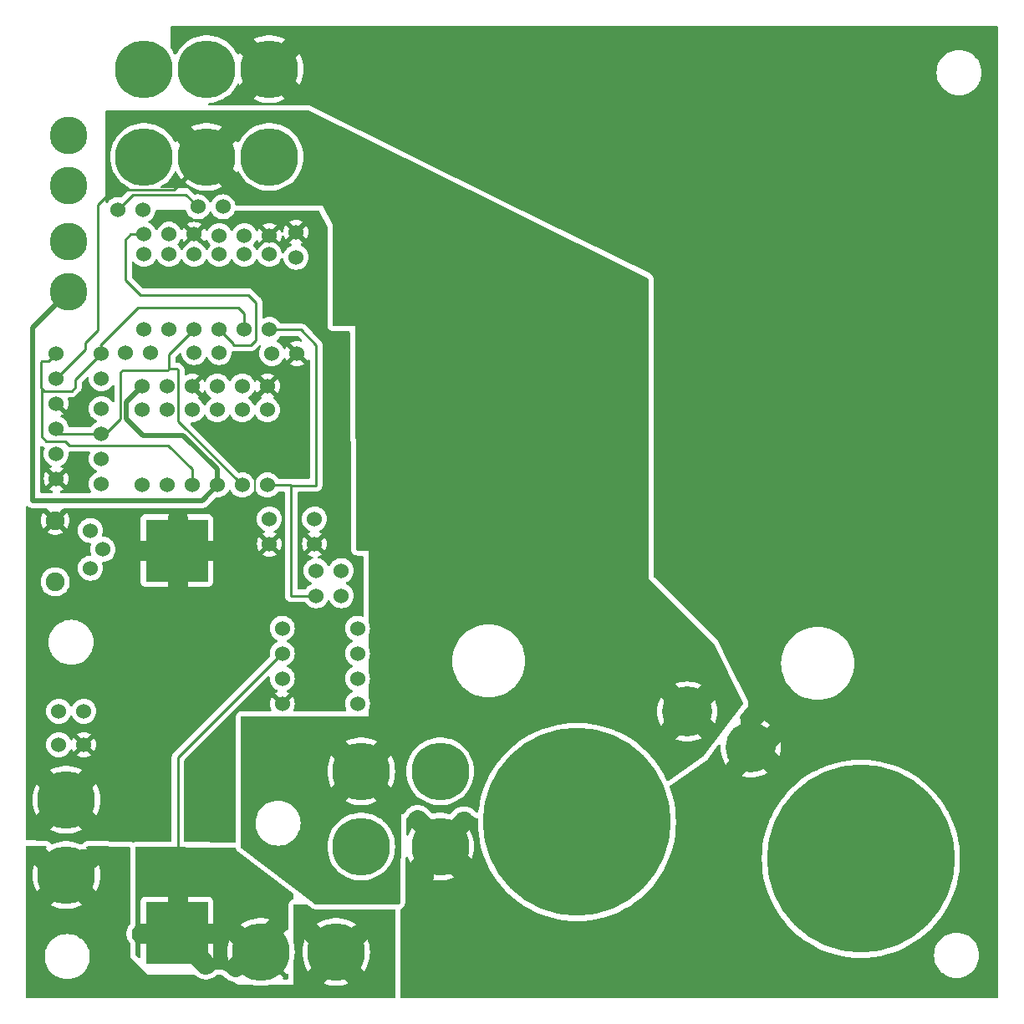
<source format=gbr>
%TF.GenerationSoftware,KiCad,Pcbnew,8.0.6*%
%TF.CreationDate,2025-01-03T13:59:32-07:00*%
%TF.ProjectId,Shutter current limit,53687574-7465-4722-9063-757272656e74,rev?*%
%TF.SameCoordinates,Original*%
%TF.FileFunction,Copper,L2,Bot*%
%TF.FilePolarity,Positive*%
%FSLAX46Y46*%
G04 Gerber Fmt 4.6, Leading zero omitted, Abs format (unit mm)*
G04 Created by KiCad (PCBNEW 8.0.6) date 2025-01-03 13:59:32*
%MOMM*%
%LPD*%
G01*
G04 APERTURE LIST*
%TA.AperFunction,ComponentPad*%
%ADD10C,1.524000*%
%TD*%
%TA.AperFunction,ComponentPad*%
%ADD11C,1.905000*%
%TD*%
%TA.AperFunction,ComponentPad*%
%ADD12C,5.842000*%
%TD*%
%TA.AperFunction,ComponentPad*%
%ADD13R,6.350000X6.350000*%
%TD*%
%TA.AperFunction,ComponentPad*%
%ADD14C,3.810000*%
%TD*%
%TA.AperFunction,ComponentPad*%
%ADD15C,19.050000*%
%TD*%
%TA.AperFunction,ComponentPad*%
%ADD16C,5.080000*%
%TD*%
%TA.AperFunction,Conductor*%
%ADD17C,2.032000*%
%TD*%
%TA.AperFunction,Conductor*%
%ADD18C,0.200000*%
%TD*%
%TA.AperFunction,Conductor*%
%ADD19C,0.508000*%
%TD*%
%TA.AperFunction,Conductor*%
%ADD20C,0.254000*%
%TD*%
%TA.AperFunction,Conductor*%
%ADD21C,2.540000*%
%TD*%
G04 APERTURE END LIST*
D10*
%TO.P,D1,1,K*%
%TO.N,Net-(D1-K)*%
X77876400Y-86586200D03*
%TO.P,D1,2,A*%
%TO.N,Net-(D1-A)*%
X77876400Y-94206200D03*
%TD*%
%TO.P,R6,1*%
%TO.N,POR*%
X85184800Y-97635200D03*
%TO.P,R6,2*%
%TO.N,Earth*%
X85184800Y-100175200D03*
%TD*%
%TO.P,Q3,1,D*%
%TO.N,Net-(D3-K)*%
X75336400Y-84173200D03*
%TO.P,Q3,2,G*%
%TO.N,Net-(D1-K)*%
X77876400Y-84173200D03*
%TO.P,Q3,3,S*%
%TO.N,Earth*%
X80416400Y-84173200D03*
%TD*%
%TO.P,U1,1*%
%TO.N,Net-(R8-Pad2)*%
X81915000Y-108712000D03*
%TO.P,U1,2,-*%
%TO.N,Net-(J2-Neg)*%
X81915000Y-111252000D03*
%TO.P,U1,3,+*%
%TO.N,Net-(U1-+)*%
X81915000Y-113792000D03*
%TO.P,U1,4*%
%TO.N,Earth*%
X81915000Y-116332000D03*
%TO.P,U1,5*%
%TO.N,N/C*%
X89535000Y-116332000D03*
%TO.P,U1,6*%
X89535000Y-113792000D03*
%TO.P,U1,7*%
X89535000Y-111252000D03*
%TO.P,U1,8*%
%TO.N,+12*%
X89535000Y-108712000D03*
%TD*%
D11*
%TO.P,TP2,1*%
%TO.N,Earth*%
X58928000Y-97790000D03*
%TD*%
D10*
%TO.P,R4,1*%
%TO.N,+12*%
X59276800Y-117109200D03*
%TO.P,R4,2*%
%TO.N,Net-(R4-Pad2)*%
X61816800Y-117109200D03*
%TD*%
%TO.P,D8,1,K*%
%TO.N,Net-(D11-A)*%
X78072800Y-70838200D03*
%TO.P,D8,2,A*%
%TO.N,Net-(D4-K)*%
X78072800Y-78458200D03*
%TD*%
%TO.P,R12,1*%
%TO.N,+12*%
X72986500Y-80772000D03*
%TO.P,R12,2*%
%TO.N,Net-(D3-K)*%
X75526500Y-80772000D03*
%TD*%
D12*
%TO.P,J4,1,Pos*%
%TO.N,K2 NC*%
X89916000Y-123190000D03*
%TO.P,J4,2,Neg*%
%TO.N,K1 NC*%
X89916000Y-130810000D03*
%TD*%
%TO.P,K_cont2,30,Com*%
%TO.N,Net-(D14-A)*%
X80612800Y-52074400D03*
%TO.P,K_cont2,87,NO*%
%TO.N,unconnected-(K_cont2-NO-Pad87)*%
X67912800Y-52074400D03*
%TO.P,K_cont2,87A,NC*%
%TO.N,K1 NC*%
X74262800Y-52074400D03*
%TD*%
D10*
%TO.P,D3,1,K*%
%TO.N,Net-(D3-K)*%
X70256400Y-94206200D03*
%TO.P,D3,2,A*%
%TO.N,Net-(D3-A)*%
X70256400Y-86586200D03*
%TD*%
D11*
%TO.P,TP1,1*%
%TO.N,Net-(U1-+)*%
X58928000Y-103997000D03*
%TD*%
D10*
%TO.P,R9,1*%
%TO.N,Net-(R8-Pad2)*%
X85344000Y-102870000D03*
%TO.P,R9,2*%
%TO.N,Net-(D2-A)*%
X85344000Y-105410000D03*
%TD*%
%TO.P,R13,1*%
%TO.N,Net-(D11-A)*%
X83312000Y-71120000D03*
%TO.P,R13,2*%
%TO.N,Earth*%
X83312000Y-68580000D03*
%TD*%
%TO.P,D6,1,K*%
%TO.N,POR*%
X67716400Y-94206200D03*
%TO.P,D6,2,A*%
%TO.N,Net-(D3-A)*%
X67716400Y-86586200D03*
%TD*%
D13*
%TO.P,R7,1*%
%TO.N,Net-(J2-Neg)*%
X71247000Y-139573000D03*
%TO.P,R7,2*%
%TO.N,Earth*%
X71247000Y-100838000D03*
%TD*%
D10*
%TO.P,D9,1,K*%
%TO.N,Net-(D9-K)*%
X70452800Y-78458200D03*
%TO.P,D9,2,A*%
%TO.N,Net-(D10-A)*%
X70452800Y-70838200D03*
%TD*%
%TO.P,D7,1,K*%
%TO.N,Net-(D11-A)*%
X80612800Y-70838200D03*
%TO.P,D7,2,A*%
%TO.N,Net-(D2-A)*%
X80612800Y-78458200D03*
%TD*%
%TO.P,R8,1*%
%TO.N,Net-(U1-+)*%
X87884000Y-105410000D03*
%TO.P,R8,2*%
%TO.N,Net-(R8-Pad2)*%
X87884000Y-102870000D03*
%TD*%
%TO.P,RV1,1,1*%
%TO.N,Net-(R5-Pad1)*%
X62484000Y-98806000D03*
%TO.P,RV1,2,2*%
%TO.N,Net-(U1-+)*%
X63754000Y-100711000D03*
%TO.P,RV1,3,3*%
%TO.N,Net-(R4-Pad2)*%
X62484000Y-102616000D03*
%TD*%
%TO.P,Q2,1,D*%
%TO.N,Net-(D1-A)*%
X59022800Y-88491200D03*
%TO.P,Q2,2,G*%
%TO.N,K1 NC*%
X59022800Y-91031200D03*
%TO.P,Q2,3,S*%
%TO.N,Earth*%
X59022800Y-93571200D03*
%TD*%
%TO.P,R1,1*%
%TO.N,+12*%
X63594800Y-83411200D03*
%TO.P,R1,2*%
%TO.N,Net-(D4-K)*%
X63594800Y-80871200D03*
%TD*%
D14*
%TO.P,K_coil2,85,Coil_A*%
%TO.N,+12*%
X60292800Y-69568200D03*
%TO.P,K_coil2,86,Coil_B*%
%TO.N,Net-(D5-K)*%
X60292800Y-74648200D03*
%TD*%
D10*
%TO.P,R3,1*%
%TO.N,+12*%
X63594800Y-91539200D03*
%TO.P,R3,2*%
%TO.N,POR*%
X63594800Y-94079200D03*
%TD*%
%TO.P,D12,1,K*%
%TO.N,POR*%
X67912800Y-78458200D03*
%TO.P,D12,2,A*%
%TO.N,Net-(D10-A)*%
X67912800Y-70838200D03*
%TD*%
%TO.P,D10,1,K*%
%TO.N,Net-(D1-A)*%
X72992800Y-78458200D03*
%TO.P,D10,2,A*%
%TO.N,Net-(D10-A)*%
X72992800Y-70838200D03*
%TD*%
D15*
%TO.P,D14,1,K*%
%TO.N,K1 NC*%
X140525500Y-132054600D03*
D16*
%TO.P,D14,2,A*%
%TO.N,Net-(D14-A)*%
X129349500Y-120777000D03*
%TD*%
D10*
%TO.P,D4,1,K*%
%TO.N,Net-(D4-K)*%
X72796400Y-94206200D03*
%TO.P,D4,2,A*%
%TO.N,Net-(D3-A)*%
X72796400Y-86586200D03*
%TD*%
%TO.P,D2,1,K*%
%TO.N,Net-(D1-K)*%
X80416400Y-86586200D03*
%TO.P,D2,2,A*%
%TO.N,Net-(D2-A)*%
X80416400Y-94206200D03*
%TD*%
D14*
%TO.P,K_coil1,85,Coil_A*%
%TO.N,+12*%
X60292800Y-58773200D03*
%TO.P,K_coil1,86,Coil_B*%
%TO.N,Net-(D11-K)*%
X60292800Y-63853200D03*
%TD*%
D10*
%TO.P,C1,1*%
%TO.N,POR*%
X80612800Y-97635200D03*
%TO.P,C1,2*%
%TO.N,Earth*%
X80612800Y-100175200D03*
%TD*%
%TO.P,R11,1*%
%TO.N,+12*%
X66001500Y-80772000D03*
%TO.P,R11,2*%
%TO.N,Net-(D3-A)*%
X68541500Y-80772000D03*
%TD*%
%TO.P,R14,1*%
%TO.N,+12*%
X65278000Y-66294000D03*
%TO.P,R14,2*%
%TO.N,Net-(D10-A)*%
X67818000Y-66294000D03*
%TD*%
%TO.P,R15,1*%
%TO.N,+12*%
X73367500Y-66014600D03*
%TO.P,R15,2*%
%TO.N,Net-(D9-K)*%
X75907500Y-66014600D03*
%TD*%
%TO.P,Q4,1,D*%
%TO.N,Net-(D5-K)*%
X67716400Y-84173200D03*
%TO.P,Q4,2,G*%
%TO.N,Net-(D3-A)*%
X70256400Y-84173200D03*
%TO.P,Q4,3,S*%
%TO.N,Earth*%
X72796400Y-84173200D03*
%TD*%
%TO.P,R10,1*%
%TO.N,Net-(D1-K)*%
X80866800Y-80871200D03*
%TO.P,R10,2*%
%TO.N,Earth*%
X83406800Y-80871200D03*
%TD*%
D12*
%TO.P,J1,1,Pos*%
%TO.N,+12*%
X60038800Y-133703200D03*
%TO.P,J1,2,Neg*%
%TO.N,Earth*%
X60038800Y-126083200D03*
%TD*%
%TO.P,J2,1,Pos*%
%TO.N,+12*%
X87370000Y-141478000D03*
%TO.P,J2,2,Neg*%
%TO.N,Net-(J2-Neg)*%
X79750000Y-141478000D03*
%TD*%
D10*
%TO.P,Q5,1,D*%
%TO.N,Net-(D9-K)*%
X75532800Y-68933200D03*
%TO.P,Q5,2,G*%
%TO.N,Net-(D11-A)*%
X78072800Y-68933200D03*
%TO.P,Q5,3,S*%
%TO.N,Earth*%
X80612800Y-68933200D03*
%TD*%
%TO.P,D11,1,K*%
%TO.N,Net-(D11-K)*%
X75532800Y-78458200D03*
%TO.P,D11,2,A*%
%TO.N,Net-(D11-A)*%
X75532800Y-70838200D03*
%TD*%
%TO.P,R2,1*%
%TO.N,+12*%
X63594800Y-86459200D03*
%TO.P,R2,2*%
%TO.N,Net-(D1-A)*%
X63594800Y-88999200D03*
%TD*%
%TO.P,Q1,1,D*%
%TO.N,Net-(D4-K)*%
X59022800Y-80871200D03*
%TO.P,Q1,2,G*%
%TO.N,K2 NC*%
X59022800Y-83411200D03*
%TO.P,Q1,3,S*%
%TO.N,Earth*%
X59022800Y-85951200D03*
%TD*%
D12*
%TO.P,J3,1,Pos*%
%TO.N,Net-(D13-K)*%
X97917000Y-123190000D03*
%TO.P,J3,2,Neg*%
%TO.N,Net-(D14-A)*%
X97917000Y-130810000D03*
%TD*%
D10*
%TO.P,Q6,1,D*%
%TO.N,Net-(D11-K)*%
X67912800Y-68805334D03*
%TO.P,Q6,2,G*%
%TO.N,Net-(D10-A)*%
X70452800Y-68805334D03*
%TO.P,Q6,3,S*%
%TO.N,Earth*%
X72992800Y-68805334D03*
%TD*%
%TO.P,D5,1,K*%
%TO.N,Net-(D5-K)*%
X75336400Y-94206200D03*
%TO.P,D5,2,A*%
%TO.N,Net-(D1-K)*%
X75336400Y-86586200D03*
%TD*%
D12*
%TO.P,K_cont1,30,Com*%
%TO.N,Net-(D13-K)*%
X80612800Y-60960000D03*
%TO.P,K_cont1,87,NO*%
%TO.N,unconnected-(K_cont1-NO-Pad87)*%
X67912800Y-60960000D03*
%TO.P,K_cont1,87A,NC*%
%TO.N,K2 NC*%
X74262800Y-60960000D03*
%TD*%
D10*
%TO.P,R5,1*%
%TO.N,Net-(R5-Pad1)*%
X59276800Y-120495200D03*
%TO.P,R5,2*%
%TO.N,Earth*%
X61816800Y-120495200D03*
%TD*%
D15*
%TO.P,D13,1,K*%
%TO.N,Net-(D13-K)*%
X111760000Y-128333500D03*
D16*
%TO.P,D13,2,A*%
%TO.N,K2 NC*%
X122936000Y-117157500D03*
%TD*%
D17*
%TO.N,Earth*%
X62611000Y-123511000D02*
X62611000Y-123444000D01*
X71374000Y-100901500D02*
X67627500Y-100901500D01*
X71374000Y-100901500D02*
X75247500Y-100901500D01*
D18*
X79121000Y-98683400D02*
X79121000Y-93218000D01*
D19*
X58928000Y-97790000D02*
X59880500Y-96837500D01*
D17*
X60038800Y-126083200D02*
X60038800Y-126078800D01*
X60038800Y-126083200D02*
X62606600Y-128651000D01*
X59971800Y-126083200D02*
X57531000Y-128524000D01*
X60038800Y-126083200D02*
X62611000Y-123511000D01*
D18*
X79121000Y-93218000D02*
X82423000Y-89916000D01*
D17*
X71374000Y-100901500D02*
X71374000Y-97536000D01*
D18*
X60038800Y-126083200D02*
X59971800Y-126083200D01*
D17*
X60038800Y-126078800D02*
X57658000Y-123698000D01*
D18*
X82423000Y-86179800D02*
X80416400Y-84173200D01*
X82423000Y-89916000D02*
X82423000Y-86179800D01*
D17*
X71374000Y-100901500D02*
X71374000Y-104521000D01*
D18*
X80612800Y-100175200D02*
X79121000Y-98683400D01*
D17*
X75247500Y-100901500D02*
X75311000Y-100838000D01*
D20*
%TO.N,Net-(D1-A)*%
X77876400Y-94206200D02*
X71374000Y-87703800D01*
X70459600Y-80991400D02*
X72992800Y-78458200D01*
X70358000Y-82550000D02*
X70459600Y-82448400D01*
X63594800Y-88999200D02*
X63985000Y-88999200D01*
X65760600Y-82550000D02*
X70358000Y-82550000D01*
X58928000Y-88519000D02*
X59408200Y-88999200D01*
X70459600Y-82448400D02*
X70459600Y-80991400D01*
X71374000Y-87703800D02*
X71374000Y-82550000D01*
X71272400Y-82448400D02*
X70459600Y-82448400D01*
X59408200Y-88999200D02*
X63594800Y-88999200D01*
X65532000Y-82778600D02*
X65760600Y-82550000D01*
X58955800Y-88491200D02*
X58928000Y-88519000D01*
X65532000Y-87452200D02*
X65532000Y-82778600D01*
X63985000Y-88999200D02*
X65532000Y-87452200D01*
X71374000Y-82550000D02*
X71272400Y-82448400D01*
X59022800Y-88491200D02*
X58955800Y-88491200D01*
%TO.N,Net-(D2-A)*%
X85344000Y-94234000D02*
X85344000Y-80010000D01*
X82804000Y-94234000D02*
X85344000Y-94234000D01*
X83792200Y-78458200D02*
X80612800Y-78458200D01*
X80416400Y-94206200D02*
X82776200Y-94206200D01*
X85344000Y-80010000D02*
X83792200Y-78458200D01*
X82804000Y-105410000D02*
X85344000Y-105410000D01*
X82776200Y-94206200D02*
X82804000Y-94234000D01*
X82804000Y-94234000D02*
X82804000Y-105410000D01*
%TO.N,Net-(D4-K)*%
X78072800Y-76802800D02*
X77470000Y-76200000D01*
X60960000Y-84277200D02*
X60579000Y-84658200D01*
X60579000Y-84658200D02*
X57785000Y-84658200D01*
X57556400Y-81661000D02*
X58233000Y-81661000D01*
X58233000Y-81661000D02*
X59022800Y-80871200D01*
X67310000Y-76200000D02*
X63500000Y-80010000D01*
X57454800Y-81762600D02*
X57556400Y-81661000D01*
X70358000Y-90170000D02*
X72796400Y-92608400D01*
X78072800Y-78458200D02*
X78072800Y-76802800D01*
X63594800Y-80104800D02*
X63594800Y-80871200D01*
X60375800Y-90170000D02*
X70358000Y-90170000D01*
X57531000Y-84404200D02*
X57480200Y-84353400D01*
X57531000Y-89306400D02*
X57531000Y-84404200D01*
X59969400Y-89763600D02*
X57988200Y-89763600D01*
X77470000Y-76200000D02*
X67310000Y-76200000D01*
X59969400Y-89763600D02*
X60375800Y-90170000D01*
X57785000Y-84658200D02*
X57480200Y-84353400D01*
X63594800Y-80871200D02*
X60960000Y-83506000D01*
X72796400Y-92608400D02*
X72796400Y-94206200D01*
X57480200Y-81788000D02*
X57454800Y-81762600D01*
X57988200Y-89763600D02*
X57531000Y-89306400D01*
X60960000Y-83506000D02*
X60960000Y-84277200D01*
X57480200Y-84353400D02*
X57480200Y-81788000D01*
X63500000Y-80010000D02*
X63594800Y-80104800D01*
D19*
%TO.N,Net-(D5-K)*%
X67716400Y-84173200D02*
X66113000Y-85776600D01*
X56642000Y-95758000D02*
X73784600Y-95758000D01*
X73784600Y-95758000D02*
X75336400Y-94206200D01*
X66113000Y-87449000D02*
X67818000Y-89154000D01*
X66113000Y-85776600D02*
X66113000Y-87449000D01*
X56642000Y-78299000D02*
X56642000Y-95758000D01*
X75336400Y-92608400D02*
X75336400Y-94206200D01*
X60292800Y-74648200D02*
X56642000Y-78299000D01*
X67818000Y-89154000D02*
X71882000Y-89154000D01*
X71882000Y-89154000D02*
X75336400Y-92608400D01*
D20*
%TO.N,Net-(D11-K)*%
X76962000Y-79887400D02*
X76962000Y-80010000D01*
X75532800Y-78458200D02*
X76962000Y-79887400D01*
X79248000Y-75692000D02*
X78486000Y-74930000D01*
X78740000Y-80010000D02*
X79248000Y-79502000D01*
X76962000Y-80010000D02*
X78740000Y-80010000D01*
X67564000Y-74930000D02*
X66040000Y-73406000D01*
X66040000Y-73406000D02*
X66040000Y-69342000D01*
X66576666Y-68805334D02*
X67912800Y-68805334D01*
X78486000Y-74930000D02*
X67564000Y-74930000D01*
X79248000Y-79502000D02*
X79248000Y-75692000D01*
X66040000Y-69342000D02*
X66576666Y-68805334D01*
D17*
%TO.N,Net-(D13-K)*%
X98044000Y-123190000D02*
X98044000Y-123444000D01*
D18*
X97917000Y-123190000D02*
X98044000Y-123190000D01*
D17*
%TO.N,+12*%
X87370000Y-142000000D02*
X87390000Y-142000000D01*
X60038800Y-133703200D02*
X60038800Y-133763200D01*
X60038800Y-133703200D02*
X61662000Y-132080000D01*
X59281200Y-133703200D02*
X57404000Y-131826000D01*
X87370000Y-142000000D02*
X87370000Y-141992000D01*
X87362000Y-142000000D02*
X85090000Y-144272000D01*
X60038800Y-133703200D02*
X60043200Y-133703200D01*
D20*
X73367500Y-66014600D02*
X72122900Y-64770000D01*
D17*
X87370000Y-142000000D02*
X87136000Y-142000000D01*
X60038800Y-133703200D02*
X59281200Y-133703200D01*
X61662000Y-132080000D02*
X62484000Y-132080000D01*
X87370000Y-141992000D02*
X89662000Y-139700000D01*
X87370000Y-142000000D02*
X87362000Y-142000000D01*
X87370000Y-141980000D02*
X84836000Y-139446000D01*
D20*
X66802000Y-64770000D02*
X65278000Y-66294000D01*
D17*
X87370000Y-142000000D02*
X87370000Y-141980000D01*
X87390000Y-142000000D02*
X89662000Y-144272000D01*
D20*
X72122900Y-64770000D02*
X66802000Y-64770000D01*
D17*
X60038800Y-133763200D02*
X57658000Y-136144000D01*
X60043200Y-133703200D02*
X62484000Y-136144000D01*
%TO.N,Net-(D14-A)*%
X129349500Y-118046500D02*
X130302000Y-117094000D01*
X80612800Y-52074400D02*
X80640600Y-52074400D01*
X129349500Y-120777000D02*
X130429000Y-120777000D01*
D18*
X80612800Y-52074400D02*
X80645000Y-52042200D01*
D21*
X98044000Y-130810000D02*
X100330000Y-133096000D01*
D17*
X130429000Y-120777000D02*
X132334000Y-118872000D01*
X129349500Y-120777000D02*
X129349500Y-118046500D01*
X129921000Y-120777000D02*
X132080000Y-122936000D01*
X80640600Y-52074400D02*
X83058000Y-49657000D01*
D21*
X97917000Y-131191000D02*
X96012000Y-133096000D01*
D17*
X97917000Y-130429000D02*
X95631000Y-128143000D01*
X80612800Y-52074400D02*
X83021400Y-54483000D01*
X129921000Y-120777000D02*
X127762000Y-122936000D01*
D21*
X97917000Y-130810000D02*
X97917000Y-130683000D01*
D17*
X97917000Y-130683000D02*
X100330000Y-128270000D01*
X80612800Y-52102200D02*
X78232000Y-54483000D01*
X80612800Y-52074400D02*
X80612800Y-52037800D01*
X80612800Y-52037800D02*
X78232000Y-49657000D01*
D21*
X96012000Y-133096000D02*
X96012000Y-133858000D01*
D17*
X80612800Y-52074400D02*
X80612800Y-52102200D01*
D21*
X97917000Y-130810000D02*
X98044000Y-130810000D01*
X97917000Y-130810000D02*
X97917000Y-131191000D01*
D17*
X83021400Y-54483000D02*
X83058000Y-54483000D01*
%TO.N,Net-(J2-Neg)*%
X78740000Y-141478000D02*
X77216000Y-143002000D01*
X79750000Y-141478000D02*
X79750000Y-140468000D01*
D20*
X71341800Y-135991600D02*
X71341800Y-121793000D01*
D17*
X79750000Y-142000000D02*
X79668400Y-142000000D01*
X79750000Y-142000000D02*
X79750000Y-141992000D01*
D20*
X71341800Y-139418200D02*
X71341800Y-135991600D01*
D17*
X71272400Y-139852400D02*
X74168000Y-142748000D01*
X71272400Y-139547600D02*
X71272400Y-139852400D01*
X71374000Y-139636500D02*
X71374000Y-136023800D01*
D20*
X71341800Y-121793000D02*
X81882800Y-111252000D01*
D17*
X71374000Y-139636500D02*
X74968100Y-139636500D01*
X79750000Y-141478000D02*
X78740000Y-141478000D01*
X79750000Y-141478000D02*
X79750000Y-139706000D01*
X79668400Y-142000000D02*
X77368400Y-139700000D01*
X71374000Y-136023800D02*
X71341800Y-135991600D01*
X79750000Y-142000000D02*
X79742000Y-142000000D01*
X79750000Y-142000000D02*
X79820800Y-142000000D01*
X79750000Y-140468000D02*
X81280000Y-138938000D01*
X71374000Y-139636500D02*
X67678300Y-139636500D01*
D20*
%TO.N,K2 NC*%
X74262800Y-60960000D02*
X70960800Y-64262000D01*
X63246000Y-78486000D02*
X61976000Y-79756000D01*
D17*
X123126500Y-117157500D02*
X125095000Y-119126000D01*
X89916000Y-123190000D02*
X87376000Y-125730000D01*
D20*
X61976000Y-80458000D02*
X59022800Y-83411200D01*
D17*
X72009000Y-58706200D02*
X72009000Y-58674000D01*
D20*
X70960800Y-64262000D02*
X64770000Y-64262000D01*
D17*
X123126500Y-117157500D02*
X125222000Y-115062000D01*
X89916000Y-123190000D02*
X87503000Y-120777000D01*
X89916000Y-123190000D02*
X92456000Y-125730000D01*
X74262800Y-60960000D02*
X72009000Y-58706200D01*
X123126500Y-117157500D02*
X121031000Y-115062000D01*
D20*
X63246000Y-65786000D02*
X63246000Y-78486000D01*
D17*
X74262800Y-60960000D02*
X76675800Y-63373000D01*
X89916000Y-123190000D02*
X92456000Y-120650000D01*
X74262800Y-60960000D02*
X74262800Y-60865200D01*
D21*
X74262800Y-60960000D02*
X74262800Y-59487200D01*
D20*
X61976000Y-79756000D02*
X61976000Y-80458000D01*
D17*
X74262800Y-60865200D02*
X76581000Y-58547000D01*
X76675800Y-63373000D02*
X76708000Y-63373000D01*
X123126500Y-117157500D02*
X121031000Y-119253000D01*
D20*
X64770000Y-64262000D02*
X63246000Y-65786000D01*
%TD*%
%TA.AperFunction,Conductor*%
%TO.N,Net-(J2-Neg)*%
G36*
X82339400Y-143713846D02*
G01*
X82350733Y-143713385D01*
X82384394Y-143691282D01*
X82454260Y-143690593D01*
X82513408Y-143727786D01*
X82543058Y-143791053D01*
X82544500Y-143809909D01*
X82544500Y-144142500D01*
X82524815Y-144209539D01*
X82472011Y-144255294D01*
X82420500Y-144266500D01*
X82091989Y-144266500D01*
X82024950Y-144246815D01*
X81979195Y-144194011D01*
X81969251Y-144124853D01*
X81988149Y-144083470D01*
X81988333Y-144069887D01*
X80590827Y-142672380D01*
X80701452Y-142592007D01*
X80864007Y-142429452D01*
X80944380Y-142318827D01*
X82339400Y-143713846D01*
G37*
%TD.AperFunction*%
%TA.AperFunction,Conductor*%
G36*
X77111364Y-130930038D02*
G01*
X77178171Y-130950482D01*
X77223323Y-131003803D01*
X77229751Y-131022030D01*
X77248715Y-131093030D01*
X77317603Y-131221930D01*
X77358970Y-131278239D01*
X77358993Y-131278265D01*
X77359303Y-131278578D01*
X77461388Y-131382515D01*
X83009202Y-135613899D01*
X83050567Y-135670203D01*
X83058000Y-135712491D01*
X83058000Y-136059821D01*
X83038315Y-136126860D01*
X82985511Y-136172615D01*
X82973159Y-136177475D01*
X82917179Y-136196106D01*
X82917173Y-136196109D01*
X82794218Y-136275128D01*
X82794211Y-136275134D01*
X82741418Y-136320879D01*
X82741415Y-136320882D01*
X82645705Y-136431335D01*
X82645701Y-136431341D01*
X82584987Y-136564283D01*
X82565300Y-136631328D01*
X82544500Y-136776001D01*
X82544500Y-139146089D01*
X82524815Y-139213128D01*
X82472011Y-139258883D01*
X82402853Y-139268827D01*
X82344935Y-139242376D01*
X82339400Y-139242151D01*
X80944379Y-140637171D01*
X80864007Y-140526548D01*
X80701452Y-140363993D01*
X80590826Y-140283619D01*
X81988333Y-138886112D01*
X81988333Y-138886110D01*
X81967962Y-138866814D01*
X81967961Y-138866813D01*
X81672636Y-138642314D01*
X81672620Y-138642303D01*
X81354783Y-138451068D01*
X81354770Y-138451061D01*
X81018113Y-138295307D01*
X80666558Y-138176853D01*
X80304267Y-138097107D01*
X79935482Y-138057000D01*
X79564517Y-138057000D01*
X79195732Y-138097107D01*
X78833441Y-138176853D01*
X78481886Y-138295307D01*
X78145229Y-138451061D01*
X78145216Y-138451068D01*
X77827379Y-138642303D01*
X77827363Y-138642314D01*
X77532032Y-138866818D01*
X77511665Y-138886109D01*
X77511665Y-138886111D01*
X78909173Y-140283619D01*
X78798548Y-140363993D01*
X78635993Y-140526548D01*
X78555619Y-140637172D01*
X77160598Y-139242151D01*
X77022564Y-139404659D01*
X76814391Y-139711690D01*
X76814388Y-139711694D01*
X76640628Y-140039440D01*
X76640619Y-140039458D01*
X76503315Y-140384068D01*
X76503313Y-140384075D01*
X76404077Y-140741492D01*
X76404071Y-140741518D01*
X76344060Y-141107567D01*
X76344058Y-141107584D01*
X76323975Y-141477997D01*
X76323975Y-141478002D01*
X76344058Y-141848415D01*
X76344060Y-141848432D01*
X76404071Y-142214481D01*
X76404077Y-142214507D01*
X76503313Y-142571924D01*
X76503315Y-142571931D01*
X76640619Y-142916541D01*
X76640628Y-142916559D01*
X76814388Y-143244305D01*
X76814391Y-143244309D01*
X77022564Y-143551340D01*
X77022571Y-143551350D01*
X77247819Y-143816532D01*
X77276217Y-143880371D01*
X77265593Y-143949428D01*
X77219320Y-144001779D01*
X77152090Y-144020802D01*
X77122924Y-144017027D01*
X77071044Y-144003913D01*
X77057579Y-144000510D01*
X77057578Y-144000509D01*
X77057572Y-144000508D01*
X76988896Y-143989631D01*
X76969978Y-143985089D01*
X76901748Y-143962920D01*
X76901522Y-143962848D01*
X76837189Y-143941945D01*
X76819215Y-143934500D01*
X76753149Y-143900837D01*
X76753147Y-143900836D01*
X76694813Y-143871113D01*
X76678223Y-143860947D01*
X76565262Y-143778876D01*
X76550474Y-143766245D01*
X76425622Y-143641393D01*
X76421245Y-143636786D01*
X76420240Y-143635672D01*
X76380835Y-143592005D01*
X76342038Y-143557227D01*
X76254051Y-143493747D01*
X76254044Y-143493742D01*
X75975369Y-143334500D01*
X75975356Y-143334493D01*
X75852390Y-143284039D01*
X75852381Y-143284036D01*
X75790867Y-143267701D01*
X75659073Y-143250500D01*
X75659071Y-143250500D01*
X75359331Y-143250500D01*
X75359330Y-143250500D01*
X75304424Y-143253443D01*
X75278091Y-143256275D01*
X75278058Y-143256279D01*
X75223824Y-143265067D01*
X75223820Y-143265068D01*
X75086872Y-143316148D01*
X75025556Y-143349629D01*
X74908556Y-143437215D01*
X74908550Y-143437221D01*
X74833523Y-143512246D01*
X74818729Y-143524881D01*
X74705772Y-143606950D01*
X74689180Y-143617117D01*
X74564786Y-143680498D01*
X74546810Y-143687944D01*
X74414019Y-143731090D01*
X74395099Y-143735632D01*
X74323988Y-143746894D01*
X74323969Y-143746899D01*
X74322551Y-143747123D01*
X74322547Y-143747124D01*
X74257209Y-143757473D01*
X74237812Y-143759000D01*
X74098187Y-143759000D01*
X74078787Y-143757473D01*
X74000224Y-143745028D01*
X74000122Y-143745013D01*
X73940895Y-143735632D01*
X73921980Y-143731091D01*
X73855582Y-143709518D01*
X73789194Y-143687947D01*
X73771217Y-143680501D01*
X73646815Y-143617115D01*
X73630225Y-143606948D01*
X73517267Y-143524879D01*
X73502471Y-143512242D01*
X73449910Y-143459681D01*
X73416425Y-143398358D01*
X73421409Y-143328666D01*
X73463281Y-143272733D01*
X73528745Y-143248316D01*
X73537591Y-143248000D01*
X74469828Y-143248000D01*
X74469844Y-143247999D01*
X74529372Y-143241598D01*
X74529379Y-143241596D01*
X74664086Y-143191354D01*
X74664093Y-143191350D01*
X74779187Y-143105190D01*
X74779190Y-143105187D01*
X74865350Y-142990093D01*
X74865354Y-142990086D01*
X74915596Y-142855379D01*
X74915598Y-142855372D01*
X74921999Y-142795844D01*
X74922000Y-142795827D01*
X74922000Y-139823000D01*
X72300360Y-139823000D01*
X72326500Y-139657958D01*
X72326500Y-139488042D01*
X72300360Y-139323000D01*
X74922000Y-139323000D01*
X74922000Y-136350172D01*
X74921999Y-136350155D01*
X74915598Y-136290627D01*
X74915596Y-136290620D01*
X74865354Y-136155913D01*
X74865350Y-136155906D01*
X74779190Y-136040812D01*
X74779187Y-136040809D01*
X74664093Y-135954649D01*
X74664086Y-135954645D01*
X74529379Y-135904403D01*
X74529372Y-135904401D01*
X74469844Y-135898000D01*
X71497000Y-135898000D01*
X71497000Y-138519640D01*
X71331958Y-138493500D01*
X71162042Y-138493500D01*
X70997000Y-138519640D01*
X70997000Y-135898000D01*
X68024155Y-135898000D01*
X67964627Y-135904401D01*
X67964620Y-135904403D01*
X67829913Y-135954645D01*
X67829906Y-135954649D01*
X67714812Y-136040809D01*
X67714809Y-136040812D01*
X67628649Y-136155906D01*
X67628645Y-136155913D01*
X67578403Y-136290620D01*
X67578401Y-136290627D01*
X67572000Y-136350155D01*
X67572000Y-139323000D01*
X70193640Y-139323000D01*
X70167500Y-139488042D01*
X70167500Y-139657958D01*
X70193640Y-139823000D01*
X67572000Y-139823000D01*
X67572000Y-141984440D01*
X67552315Y-142051479D01*
X67499511Y-142097234D01*
X67430353Y-142107178D01*
X67366797Y-142078153D01*
X67360319Y-142072121D01*
X67097819Y-141809621D01*
X67064334Y-141748298D01*
X67061500Y-141721940D01*
X67061500Y-140713480D01*
X67061468Y-140712531D01*
X67060320Y-140678678D01*
X67059181Y-140661906D01*
X67055642Y-140627239D01*
X67015463Y-140486712D01*
X66986891Y-140422951D01*
X66955066Y-140372646D01*
X66949608Y-140353556D01*
X66835901Y-140197053D01*
X66819350Y-140174273D01*
X66809184Y-140157683D01*
X66799553Y-140138781D01*
X66745796Y-140033277D01*
X66738352Y-140015304D01*
X66722275Y-139965823D01*
X66722273Y-139965818D01*
X66695206Y-139882517D01*
X66690666Y-139863608D01*
X66668825Y-139725702D01*
X66667300Y-139706317D01*
X66667300Y-139566680D01*
X66668824Y-139547296D01*
X66690667Y-139409381D01*
X66695204Y-139390486D01*
X66738356Y-139257681D01*
X66745795Y-139239721D01*
X66809187Y-139115307D01*
X66819351Y-139098724D01*
X66924514Y-138953979D01*
X66927866Y-138949576D01*
X66930488Y-138946289D01*
X66940508Y-138932802D01*
X66960297Y-138904190D01*
X67021014Y-138771242D01*
X67040699Y-138704203D01*
X67040700Y-138704199D01*
X67061500Y-138559529D01*
X67061500Y-130941251D01*
X67081185Y-130874212D01*
X67133989Y-130828457D01*
X67186903Y-130817260D01*
X77111364Y-130930038D01*
G37*
%TD.AperFunction*%
%TD*%
%TA.AperFunction,Conductor*%
%TO.N,Net-(D14-A)*%
G36*
X154365339Y-47713385D02*
G01*
X154411094Y-47766189D01*
X154422300Y-47817700D01*
X154422300Y-146068700D01*
X154402615Y-146135739D01*
X154349811Y-146181494D01*
X154298300Y-146192700D01*
X93983986Y-146192700D01*
X93916947Y-146173015D01*
X93871192Y-146120211D01*
X93859988Y-146067930D01*
X93863709Y-145468697D01*
X93875368Y-143591806D01*
X93914922Y-137223556D01*
X93935022Y-137156645D01*
X93981495Y-137116403D01*
X93980968Y-137115558D01*
X93986332Y-137112214D01*
X93986785Y-137111823D01*
X93987442Y-137111517D01*
X93987459Y-137111512D01*
X94090824Y-137047094D01*
X94111498Y-137034210D01*
X94123785Y-137023857D01*
X94164933Y-136989192D01*
X94262170Y-136880075D01*
X94324727Y-136747981D01*
X94345341Y-136681221D01*
X94345341Y-136681220D01*
X94368148Y-136536853D01*
X94431855Y-131949914D01*
X94452469Y-131883155D01*
X94505903Y-131838138D01*
X94575193Y-131829156D01*
X94638339Y-131859061D01*
X94671036Y-131905740D01*
X94807619Y-132248541D01*
X94807628Y-132248559D01*
X94981388Y-132576305D01*
X94981391Y-132576309D01*
X95189564Y-132883340D01*
X95189571Y-132883350D01*
X95327597Y-133045846D01*
X95327598Y-133045847D01*
X96722619Y-131650826D01*
X96802993Y-131761452D01*
X96965548Y-131924007D01*
X97076172Y-132004379D01*
X95678664Y-133401887D01*
X95699037Y-133421185D01*
X95699038Y-133421186D01*
X95994363Y-133645685D01*
X95994379Y-133645696D01*
X96312216Y-133836931D01*
X96312229Y-133836938D01*
X96648886Y-133992692D01*
X97000441Y-134111146D01*
X97362732Y-134190892D01*
X97731517Y-134230999D01*
X97731525Y-134231000D01*
X98102475Y-134231000D01*
X98102482Y-134230999D01*
X98471267Y-134190892D01*
X98833558Y-134111146D01*
X99185113Y-133992692D01*
X99521770Y-133836938D01*
X99521783Y-133836931D01*
X99839620Y-133645696D01*
X99839627Y-133645691D01*
X100134971Y-133421177D01*
X100134972Y-133421176D01*
X100155333Y-133401889D01*
X100155333Y-133401887D01*
X98757827Y-132004380D01*
X98868452Y-131924007D01*
X99031007Y-131761452D01*
X99111380Y-131650827D01*
X100506400Y-133045846D01*
X100506401Y-133045846D01*
X100644428Y-132883350D01*
X100644435Y-132883340D01*
X100852608Y-132576309D01*
X100852611Y-132576305D01*
X101026371Y-132248559D01*
X101026380Y-132248541D01*
X101163684Y-131903931D01*
X101163686Y-131903924D01*
X101262922Y-131546507D01*
X101262928Y-131546481D01*
X101322939Y-131180432D01*
X101322941Y-131180415D01*
X101343025Y-130810002D01*
X101343025Y-130809997D01*
X101322941Y-130439584D01*
X101322939Y-130439567D01*
X101262928Y-130073518D01*
X101262922Y-130073492D01*
X101163686Y-129716075D01*
X101163684Y-129716068D01*
X101026380Y-129371458D01*
X101026371Y-129371440D01*
X100852611Y-129043694D01*
X100852608Y-129043690D01*
X100644435Y-128736659D01*
X100644428Y-128736649D01*
X100506401Y-128574152D01*
X100506400Y-128574151D01*
X99111379Y-129969171D01*
X99031007Y-129858548D01*
X98868452Y-129695993D01*
X98757826Y-129615619D01*
X100155333Y-128218112D01*
X100155333Y-128218110D01*
X100134962Y-128198814D01*
X100134961Y-128198813D01*
X99839636Y-127974314D01*
X99839628Y-127974308D01*
X99573641Y-127814269D01*
X99526346Y-127762840D01*
X99514364Y-127694005D01*
X99541499Y-127629620D01*
X99549876Y-127620352D01*
X99664479Y-127505748D01*
X99679260Y-127493124D01*
X99722054Y-127462033D01*
X99792231Y-127411045D01*
X99808810Y-127400886D01*
X99933220Y-127337495D01*
X99951180Y-127330056D01*
X100083981Y-127286907D01*
X100102885Y-127282369D01*
X100204250Y-127266314D01*
X100240789Y-127260528D01*
X100260186Y-127259001D01*
X100399813Y-127259001D01*
X100419211Y-127260528D01*
X100557109Y-127282368D01*
X100576021Y-127286909D01*
X100708816Y-127330056D01*
X100726782Y-127337497D01*
X100794208Y-127371853D01*
X100851184Y-127400884D01*
X100867763Y-127411043D01*
X100980736Y-127493123D01*
X100995524Y-127505754D01*
X101094240Y-127604470D01*
X101106877Y-127619265D01*
X101140087Y-127664974D01*
X101161253Y-127692143D01*
X101170464Y-127703181D01*
X101171908Y-127704911D01*
X101194873Y-127730625D01*
X101309846Y-127820864D01*
X101334003Y-127834780D01*
X101370390Y-127855742D01*
X101404482Y-127869352D01*
X101506120Y-127909931D01*
X101618255Y-127920531D01*
X101683142Y-127946438D01*
X101723725Y-128003314D01*
X101730522Y-128047875D01*
X101721547Y-128333499D01*
X101741355Y-128963805D01*
X101741356Y-128963818D01*
X101800704Y-129591665D01*
X101899353Y-130214505D01*
X101899354Y-130214512D01*
X102036924Y-130829969D01*
X102212861Y-131435545D01*
X102212864Y-131435553D01*
X102426482Y-132028901D01*
X102676936Y-132607665D01*
X102963237Y-133169562D01*
X102963243Y-133169572D01*
X102963244Y-133169574D01*
X102963246Y-133169578D01*
X103284256Y-133712376D01*
X103638719Y-134233952D01*
X103638728Y-134233965D01*
X104025229Y-134732239D01*
X104025239Y-134732251D01*
X104442290Y-135205302D01*
X104888197Y-135651209D01*
X104888205Y-135651216D01*
X104888206Y-135651217D01*
X105223831Y-135947111D01*
X105361248Y-136068260D01*
X105361260Y-136068270D01*
X105859534Y-136454771D01*
X105859540Y-136454775D01*
X105859545Y-136454779D01*
X106106973Y-136622930D01*
X106381123Y-136809243D01*
X106381127Y-136809245D01*
X106381128Y-136809246D01*
X106923938Y-137130263D01*
X107485835Y-137416564D01*
X108064599Y-137667018D01*
X108657947Y-137880636D01*
X108657954Y-137880638D01*
X109263530Y-138056575D01*
X109263534Y-138056576D01*
X109263538Y-138056577D01*
X109878981Y-138194144D01*
X109878986Y-138194144D01*
X109878987Y-138194145D01*
X109878994Y-138194146D01*
X110501834Y-138292795D01*
X110501837Y-138292795D01*
X110501848Y-138292797D01*
X111129680Y-138352144D01*
X111760000Y-138371953D01*
X112390320Y-138352144D01*
X113018152Y-138292797D01*
X113641019Y-138194144D01*
X114256462Y-138056577D01*
X114258070Y-138056110D01*
X114336960Y-138033190D01*
X114862053Y-137880636D01*
X115455401Y-137667018D01*
X116034165Y-137416564D01*
X116596062Y-137130263D01*
X117138872Y-136809246D01*
X117660455Y-136454779D01*
X118158751Y-136068261D01*
X118631794Y-135651217D01*
X119077717Y-135205294D01*
X119494761Y-134732251D01*
X119881279Y-134233955D01*
X120235746Y-133712372D01*
X120556763Y-133169562D01*
X120843064Y-132607665D01*
X121082397Y-132054600D01*
X130487047Y-132054600D01*
X130506855Y-132684905D01*
X130506856Y-132684918D01*
X130566204Y-133312765D01*
X130664853Y-133935605D01*
X130664854Y-133935612D01*
X130802424Y-134551069D01*
X130978361Y-135156645D01*
X130978364Y-135156653D01*
X131191982Y-135750001D01*
X131442436Y-136328765D01*
X131728737Y-136890662D01*
X131728743Y-136890672D01*
X131728744Y-136890674D01*
X131728746Y-136890678D01*
X132049756Y-137433476D01*
X132404219Y-137955052D01*
X132404228Y-137955065D01*
X132790729Y-138453339D01*
X132790739Y-138453351D01*
X133207790Y-138926402D01*
X133653697Y-139372309D01*
X133653705Y-139372316D01*
X133653706Y-139372317D01*
X134049924Y-139721631D01*
X134126748Y-139789360D01*
X134126760Y-139789370D01*
X134625034Y-140175871D01*
X134625040Y-140175875D01*
X134625045Y-140175879D01*
X134785914Y-140285205D01*
X135146623Y-140530343D01*
X135146627Y-140530345D01*
X135146628Y-140530346D01*
X135689438Y-140851363D01*
X136251335Y-141137664D01*
X136830099Y-141388118D01*
X137423447Y-141601736D01*
X137423454Y-141601738D01*
X138029030Y-141777675D01*
X138029034Y-141777676D01*
X138029038Y-141777677D01*
X138644481Y-141915244D01*
X138644486Y-141915244D01*
X138644487Y-141915245D01*
X138644494Y-141915246D01*
X139267334Y-142013895D01*
X139267337Y-142013895D01*
X139267348Y-142013897D01*
X139895180Y-142073244D01*
X140525500Y-142093053D01*
X141155820Y-142073244D01*
X141783652Y-142013897D01*
X142406519Y-141915244D01*
X142782548Y-141831192D01*
X147925411Y-141831192D01*
X147925411Y-141831207D01*
X147944944Y-142129225D01*
X147944945Y-142129235D01*
X147944946Y-142129242D01*
X147944948Y-142129252D01*
X148003214Y-142422177D01*
X148003219Y-142422197D01*
X148099220Y-142705007D01*
X148099224Y-142705017D01*
X148231323Y-142972887D01*
X148231330Y-142972900D01*
X148397267Y-143221240D01*
X148594199Y-143445800D01*
X148769558Y-143599584D01*
X148818761Y-143642734D01*
X149067105Y-143808673D01*
X149197102Y-143872780D01*
X149334982Y-143940775D01*
X149334992Y-143940779D01*
X149617802Y-144036780D01*
X149617806Y-144036781D01*
X149617815Y-144036784D01*
X149910758Y-144095054D01*
X149939377Y-144096929D01*
X150208793Y-144114589D01*
X150208800Y-144114589D01*
X150208807Y-144114589D01*
X150447407Y-144098949D01*
X150506842Y-144095054D01*
X150799785Y-144036784D01*
X150799797Y-144036780D01*
X151082607Y-143940779D01*
X151082617Y-143940775D01*
X151350495Y-143808673D01*
X151598839Y-143642734D01*
X151823400Y-143445800D01*
X152020334Y-143221239D01*
X152186273Y-142972895D01*
X152318376Y-142705015D01*
X152338745Y-142645012D01*
X152414380Y-142422197D01*
X152414380Y-142422196D01*
X152414384Y-142422185D01*
X152472654Y-142129242D01*
X152484469Y-141948988D01*
X152492189Y-141831207D01*
X152492189Y-141831192D01*
X152472655Y-141533174D01*
X152472654Y-141533158D01*
X152414384Y-141240215D01*
X152318376Y-140957385D01*
X152186273Y-140689506D01*
X152020334Y-140441161D01*
X151848317Y-140245012D01*
X151823400Y-140216599D01*
X151598840Y-140019667D01*
X151350500Y-139853730D01*
X151350497Y-139853728D01*
X151350495Y-139853727D01*
X151350487Y-139853723D01*
X151082617Y-139721624D01*
X151082607Y-139721620D01*
X150799797Y-139625619D01*
X150799777Y-139625614D01*
X150506852Y-139567348D01*
X150506842Y-139567346D01*
X150506835Y-139567345D01*
X150506825Y-139567344D01*
X150208807Y-139547811D01*
X150208793Y-139547811D01*
X149910774Y-139567344D01*
X149910762Y-139567345D01*
X149910758Y-139567346D01*
X149910750Y-139567347D01*
X149910747Y-139567348D01*
X149617822Y-139625614D01*
X149617807Y-139625618D01*
X149334989Y-139721622D01*
X149334968Y-139721631D01*
X149067113Y-139853723D01*
X149067100Y-139853730D01*
X148818759Y-140019667D01*
X148594199Y-140216599D01*
X148397267Y-140441159D01*
X148231330Y-140689500D01*
X148231323Y-140689513D01*
X148099231Y-140957368D01*
X148099222Y-140957389D01*
X148003218Y-141240207D01*
X148003214Y-141240222D01*
X147944948Y-141533147D01*
X147944944Y-141533174D01*
X147925411Y-141831192D01*
X142782548Y-141831192D01*
X143021962Y-141777677D01*
X143627553Y-141601736D01*
X144220901Y-141388118D01*
X144799665Y-141137664D01*
X145361562Y-140851363D01*
X145904372Y-140530346D01*
X146425955Y-140175879D01*
X146924251Y-139789361D01*
X147397294Y-139372317D01*
X147843217Y-138926394D01*
X148260261Y-138453351D01*
X148646779Y-137955055D01*
X149001246Y-137433472D01*
X149322263Y-136890662D01*
X149608564Y-136328765D01*
X149859018Y-135750001D01*
X150072636Y-135156653D01*
X150248577Y-134551062D01*
X150386144Y-133935619D01*
X150484797Y-133312752D01*
X150544144Y-132684920D01*
X150563953Y-132054600D01*
X150544144Y-131424280D01*
X150484797Y-130796448D01*
X150432775Y-130467999D01*
X150386146Y-130173594D01*
X150386145Y-130173587D01*
X150363771Y-130073492D01*
X150248577Y-129558138D01*
X150247600Y-129554776D01*
X150072638Y-128952554D01*
X150072636Y-128952547D01*
X149859018Y-128359199D01*
X149608564Y-127780435D01*
X149322263Y-127218538D01*
X149287590Y-127159910D01*
X149001243Y-126675723D01*
X148646780Y-126154147D01*
X148646771Y-126154134D01*
X148260270Y-125655860D01*
X148260260Y-125655848D01*
X147843209Y-125182797D01*
X147397302Y-124736890D01*
X146924251Y-124319839D01*
X146924239Y-124319829D01*
X146425965Y-123933328D01*
X146425952Y-123933319D01*
X145904376Y-123578856D01*
X145361578Y-123257846D01*
X145361574Y-123257844D01*
X145361572Y-123257843D01*
X145361562Y-123257837D01*
X144799665Y-122971536D01*
X144799664Y-122971535D01*
X144799661Y-122971534D01*
X144613471Y-122890962D01*
X144220901Y-122721082D01*
X143627553Y-122507464D01*
X143627554Y-122507464D01*
X143627545Y-122507461D01*
X143021969Y-122331524D01*
X142406512Y-122193954D01*
X142406505Y-122193953D01*
X141783665Y-122095304D01*
X141370330Y-122056233D01*
X141155820Y-122035956D01*
X141155816Y-122035955D01*
X141155805Y-122035955D01*
X140525500Y-122016147D01*
X139895194Y-122035955D01*
X139895181Y-122035955D01*
X139895180Y-122035956D01*
X139756246Y-122049089D01*
X139267334Y-122095304D01*
X138644494Y-122193953D01*
X138644487Y-122193954D01*
X138029030Y-122331524D01*
X137423454Y-122507461D01*
X137048724Y-122642372D01*
X136830099Y-122721082D01*
X136737002Y-122761368D01*
X136251338Y-122971534D01*
X136005414Y-123096839D01*
X135689438Y-123257837D01*
X135689433Y-123257839D01*
X135689425Y-123257844D01*
X135689421Y-123257846D01*
X135146623Y-123578856D01*
X134625047Y-123933319D01*
X134625034Y-123933328D01*
X134126760Y-124319829D01*
X134126748Y-124319839D01*
X133653697Y-124736890D01*
X133207790Y-125182797D01*
X132790739Y-125655848D01*
X132790729Y-125655860D01*
X132404228Y-126154134D01*
X132404219Y-126154147D01*
X132049756Y-126675723D01*
X131728746Y-127218521D01*
X131728744Y-127218525D01*
X131728739Y-127218533D01*
X131728737Y-127218538D01*
X131666429Y-127340824D01*
X131442434Y-127780438D01*
X131326704Y-128047875D01*
X131203104Y-128333499D01*
X131191983Y-128359197D01*
X130978361Y-128952554D01*
X130802424Y-129558130D01*
X130664854Y-130173587D01*
X130664853Y-130173594D01*
X130566204Y-130796434D01*
X130506856Y-131424281D01*
X130506855Y-131424294D01*
X130487047Y-132054600D01*
X121082397Y-132054600D01*
X121093518Y-132028901D01*
X121307136Y-131435553D01*
X121483077Y-130829962D01*
X121620644Y-130214519D01*
X121719297Y-129591652D01*
X121778644Y-128963820D01*
X121798453Y-128333500D01*
X121778644Y-127703180D01*
X121719297Y-127075348D01*
X121620644Y-126452481D01*
X121483077Y-125837038D01*
X121307136Y-125231447D01*
X121133886Y-124750227D01*
X121129699Y-124680487D01*
X121163882Y-124619550D01*
X121195562Y-124597089D01*
X121318412Y-124536302D01*
X124861557Y-122100390D01*
X124924779Y-122049091D01*
X124953163Y-122022059D01*
X125007482Y-121961415D01*
X126091012Y-120539281D01*
X126147297Y-120497887D01*
X126217028Y-120493494D01*
X126278065Y-120527497D01*
X126311029Y-120589102D01*
X126313449Y-120621385D01*
X126304710Y-120776999D01*
X126323854Y-121117903D01*
X126323856Y-121117915D01*
X126381048Y-121454526D01*
X126381050Y-121454535D01*
X126475571Y-121782624D01*
X126606238Y-122098083D01*
X126771403Y-122396926D01*
X126968988Y-122675397D01*
X127029659Y-122743286D01*
X128382424Y-121390521D01*
X128477669Y-121521614D01*
X128604886Y-121648831D01*
X128735977Y-121744074D01*
X127383212Y-123096839D01*
X127451105Y-123157513D01*
X127451110Y-123157517D01*
X127729573Y-123355096D01*
X128028416Y-123520261D01*
X128343875Y-123650928D01*
X128671964Y-123745449D01*
X128671973Y-123745451D01*
X129008584Y-123802643D01*
X129008596Y-123802645D01*
X129349500Y-123821789D01*
X129690403Y-123802645D01*
X129690415Y-123802643D01*
X130027026Y-123745451D01*
X130027035Y-123745449D01*
X130355124Y-123650928D01*
X130670583Y-123520261D01*
X130969426Y-123355096D01*
X131247896Y-123157512D01*
X131247907Y-123157503D01*
X131315787Y-123096840D01*
X131315787Y-123096839D01*
X129963022Y-121744074D01*
X130094114Y-121648831D01*
X130221331Y-121521614D01*
X130316574Y-121390522D01*
X131669339Y-122743287D01*
X131669340Y-122743287D01*
X131730003Y-122675407D01*
X131730012Y-122675396D01*
X131927596Y-122396926D01*
X132092761Y-122098083D01*
X132223428Y-121782624D01*
X132317949Y-121454535D01*
X132317951Y-121454526D01*
X132375143Y-121117915D01*
X132375145Y-121117903D01*
X132394289Y-120777000D01*
X132375145Y-120436096D01*
X132375143Y-120436084D01*
X132317951Y-120099473D01*
X132317949Y-120099464D01*
X132223428Y-119771375D01*
X132092761Y-119455916D01*
X131927596Y-119157073D01*
X131730017Y-118878610D01*
X131730013Y-118878605D01*
X131669339Y-118810712D01*
X130316574Y-120163477D01*
X130221331Y-120032386D01*
X130094114Y-119905169D01*
X129963021Y-119809924D01*
X131315786Y-118457159D01*
X131247897Y-118396488D01*
X130969426Y-118198903D01*
X130670583Y-118033738D01*
X130355124Y-117903071D01*
X130027035Y-117808550D01*
X130027026Y-117808548D01*
X129690415Y-117751356D01*
X129690403Y-117751354D01*
X129349500Y-117732210D01*
X129008596Y-117751354D01*
X129008584Y-117751356D01*
X128671973Y-117808548D01*
X128671964Y-117808550D01*
X128390869Y-117889532D01*
X128321000Y-117889175D01*
X128262416Y-117851101D01*
X128233716Y-117787398D01*
X128244012Y-117718292D01*
X128257909Y-117695229D01*
X128344690Y-117581330D01*
X129012615Y-116704678D01*
X129081160Y-116583617D01*
X129105810Y-116521779D01*
X129139344Y-116386755D01*
X129134193Y-116240688D01*
X129121818Y-116171923D01*
X129075724Y-116033228D01*
X129046100Y-115973979D01*
X127193110Y-112267999D01*
X132438021Y-112267999D01*
X132438021Y-112268000D01*
X132458323Y-112655381D01*
X132519005Y-113038510D01*
X132519005Y-113038512D01*
X132619407Y-113413217D01*
X132758421Y-113775360D01*
X132934530Y-114120994D01*
X133145787Y-114446301D01*
X133145796Y-114446314D01*
X133145800Y-114446320D01*
X133389921Y-114747784D01*
X133664216Y-115022079D01*
X133965680Y-115266200D01*
X134291010Y-115477472D01*
X134636643Y-115653580D01*
X134998790Y-115792595D01*
X135373484Y-115892994D01*
X135756620Y-115953677D01*
X136122574Y-115972856D01*
X136143999Y-115973979D01*
X136144000Y-115973979D01*
X136144001Y-115973979D01*
X136164303Y-115972914D01*
X136531380Y-115953677D01*
X136914516Y-115892994D01*
X137289210Y-115792595D01*
X137651357Y-115653580D01*
X137996990Y-115477472D01*
X138322320Y-115266200D01*
X138623784Y-115022079D01*
X138898079Y-114747784D01*
X139142200Y-114446320D01*
X139353472Y-114120990D01*
X139529580Y-113775357D01*
X139668595Y-113413210D01*
X139768994Y-113038516D01*
X139829677Y-112655380D01*
X139849979Y-112268000D01*
X139829677Y-111880620D01*
X139768994Y-111497484D01*
X139668595Y-111122790D01*
X139529580Y-110760643D01*
X139353472Y-110415011D01*
X139244427Y-110247096D01*
X139142201Y-110089681D01*
X138898082Y-109788220D01*
X138898079Y-109788216D01*
X138623784Y-109513921D01*
X138322320Y-109269800D01*
X138322314Y-109269796D01*
X138322301Y-109269787D01*
X137996994Y-109058530D01*
X137651360Y-108882421D01*
X137289217Y-108743407D01*
X137289210Y-108743405D01*
X136914516Y-108643006D01*
X136914512Y-108643005D01*
X136914511Y-108643005D01*
X136531381Y-108582323D01*
X136144001Y-108562021D01*
X136143999Y-108562021D01*
X135756618Y-108582323D01*
X135373489Y-108643005D01*
X135373487Y-108643005D01*
X134998782Y-108743407D01*
X134636639Y-108882421D01*
X134291006Y-109058530D01*
X133965681Y-109269798D01*
X133664220Y-109513917D01*
X133664212Y-109513924D01*
X133389924Y-109788212D01*
X133389917Y-109788220D01*
X133145798Y-110089681D01*
X132934530Y-110415006D01*
X132758421Y-110760639D01*
X132619407Y-111122782D01*
X132519005Y-111497487D01*
X132519005Y-111497489D01*
X132458323Y-111880618D01*
X132438021Y-112267999D01*
X127193110Y-112267999D01*
X126071290Y-110024359D01*
X126071279Y-110024340D01*
X126028579Y-109953761D01*
X126028577Y-109953759D01*
X126028571Y-109953748D01*
X126015071Y-109935019D01*
X126005343Y-109921520D01*
X125981878Y-109893942D01*
X125951870Y-109858672D01*
X125951862Y-109858664D01*
X125951857Y-109858658D01*
X119548819Y-103455620D01*
X119515334Y-103394297D01*
X119512500Y-103367939D01*
X119512500Y-73356023D01*
X119512500Y-73356017D01*
X119493869Y-73218953D01*
X119476200Y-73155159D01*
X119421663Y-73028046D01*
X119421659Y-73028041D01*
X119329404Y-72914696D01*
X119329392Y-72914683D01*
X119279868Y-72869024D01*
X119278583Y-72867790D01*
X119278032Y-72867332D01*
X119278028Y-72867329D01*
X119157566Y-72784560D01*
X119157563Y-72784558D01*
X119157561Y-72784557D01*
X104329692Y-65452696D01*
X84835584Y-55813542D01*
X84724838Y-55773818D01*
X84669888Y-55760975D01*
X84669881Y-55760974D01*
X84669880Y-55760974D01*
X84582233Y-55750868D01*
X84553019Y-55747500D01*
X84553018Y-55747500D01*
X74495920Y-55747500D01*
X74428881Y-55727815D01*
X74383126Y-55675011D01*
X74373182Y-55605853D01*
X74402207Y-55542297D01*
X74460985Y-55504523D01*
X74482511Y-55500227D01*
X74818446Y-55463692D01*
X75181636Y-55383748D01*
X75534053Y-55265005D01*
X75871566Y-55108855D01*
X76190218Y-54917128D01*
X76486272Y-54692074D01*
X76756258Y-54436329D01*
X76997011Y-54152893D01*
X77205708Y-53845089D01*
X77333055Y-53604885D01*
X77381848Y-53554877D01*
X77449933Y-53539185D01*
X77515693Y-53562795D01*
X77552165Y-53604886D01*
X77677189Y-53840705D01*
X77677191Y-53840709D01*
X77885364Y-54147740D01*
X77885371Y-54147750D01*
X78023397Y-54310246D01*
X78023398Y-54310247D01*
X79418419Y-52915226D01*
X79498793Y-53025852D01*
X79661348Y-53188407D01*
X79771972Y-53268779D01*
X78374464Y-54666287D01*
X78394837Y-54685585D01*
X78394838Y-54685586D01*
X78690163Y-54910085D01*
X78690179Y-54910096D01*
X79008016Y-55101331D01*
X79008029Y-55101338D01*
X79344686Y-55257092D01*
X79696241Y-55375546D01*
X80058532Y-55455292D01*
X80427317Y-55495399D01*
X80427325Y-55495400D01*
X80798275Y-55495400D01*
X80798282Y-55495399D01*
X81167067Y-55455292D01*
X81529358Y-55375546D01*
X81880913Y-55257092D01*
X82217570Y-55101338D01*
X82217583Y-55101331D01*
X82535420Y-54910096D01*
X82535427Y-54910091D01*
X82830771Y-54685577D01*
X82830772Y-54685576D01*
X82851133Y-54666289D01*
X82851133Y-54666287D01*
X81453627Y-53268780D01*
X81564252Y-53188407D01*
X81726807Y-53025852D01*
X81807180Y-52915227D01*
X83202200Y-54310246D01*
X83202201Y-54310246D01*
X83340228Y-54147750D01*
X83340235Y-54147740D01*
X83548408Y-53840709D01*
X83548411Y-53840705D01*
X83722171Y-53512959D01*
X83722180Y-53512941D01*
X83859484Y-53168331D01*
X83859486Y-53168324D01*
X83958722Y-52810907D01*
X83958728Y-52810881D01*
X84018739Y-52444832D01*
X84018741Y-52444815D01*
X84019913Y-52423192D01*
X148179411Y-52423192D01*
X148179411Y-52423207D01*
X148198944Y-52721225D01*
X148198945Y-52721235D01*
X148198946Y-52721242D01*
X148198948Y-52721252D01*
X148257214Y-53014177D01*
X148257219Y-53014197D01*
X148353220Y-53297007D01*
X148353224Y-53297017D01*
X148485323Y-53564887D01*
X148485330Y-53564900D01*
X148651267Y-53813240D01*
X148848199Y-54037800D01*
X148979439Y-54152893D01*
X149072761Y-54234734D01*
X149321105Y-54400673D01*
X149393407Y-54436328D01*
X149588982Y-54532775D01*
X149588992Y-54532779D01*
X149871802Y-54628780D01*
X149871806Y-54628781D01*
X149871815Y-54628784D01*
X150164758Y-54687054D01*
X150193377Y-54688929D01*
X150462793Y-54706589D01*
X150462800Y-54706589D01*
X150462807Y-54706589D01*
X150701407Y-54690949D01*
X150760842Y-54687054D01*
X151053785Y-54628784D01*
X151053797Y-54628780D01*
X151336607Y-54532779D01*
X151336617Y-54532775D01*
X151604495Y-54400673D01*
X151852839Y-54234734D01*
X152077400Y-54037800D01*
X152274334Y-53813239D01*
X152440273Y-53564895D01*
X152572376Y-53297015D01*
X152615135Y-53171053D01*
X152668380Y-53014197D01*
X152668380Y-53014196D01*
X152668384Y-53014185D01*
X152726654Y-52721242D01*
X152744712Y-52445739D01*
X152746189Y-52423207D01*
X152746189Y-52423192D01*
X152726655Y-52125174D01*
X152726654Y-52125158D01*
X152668384Y-51832215D01*
X152572376Y-51549385D01*
X152440273Y-51281506D01*
X152274334Y-51033161D01*
X152225737Y-50977747D01*
X152077400Y-50808599D01*
X151852840Y-50611667D01*
X151849767Y-50609614D01*
X151730348Y-50529819D01*
X151604500Y-50445730D01*
X151604497Y-50445728D01*
X151604495Y-50445727D01*
X151604487Y-50445723D01*
X151336617Y-50313624D01*
X151336607Y-50313620D01*
X151053797Y-50217619D01*
X151053777Y-50217614D01*
X150760852Y-50159348D01*
X150760842Y-50159346D01*
X150760835Y-50159345D01*
X150760825Y-50159344D01*
X150462807Y-50139811D01*
X150462793Y-50139811D01*
X150164774Y-50159344D01*
X150164762Y-50159345D01*
X150164758Y-50159346D01*
X150164750Y-50159347D01*
X150164747Y-50159348D01*
X149871822Y-50217614D01*
X149871807Y-50217618D01*
X149588989Y-50313622D01*
X149588968Y-50313631D01*
X149321113Y-50445723D01*
X149321100Y-50445730D01*
X149072759Y-50611667D01*
X148848199Y-50808599D01*
X148651267Y-51033159D01*
X148485330Y-51281500D01*
X148485323Y-51281513D01*
X148353231Y-51549368D01*
X148353222Y-51549389D01*
X148257218Y-51832207D01*
X148257214Y-51832222D01*
X148198948Y-52125147D01*
X148198944Y-52125174D01*
X148179411Y-52423192D01*
X84019913Y-52423192D01*
X84038825Y-52074402D01*
X84038825Y-52074397D01*
X84018741Y-51703984D01*
X84018739Y-51703967D01*
X83958728Y-51337918D01*
X83958722Y-51337892D01*
X83859486Y-50980475D01*
X83859484Y-50980468D01*
X83722180Y-50635858D01*
X83722171Y-50635840D01*
X83548411Y-50308094D01*
X83548408Y-50308090D01*
X83340235Y-50001059D01*
X83340228Y-50001049D01*
X83202201Y-49838552D01*
X83202200Y-49838551D01*
X81807179Y-51233571D01*
X81726807Y-51122948D01*
X81564252Y-50960393D01*
X81453626Y-50880019D01*
X82851133Y-49482512D01*
X82851133Y-49482510D01*
X82830762Y-49463214D01*
X82830761Y-49463213D01*
X82535436Y-49238714D01*
X82535420Y-49238703D01*
X82217583Y-49047468D01*
X82217570Y-49047461D01*
X81880913Y-48891707D01*
X81529358Y-48773253D01*
X81167067Y-48693507D01*
X80798282Y-48653400D01*
X80427317Y-48653400D01*
X80058532Y-48693507D01*
X79696241Y-48773253D01*
X79344686Y-48891707D01*
X79008029Y-49047461D01*
X79008016Y-49047468D01*
X78690179Y-49238703D01*
X78690163Y-49238714D01*
X78394832Y-49463218D01*
X78374465Y-49482509D01*
X78374465Y-49482511D01*
X79771973Y-50880019D01*
X79661348Y-50960393D01*
X79498793Y-51122948D01*
X79418419Y-51233572D01*
X78023398Y-49838551D01*
X77885364Y-50001059D01*
X77677191Y-50308090D01*
X77677188Y-50308094D01*
X77552165Y-50543913D01*
X77503372Y-50593923D01*
X77435287Y-50609614D01*
X77369527Y-50586004D01*
X77333055Y-50543914D01*
X77205708Y-50303711D01*
X77147335Y-50217618D01*
X76997011Y-49995907D01*
X76756258Y-49712471D01*
X76486272Y-49456726D01*
X76486265Y-49456720D01*
X76486262Y-49456718D01*
X76416037Y-49403335D01*
X76190218Y-49231672D01*
X75978521Y-49104298D01*
X75871570Y-49039947D01*
X75871557Y-49039940D01*
X75534063Y-48883799D01*
X75534058Y-48883797D01*
X75534053Y-48883795D01*
X75362269Y-48825914D01*
X75181635Y-48765051D01*
X74818444Y-48685107D01*
X74448743Y-48644900D01*
X74448742Y-48644900D01*
X74076858Y-48644900D01*
X74076856Y-48644900D01*
X73707155Y-48685107D01*
X73343964Y-48765051D01*
X73071539Y-48856842D01*
X72991547Y-48883795D01*
X72991544Y-48883796D01*
X72991536Y-48883799D01*
X72654042Y-49039940D01*
X72654029Y-49039947D01*
X72388859Y-49199495D01*
X72335382Y-49231672D01*
X72243618Y-49301428D01*
X72039337Y-49456718D01*
X72039328Y-49456726D01*
X71769341Y-49712471D01*
X71528588Y-49995907D01*
X71319892Y-50303710D01*
X71197355Y-50534840D01*
X71148562Y-50584849D01*
X71080477Y-50600541D01*
X71014717Y-50576931D01*
X70978245Y-50534840D01*
X70860967Y-50313631D01*
X70855708Y-50303711D01*
X70647011Y-49995907D01*
X70611612Y-49954232D01*
X70583214Y-49890394D01*
X70582121Y-49874561D01*
X70572307Y-47818292D01*
X70591672Y-47751159D01*
X70644257Y-47705153D01*
X70696306Y-47693700D01*
X154298300Y-47693700D01*
X154365339Y-47713385D01*
G37*
%TD.AperFunction*%
%TA.AperFunction,Conductor*%
G36*
X95720204Y-127133526D02*
G01*
X95779174Y-127142867D01*
X95804924Y-127146945D01*
X95858109Y-127155368D01*
X95877019Y-127159908D01*
X95966535Y-127188993D01*
X96009805Y-127203052D01*
X96027783Y-127210498D01*
X96152183Y-127273883D01*
X96168773Y-127284050D01*
X96281731Y-127366119D01*
X96296527Y-127378756D01*
X96452290Y-127534519D01*
X96485775Y-127595842D01*
X96480791Y-127665534D01*
X96438919Y-127721467D01*
X96416676Y-127734739D01*
X96312222Y-127783064D01*
X96312216Y-127783068D01*
X95994379Y-127974303D01*
X95994363Y-127974314D01*
X95699032Y-128198818D01*
X95678665Y-128218109D01*
X95678665Y-128218111D01*
X97076173Y-129615619D01*
X96965548Y-129695993D01*
X96802993Y-129858548D01*
X96722619Y-129969172D01*
X95327598Y-128574151D01*
X95189564Y-128736659D01*
X94981391Y-129043690D01*
X94981388Y-129043694D01*
X94807628Y-129371440D01*
X94807619Y-129371458D01*
X94703893Y-129631793D01*
X94660793Y-129686785D01*
X94594803Y-129709746D01*
X94526876Y-129693385D01*
X94478578Y-129642897D01*
X94464712Y-129584176D01*
X94486792Y-127994437D01*
X94507406Y-127927678D01*
X94533663Y-127899057D01*
X94603402Y-127843676D01*
X94651377Y-127792880D01*
X94651380Y-127792876D01*
X94735592Y-127673418D01*
X94761885Y-127621812D01*
X94772047Y-127605229D01*
X94854132Y-127492250D01*
X94866759Y-127477467D01*
X94965476Y-127378750D01*
X94980259Y-127366124D01*
X95023059Y-127335029D01*
X95023058Y-127335028D01*
X95069298Y-127301434D01*
X95069304Y-127301428D01*
X95093223Y-127284050D01*
X95109807Y-127273888D01*
X95144779Y-127256068D01*
X95234222Y-127210494D01*
X95252178Y-127203056D01*
X95384981Y-127159907D01*
X95403885Y-127155369D01*
X95512347Y-127138191D01*
X95541794Y-127133526D01*
X95561192Y-127132000D01*
X95700807Y-127132000D01*
X95720204Y-127133526D01*
G37*
%TD.AperFunction*%
%TD*%
%TA.AperFunction,Conductor*%
%TO.N,Earth*%
G36*
X85594847Y-66424285D02*
G01*
X85662849Y-66444681D01*
X85705293Y-66490989D01*
X86466676Y-67918579D01*
X86481500Y-67977873D01*
X86481500Y-77981007D01*
X86493237Y-78090164D01*
X86504441Y-78141667D01*
X86539109Y-78245825D01*
X86618130Y-78368784D01*
X86618131Y-78368786D01*
X86663880Y-78421582D01*
X86663882Y-78421583D01*
X86663884Y-78421586D01*
X86774339Y-78517297D01*
X86853416Y-78553411D01*
X86907284Y-78578013D01*
X86907286Y-78578013D01*
X86907287Y-78578014D01*
X86974326Y-78597699D01*
X86974330Y-78597700D01*
X87119000Y-78618500D01*
X88645063Y-78618500D01*
X88713184Y-78638502D01*
X88759677Y-78692158D01*
X88771060Y-78743795D01*
X88892918Y-100556200D01*
X88893819Y-100717558D01*
X88905854Y-100825251D01*
X88917057Y-100876067D01*
X88917058Y-100876071D01*
X88951417Y-100978823D01*
X88951418Y-100978825D01*
X88951419Y-100978827D01*
X89004098Y-101060797D01*
X89030439Y-101101784D01*
X89030440Y-101101786D01*
X89076189Y-101154582D01*
X89076191Y-101154583D01*
X89076193Y-101154586D01*
X89186648Y-101250297D01*
X89265725Y-101286411D01*
X89319593Y-101311013D01*
X89319595Y-101311013D01*
X89319596Y-101311014D01*
X89386635Y-101330699D01*
X89386639Y-101330700D01*
X89531309Y-101351500D01*
X90038500Y-101351500D01*
X90106621Y-101371502D01*
X90153114Y-101425158D01*
X90164500Y-101477500D01*
X90164500Y-107315000D01*
X85344000Y-107315000D01*
X85344000Y-106685353D01*
X85565463Y-106665978D01*
X85780196Y-106608440D01*
X85981677Y-106514488D01*
X86163781Y-106386977D01*
X86320977Y-106229781D01*
X86448488Y-106047677D01*
X86499805Y-105937626D01*
X86546722Y-105884342D01*
X86614999Y-105864881D01*
X86682959Y-105885423D01*
X86728195Y-105937627D01*
X86779511Y-106047675D01*
X86779512Y-106047677D01*
X86907016Y-106229772D01*
X86907020Y-106229777D01*
X86907023Y-106229781D01*
X87064219Y-106386977D01*
X87064223Y-106386980D01*
X87064227Y-106386983D01*
X87168124Y-106459732D01*
X87246323Y-106514488D01*
X87447804Y-106608440D01*
X87662537Y-106665978D01*
X87884000Y-106685353D01*
X88105463Y-106665978D01*
X88320196Y-106608440D01*
X88521677Y-106514488D01*
X88703781Y-106386977D01*
X88860977Y-106229781D01*
X88988488Y-106047677D01*
X89082440Y-105846196D01*
X89139978Y-105631463D01*
X89159353Y-105410000D01*
X89139978Y-105188537D01*
X89082440Y-104973804D01*
X88988488Y-104772324D01*
X88860977Y-104590219D01*
X88703781Y-104433023D01*
X88703777Y-104433020D01*
X88703772Y-104433016D01*
X88521677Y-104305512D01*
X88521675Y-104305511D01*
X88411627Y-104254195D01*
X88358342Y-104207278D01*
X88338881Y-104139001D01*
X88359423Y-104071041D01*
X88411627Y-104025805D01*
X88521677Y-103974488D01*
X88703781Y-103846977D01*
X88860977Y-103689781D01*
X88988488Y-103507677D01*
X89082440Y-103306196D01*
X89139978Y-103091463D01*
X89159353Y-102870000D01*
X89139978Y-102648537D01*
X89082440Y-102433804D01*
X88988488Y-102232324D01*
X88860977Y-102050219D01*
X88703781Y-101893023D01*
X88703777Y-101893020D01*
X88703772Y-101893016D01*
X88521677Y-101765512D01*
X88521675Y-101765511D01*
X88320199Y-101671561D01*
X88320193Y-101671559D01*
X88278074Y-101660273D01*
X88105463Y-101614022D01*
X87884000Y-101594647D01*
X87662537Y-101614022D01*
X87547463Y-101644856D01*
X87447806Y-101671559D01*
X87447801Y-101671561D01*
X87246323Y-101765512D01*
X87064222Y-101893020D01*
X87064216Y-101893025D01*
X86907025Y-102050216D01*
X86907020Y-102050222D01*
X86779512Y-102232323D01*
X86728195Y-102342373D01*
X86681277Y-102395658D01*
X86613000Y-102415119D01*
X86545040Y-102394577D01*
X86499805Y-102342373D01*
X86489964Y-102321269D01*
X86448488Y-102232324D01*
X86320977Y-102050219D01*
X86163781Y-101893023D01*
X86163777Y-101893020D01*
X86163772Y-101893016D01*
X85981677Y-101765512D01*
X85981675Y-101765511D01*
X85780199Y-101671561D01*
X85780193Y-101671559D01*
X85728825Y-101657795D01*
X85582462Y-101618577D01*
X85521841Y-101581626D01*
X85490820Y-101517766D01*
X85499248Y-101447271D01*
X85544451Y-101392524D01*
X85582466Y-101375164D01*
X85618071Y-101365624D01*
X85618081Y-101365620D01*
X85818210Y-101272299D01*
X85882987Y-101226941D01*
X85882987Y-101226939D01*
X85344000Y-100687952D01*
X85344000Y-100523227D01*
X85418740Y-100480076D01*
X85489676Y-100409140D01*
X85539836Y-100322261D01*
X85565800Y-100225360D01*
X85565800Y-100202648D01*
X86236539Y-100873387D01*
X86236541Y-100873387D01*
X86281899Y-100808610D01*
X86375220Y-100608481D01*
X86375222Y-100608476D01*
X86432374Y-100395179D01*
X86451620Y-100175200D01*
X86432374Y-99955220D01*
X86375222Y-99741923D01*
X86375220Y-99741918D01*
X86281899Y-99541790D01*
X86236540Y-99477011D01*
X85565800Y-100147751D01*
X85565800Y-100125040D01*
X85539836Y-100028139D01*
X85489676Y-99941260D01*
X85418740Y-99870324D01*
X85344000Y-99827172D01*
X85344000Y-99662445D01*
X85882987Y-99123457D01*
X85882987Y-99123456D01*
X85818217Y-99078104D01*
X85818216Y-99078103D01*
X85702370Y-99024084D01*
X85649085Y-98977167D01*
X85629624Y-98908889D01*
X85650166Y-98840930D01*
X85702370Y-98795694D01*
X85822477Y-98739688D01*
X86004581Y-98612177D01*
X86161777Y-98454981D01*
X86289288Y-98272877D01*
X86383240Y-98071396D01*
X86440778Y-97856663D01*
X86460153Y-97635200D01*
X86440778Y-97413737D01*
X86383240Y-97199004D01*
X86289288Y-96997524D01*
X86161777Y-96815419D01*
X86004581Y-96658223D01*
X86004577Y-96658220D01*
X86004572Y-96658216D01*
X85822477Y-96530712D01*
X85822475Y-96530711D01*
X85620999Y-96436761D01*
X85620993Y-96436759D01*
X85563457Y-96421342D01*
X85406263Y-96379222D01*
X85344000Y-96373774D01*
X85344000Y-94869500D01*
X85406590Y-94869500D01*
X85406591Y-94869500D01*
X85529369Y-94845078D01*
X85645022Y-94797173D01*
X85749108Y-94727625D01*
X85837625Y-94639108D01*
X85907173Y-94535022D01*
X85955078Y-94419369D01*
X85979500Y-94296591D01*
X85979500Y-79947409D01*
X85955078Y-79824631D01*
X85907173Y-79708978D01*
X85837625Y-79604892D01*
X85749108Y-79516375D01*
X85344000Y-79111267D01*
X85344000Y-66422835D01*
X85594847Y-66424285D01*
G37*
%TD.AperFunction*%
%TD*%
%TA.AperFunction,Conductor*%
%TO.N,Earth*%
G36*
X79214265Y-94678563D02*
G01*
X79258781Y-94729938D01*
X79311912Y-94843877D01*
X79439423Y-95025981D01*
X79596619Y-95183177D01*
X79778723Y-95310688D01*
X79980204Y-95404640D01*
X80194937Y-95462178D01*
X80353124Y-95476017D01*
X80416398Y-95481553D01*
X80416400Y-95481553D01*
X80416402Y-95481553D01*
X80471765Y-95476709D01*
X80637863Y-95462178D01*
X80852596Y-95404640D01*
X81054077Y-95310688D01*
X81236181Y-95183177D01*
X81393377Y-95025981D01*
X81485389Y-94894574D01*
X81539964Y-94850951D01*
X81586962Y-94841700D01*
X82044500Y-94841700D01*
X82111539Y-94861385D01*
X82157294Y-94914189D01*
X82168500Y-94965700D01*
X82168500Y-105472595D01*
X82192920Y-105595361D01*
X82192923Y-105595373D01*
X82240823Y-105711015D01*
X82240830Y-105711028D01*
X82310374Y-105815107D01*
X82310377Y-105815111D01*
X82398888Y-105903622D01*
X82398892Y-105903625D01*
X82502971Y-105973169D01*
X82502984Y-105973176D01*
X82618626Y-106021076D01*
X82618631Y-106021078D01*
X82741404Y-106045499D01*
X82741408Y-106045500D01*
X82741409Y-106045500D01*
X82866591Y-106045500D01*
X84173438Y-106045500D01*
X84240477Y-106065185D01*
X84275009Y-106098372D01*
X84367023Y-106229781D01*
X84524219Y-106386977D01*
X84706323Y-106514488D01*
X84907804Y-106608440D01*
X85122537Y-106665978D01*
X85280724Y-106679817D01*
X85343998Y-106685353D01*
X85344000Y-106685353D01*
X85344000Y-107315000D01*
X90164500Y-107315000D01*
X90164500Y-107409058D01*
X90144815Y-107476097D01*
X90092011Y-107521852D01*
X90022853Y-107531796D01*
X89988097Y-107521441D01*
X89986547Y-107520718D01*
X89971196Y-107513560D01*
X89971193Y-107513559D01*
X89971191Y-107513558D01*
X89756465Y-107456022D01*
X89756457Y-107456021D01*
X89535002Y-107436647D01*
X89534998Y-107436647D01*
X89313542Y-107456021D01*
X89313535Y-107456022D01*
X89098800Y-107513561D01*
X88897323Y-107607512D01*
X88897319Y-107607514D01*
X88715217Y-107735023D01*
X88558023Y-107892217D01*
X88430514Y-108074319D01*
X88430512Y-108074323D01*
X88336561Y-108275800D01*
X88279022Y-108490535D01*
X88279021Y-108490542D01*
X88259647Y-108711997D01*
X88259647Y-108712002D01*
X88279021Y-108933457D01*
X88279022Y-108933465D01*
X88336558Y-109148191D01*
X88336559Y-109148193D01*
X88336560Y-109148196D01*
X88340096Y-109155778D01*
X88430511Y-109349676D01*
X88456014Y-109386097D01*
X88558023Y-109531781D01*
X88715219Y-109688977D01*
X88897323Y-109816488D01*
X89011261Y-109869618D01*
X89063700Y-109915790D01*
X89082852Y-109982984D01*
X89062636Y-110049865D01*
X89011261Y-110094382D01*
X88897323Y-110147512D01*
X88897319Y-110147514D01*
X88715217Y-110275023D01*
X88558023Y-110432217D01*
X88430514Y-110614319D01*
X88430512Y-110614323D01*
X88336561Y-110815800D01*
X88279022Y-111030535D01*
X88279021Y-111030542D01*
X88259647Y-111251997D01*
X88259647Y-111252002D01*
X88279021Y-111473457D01*
X88279022Y-111473465D01*
X88336558Y-111688191D01*
X88336559Y-111688193D01*
X88336560Y-111688196D01*
X88383536Y-111788936D01*
X88430511Y-111889676D01*
X88430512Y-111889677D01*
X88558023Y-112071781D01*
X88715219Y-112228977D01*
X88884668Y-112347627D01*
X88897323Y-112356488D01*
X89011261Y-112409618D01*
X89063700Y-112455790D01*
X89082852Y-112522984D01*
X89062636Y-112589865D01*
X89011261Y-112634382D01*
X88897323Y-112687512D01*
X88897319Y-112687514D01*
X88715217Y-112815023D01*
X88558023Y-112972217D01*
X88430514Y-113154319D01*
X88430512Y-113154323D01*
X88336561Y-113355800D01*
X88279022Y-113570535D01*
X88279021Y-113570542D01*
X88259647Y-113791997D01*
X88259647Y-113792002D01*
X88279021Y-114013457D01*
X88279022Y-114013465D01*
X88336558Y-114228191D01*
X88336559Y-114228193D01*
X88336560Y-114228196D01*
X88383536Y-114328936D01*
X88430511Y-114429676D01*
X88430512Y-114429677D01*
X88558023Y-114611781D01*
X88715219Y-114768977D01*
X88897323Y-114896488D01*
X89011261Y-114949618D01*
X89063700Y-114995790D01*
X89082852Y-115062984D01*
X89062636Y-115129865D01*
X89011261Y-115174382D01*
X88897323Y-115227512D01*
X88897319Y-115227514D01*
X88715217Y-115355023D01*
X88558023Y-115512217D01*
X88430514Y-115694319D01*
X88430512Y-115694323D01*
X88336561Y-115895800D01*
X88279022Y-116110535D01*
X88279021Y-116110542D01*
X88259647Y-116331997D01*
X88259647Y-116332002D01*
X88279021Y-116553457D01*
X88279022Y-116553465D01*
X88336558Y-116768191D01*
X88336562Y-116768202D01*
X88403661Y-116912096D01*
X88414153Y-116981173D01*
X88385633Y-117044957D01*
X88327156Y-117083196D01*
X88291279Y-117088500D01*
X83149342Y-117088500D01*
X83082303Y-117068815D01*
X83036548Y-117016011D01*
X83026604Y-116946853D01*
X83036960Y-116912095D01*
X83105420Y-116765279D01*
X83105424Y-116765270D01*
X83162573Y-116551986D01*
X83162575Y-116551976D01*
X83181821Y-116332000D01*
X83181821Y-116331999D01*
X83162575Y-116112023D01*
X83162573Y-116112013D01*
X83105424Y-115898729D01*
X83105420Y-115898720D01*
X83012096Y-115698586D01*
X82966741Y-115633811D01*
X82966740Y-115633810D01*
X82296000Y-116304550D01*
X82296000Y-116281840D01*
X82270036Y-116184939D01*
X82219876Y-116098060D01*
X82148940Y-116027124D01*
X82062061Y-115976964D01*
X81965160Y-115951000D01*
X81942448Y-115951000D01*
X82613188Y-115280259D01*
X82613187Y-115280258D01*
X82548411Y-115234901D01*
X82548405Y-115234898D01*
X82428683Y-115179071D01*
X82376243Y-115132899D01*
X82357091Y-115065705D01*
X82377307Y-114998824D01*
X82428682Y-114954307D01*
X82552677Y-114896488D01*
X82734781Y-114768977D01*
X82891977Y-114611781D01*
X83019488Y-114429677D01*
X83113440Y-114228196D01*
X83170978Y-114013463D01*
X83190353Y-113792000D01*
X83170978Y-113570537D01*
X83113440Y-113355804D01*
X83019488Y-113154324D01*
X83019486Y-113154321D01*
X83019485Y-113154319D01*
X82891978Y-112972220D01*
X82851363Y-112931605D01*
X82734781Y-112815023D01*
X82552677Y-112687512D01*
X82531431Y-112677605D01*
X82438739Y-112634382D01*
X82386299Y-112588210D01*
X82367147Y-112521017D01*
X82387363Y-112454135D01*
X82438739Y-112409618D01*
X82463109Y-112398254D01*
X82552677Y-112356488D01*
X82734781Y-112228977D01*
X82891977Y-112071781D01*
X83019488Y-111889677D01*
X83113440Y-111688196D01*
X83170978Y-111473463D01*
X83190353Y-111252000D01*
X83170978Y-111030537D01*
X83113440Y-110815804D01*
X83019488Y-110614324D01*
X83019486Y-110614321D01*
X83019485Y-110614319D01*
X82891978Y-110432220D01*
X82815994Y-110356236D01*
X82734781Y-110275023D01*
X82552677Y-110147512D01*
X82438738Y-110094381D01*
X82386299Y-110048210D01*
X82367147Y-109981017D01*
X82387363Y-109914135D01*
X82438739Y-109869618D01*
X82552677Y-109816488D01*
X82734781Y-109688977D01*
X82891977Y-109531781D01*
X83019488Y-109349677D01*
X83113440Y-109148196D01*
X83170978Y-108933463D01*
X83190353Y-108712000D01*
X83170978Y-108490537D01*
X83113440Y-108275804D01*
X83019488Y-108074324D01*
X83019486Y-108074321D01*
X83019485Y-108074319D01*
X82891978Y-107892220D01*
X82850769Y-107851011D01*
X82734781Y-107735023D01*
X82552677Y-107607512D01*
X82552678Y-107607512D01*
X82552676Y-107607511D01*
X82390303Y-107531796D01*
X82351196Y-107513560D01*
X82351193Y-107513559D01*
X82351191Y-107513558D01*
X82136465Y-107456022D01*
X82136457Y-107456021D01*
X81915002Y-107436647D01*
X81914998Y-107436647D01*
X81693542Y-107456021D01*
X81693535Y-107456022D01*
X81478800Y-107513561D01*
X81277323Y-107607512D01*
X81277319Y-107607514D01*
X81095217Y-107735023D01*
X80938023Y-107892217D01*
X80810514Y-108074319D01*
X80810512Y-108074323D01*
X80716561Y-108275800D01*
X80659022Y-108490535D01*
X80659021Y-108490542D01*
X80639647Y-108711997D01*
X80639647Y-108712002D01*
X80659021Y-108933457D01*
X80659022Y-108933465D01*
X80716558Y-109148191D01*
X80716559Y-109148193D01*
X80716560Y-109148196D01*
X80720096Y-109155778D01*
X80810511Y-109349676D01*
X80836014Y-109386097D01*
X80938023Y-109531781D01*
X81095219Y-109688977D01*
X81277323Y-109816488D01*
X81391261Y-109869618D01*
X81443700Y-109915790D01*
X81462852Y-109982984D01*
X81442636Y-110049865D01*
X81391261Y-110094382D01*
X81277323Y-110147512D01*
X81277319Y-110147514D01*
X81095217Y-110275023D01*
X80938023Y-110432217D01*
X80810514Y-110614319D01*
X80810512Y-110614323D01*
X80716561Y-110815800D01*
X80659022Y-111030535D01*
X80659021Y-111030542D01*
X80640631Y-111240747D01*
X80639647Y-111252000D01*
X80659021Y-111473457D01*
X80659022Y-111473461D01*
X80659023Y-111473468D01*
X80662382Y-111486004D01*
X80660719Y-111555853D01*
X80630288Y-111605777D01*
X73352162Y-118883905D01*
X70936692Y-121299375D01*
X70907425Y-121328642D01*
X70848173Y-121387893D01*
X70778630Y-121491971D01*
X70778623Y-121491984D01*
X70730723Y-121607626D01*
X70730720Y-121607638D01*
X70706300Y-121730404D01*
X70706300Y-130218301D01*
X70686615Y-130285340D01*
X70633811Y-130331095D01*
X70580891Y-130342293D01*
X67192753Y-130303792D01*
X67192736Y-130303793D01*
X67080606Y-130314883D01*
X67080602Y-130314883D01*
X67080597Y-130314884D01*
X67080594Y-130314884D01*
X67080591Y-130314885D01*
X67027686Y-130326080D01*
X67027683Y-130326081D01*
X66920673Y-130361361D01*
X66920671Y-130361361D01*
X66920671Y-130361362D01*
X66920668Y-130361363D01*
X66881697Y-130386409D01*
X66814657Y-130406093D01*
X66762158Y-130394430D01*
X66640950Y-130337783D01*
X66574087Y-130317510D01*
X66574077Y-130317507D01*
X66573796Y-130317465D01*
X66429607Y-130295439D01*
X62209158Y-130258335D01*
X62153882Y-130260830D01*
X62127350Y-130263465D01*
X62127320Y-130263469D01*
X62072661Y-130271892D01*
X62072656Y-130271894D01*
X61935342Y-130321957D01*
X61873774Y-130354987D01*
X61873772Y-130354988D01*
X61873771Y-130354989D01*
X61756122Y-130441711D01*
X61756121Y-130441712D01*
X61756120Y-130441712D01*
X61706838Y-130506542D01*
X61650596Y-130547999D01*
X61608123Y-130555500D01*
X61542013Y-130555500D01*
X61475540Y-130566028D01*
X61406247Y-130557073D01*
X61404077Y-130556095D01*
X61386578Y-130547999D01*
X61310053Y-130512595D01*
X61186413Y-130470936D01*
X60957635Y-130393851D01*
X60594444Y-130313907D01*
X60224743Y-130273700D01*
X60224742Y-130273700D01*
X59852858Y-130273700D01*
X59852856Y-130273700D01*
X59483155Y-130313907D01*
X59119964Y-130393851D01*
X58886711Y-130472444D01*
X58767547Y-130512595D01*
X58767545Y-130512596D01*
X58767542Y-130512597D01*
X58621812Y-130580018D01*
X58552704Y-130590301D01*
X58489006Y-130561589D01*
X58464846Y-130533598D01*
X58427794Y-130474814D01*
X58382506Y-130421613D01*
X58382501Y-130421608D01*
X58272893Y-130324933D01*
X58140483Y-130263053D01*
X58073624Y-130242781D01*
X57929143Y-130220710D01*
X56049507Y-130204185D01*
X56049514Y-130203365D01*
X55985103Y-130187614D01*
X55936980Y-130136959D01*
X55923300Y-130080341D01*
X55923300Y-126083197D01*
X56612775Y-126083197D01*
X56612775Y-126083202D01*
X56632858Y-126453615D01*
X56632860Y-126453632D01*
X56692871Y-126819681D01*
X56692877Y-126819707D01*
X56792113Y-127177124D01*
X56792115Y-127177131D01*
X56929419Y-127521741D01*
X56929428Y-127521759D01*
X57103188Y-127849505D01*
X57103191Y-127849509D01*
X57311364Y-128156540D01*
X57311371Y-128156550D01*
X57449397Y-128319046D01*
X57449398Y-128319047D01*
X58844419Y-126924026D01*
X58924793Y-127034652D01*
X59087348Y-127197207D01*
X59197972Y-127277579D01*
X57800464Y-128675087D01*
X57820837Y-128694385D01*
X57820838Y-128694386D01*
X58116163Y-128918885D01*
X58116179Y-128918896D01*
X58434016Y-129110131D01*
X58434029Y-129110138D01*
X58770686Y-129265892D01*
X59122241Y-129384346D01*
X59484532Y-129464092D01*
X59853317Y-129504199D01*
X59853325Y-129504200D01*
X60224275Y-129504200D01*
X60224282Y-129504199D01*
X60593067Y-129464092D01*
X60955358Y-129384346D01*
X61306913Y-129265892D01*
X61643570Y-129110138D01*
X61643583Y-129110131D01*
X61961420Y-128918896D01*
X61961427Y-128918891D01*
X62256771Y-128694377D01*
X62256772Y-128694376D01*
X62277133Y-128675089D01*
X62277133Y-128675087D01*
X60879627Y-127277580D01*
X60990252Y-127197207D01*
X61152807Y-127034652D01*
X61233180Y-126924027D01*
X62628200Y-128319046D01*
X62628201Y-128319046D01*
X62766228Y-128156550D01*
X62766235Y-128156540D01*
X62974408Y-127849509D01*
X62974411Y-127849505D01*
X63148171Y-127521759D01*
X63148180Y-127521741D01*
X63285484Y-127177131D01*
X63285486Y-127177124D01*
X63384722Y-126819707D01*
X63384728Y-126819681D01*
X63444739Y-126453632D01*
X63444741Y-126453615D01*
X63464825Y-126083202D01*
X63464825Y-126083197D01*
X63444741Y-125712784D01*
X63444739Y-125712767D01*
X63384728Y-125346718D01*
X63384722Y-125346692D01*
X63285486Y-124989275D01*
X63285484Y-124989268D01*
X63148180Y-124644658D01*
X63148171Y-124644640D01*
X62974411Y-124316894D01*
X62974408Y-124316890D01*
X62766235Y-124009859D01*
X62766228Y-124009849D01*
X62628201Y-123847352D01*
X62628200Y-123847351D01*
X61233179Y-125242371D01*
X61152807Y-125131748D01*
X60990252Y-124969193D01*
X60879626Y-124888819D01*
X62277133Y-123491312D01*
X62277133Y-123491310D01*
X62256762Y-123472014D01*
X62256761Y-123472013D01*
X61961436Y-123247514D01*
X61961420Y-123247503D01*
X61643583Y-123056268D01*
X61643570Y-123056261D01*
X61306913Y-122900507D01*
X60955358Y-122782053D01*
X60593067Y-122702307D01*
X60224282Y-122662200D01*
X59853317Y-122662200D01*
X59484532Y-122702307D01*
X59122241Y-122782053D01*
X58770686Y-122900507D01*
X58434029Y-123056261D01*
X58434016Y-123056268D01*
X58116179Y-123247503D01*
X58116163Y-123247514D01*
X57820832Y-123472018D01*
X57800465Y-123491309D01*
X57800465Y-123491311D01*
X59197973Y-124888819D01*
X59087348Y-124969193D01*
X58924793Y-125131748D01*
X58844419Y-125242372D01*
X57449398Y-123847351D01*
X57311364Y-124009859D01*
X57103191Y-124316890D01*
X57103188Y-124316894D01*
X56929428Y-124644640D01*
X56929419Y-124644658D01*
X56792115Y-124989268D01*
X56792113Y-124989275D01*
X56692877Y-125346692D01*
X56692871Y-125346718D01*
X56632860Y-125712767D01*
X56632858Y-125712784D01*
X56612775Y-126083197D01*
X55923300Y-126083197D01*
X55923300Y-120495197D01*
X58001447Y-120495197D01*
X58001447Y-120495202D01*
X58020821Y-120716657D01*
X58020822Y-120716665D01*
X58078358Y-120931391D01*
X58078359Y-120931393D01*
X58078360Y-120931396D01*
X58114493Y-121008883D01*
X58172311Y-121132876D01*
X58172312Y-121132877D01*
X58299823Y-121314981D01*
X58457019Y-121472177D01*
X58639123Y-121599688D01*
X58840604Y-121693640D01*
X59055337Y-121751178D01*
X59213524Y-121765017D01*
X59276798Y-121770553D01*
X59276800Y-121770553D01*
X59276802Y-121770553D01*
X59332165Y-121765709D01*
X59498263Y-121751178D01*
X59712996Y-121693640D01*
X59914477Y-121599688D01*
X60096581Y-121472177D01*
X60253777Y-121314981D01*
X60381288Y-121132877D01*
X60439107Y-121008882D01*
X60485279Y-120956443D01*
X60552472Y-120937291D01*
X60619354Y-120957506D01*
X60663871Y-121008883D01*
X60719698Y-121128605D01*
X60719701Y-121128611D01*
X60765058Y-121193387D01*
X60765059Y-121193388D01*
X61435800Y-120522647D01*
X61435800Y-120545360D01*
X61461764Y-120642261D01*
X61511924Y-120729140D01*
X61582860Y-120800076D01*
X61669739Y-120850236D01*
X61766640Y-120876200D01*
X61789353Y-120876200D01*
X61118610Y-121546940D01*
X61183390Y-121592299D01*
X61183392Y-121592300D01*
X61383515Y-121685619D01*
X61383529Y-121685624D01*
X61596813Y-121742773D01*
X61596823Y-121742775D01*
X61816799Y-121762021D01*
X61816801Y-121762021D01*
X62036776Y-121742775D01*
X62036786Y-121742773D01*
X62250070Y-121685624D01*
X62250084Y-121685619D01*
X62450207Y-121592300D01*
X62450217Y-121592294D01*
X62514988Y-121546941D01*
X61844248Y-120876200D01*
X61866960Y-120876200D01*
X61963861Y-120850236D01*
X62050740Y-120800076D01*
X62121676Y-120729140D01*
X62171836Y-120642261D01*
X62197800Y-120545360D01*
X62197800Y-120522647D01*
X62868541Y-121193388D01*
X62913894Y-121128617D01*
X62913900Y-121128607D01*
X63007219Y-120928484D01*
X63007224Y-120928470D01*
X63064373Y-120715186D01*
X63064375Y-120715176D01*
X63083621Y-120495200D01*
X63083621Y-120495199D01*
X63064375Y-120275223D01*
X63064373Y-120275213D01*
X63007224Y-120061929D01*
X63007220Y-120061920D01*
X62913896Y-119861786D01*
X62868541Y-119797011D01*
X62868540Y-119797010D01*
X62197800Y-120467751D01*
X62197800Y-120445040D01*
X62171836Y-120348139D01*
X62121676Y-120261260D01*
X62050740Y-120190324D01*
X61963861Y-120140164D01*
X61866960Y-120114200D01*
X61844248Y-120114200D01*
X62514988Y-119443459D01*
X62514987Y-119443458D01*
X62450211Y-119398101D01*
X62450205Y-119398098D01*
X62250084Y-119304780D01*
X62250070Y-119304775D01*
X62036786Y-119247626D01*
X62036776Y-119247624D01*
X61816801Y-119228379D01*
X61816799Y-119228379D01*
X61596823Y-119247624D01*
X61596813Y-119247626D01*
X61383529Y-119304775D01*
X61383520Y-119304779D01*
X61183390Y-119398101D01*
X61118611Y-119443458D01*
X61789353Y-120114200D01*
X61766640Y-120114200D01*
X61669739Y-120140164D01*
X61582860Y-120190324D01*
X61511924Y-120261260D01*
X61461764Y-120348139D01*
X61435800Y-120445040D01*
X61435800Y-120467753D01*
X60765058Y-119797011D01*
X60719701Y-119861790D01*
X60663871Y-119981517D01*
X60617698Y-120033956D01*
X60550505Y-120053108D01*
X60483624Y-120032892D01*
X60439107Y-119981517D01*
X60381288Y-119857524D01*
X60381286Y-119857521D01*
X60381285Y-119857519D01*
X60253778Y-119675420D01*
X60191601Y-119613243D01*
X60096581Y-119518223D01*
X59956477Y-119420121D01*
X59914476Y-119390711D01*
X59813736Y-119343736D01*
X59712996Y-119296760D01*
X59712993Y-119296759D01*
X59712991Y-119296758D01*
X59498265Y-119239222D01*
X59498257Y-119239221D01*
X59276802Y-119219847D01*
X59276798Y-119219847D01*
X59055342Y-119239221D01*
X59055335Y-119239222D01*
X58840600Y-119296761D01*
X58639123Y-119390712D01*
X58639119Y-119390714D01*
X58457017Y-119518223D01*
X58299823Y-119675417D01*
X58172314Y-119857519D01*
X58172312Y-119857523D01*
X58078361Y-120059000D01*
X58020822Y-120273735D01*
X58020821Y-120273742D01*
X58001447Y-120495197D01*
X55923300Y-120495197D01*
X55923300Y-117109197D01*
X58001447Y-117109197D01*
X58001447Y-117109202D01*
X58020821Y-117330657D01*
X58020822Y-117330665D01*
X58078358Y-117545391D01*
X58078359Y-117545393D01*
X58078360Y-117545396D01*
X58095225Y-117581563D01*
X58172311Y-117746876D01*
X58172312Y-117746877D01*
X58299823Y-117928981D01*
X58457019Y-118086177D01*
X58639123Y-118213688D01*
X58840604Y-118307640D01*
X59055337Y-118365178D01*
X59213524Y-118379017D01*
X59276798Y-118384553D01*
X59276800Y-118384553D01*
X59276802Y-118384553D01*
X59332165Y-118379709D01*
X59498263Y-118365178D01*
X59712996Y-118307640D01*
X59914477Y-118213688D01*
X60096581Y-118086177D01*
X60253777Y-117928981D01*
X60381288Y-117746877D01*
X60434418Y-117632938D01*
X60480590Y-117580499D01*
X60547783Y-117561347D01*
X60614665Y-117581563D01*
X60659181Y-117632938D01*
X60712312Y-117746877D01*
X60839823Y-117928981D01*
X60997019Y-118086177D01*
X61179123Y-118213688D01*
X61380604Y-118307640D01*
X61595337Y-118365178D01*
X61753524Y-118379017D01*
X61816798Y-118384553D01*
X61816800Y-118384553D01*
X61816802Y-118384553D01*
X61872165Y-118379709D01*
X62038263Y-118365178D01*
X62252996Y-118307640D01*
X62454477Y-118213688D01*
X62636581Y-118086177D01*
X62793777Y-117928981D01*
X62921288Y-117746877D01*
X63015240Y-117545396D01*
X63072778Y-117330663D01*
X63087309Y-117164565D01*
X63092153Y-117109202D01*
X63092153Y-117109197D01*
X63080952Y-116981173D01*
X63072778Y-116887737D01*
X63015240Y-116673004D01*
X62921288Y-116471524D01*
X62921286Y-116471521D01*
X62921285Y-116471519D01*
X62793778Y-116289420D01*
X62731415Y-116227057D01*
X62636581Y-116132223D01*
X62454477Y-116004712D01*
X62454478Y-116004712D01*
X62454476Y-116004711D01*
X62324987Y-115944330D01*
X62252996Y-115910760D01*
X62252993Y-115910759D01*
X62252991Y-115910758D01*
X62038265Y-115853222D01*
X62038257Y-115853221D01*
X61816802Y-115833847D01*
X61816798Y-115833847D01*
X61595342Y-115853221D01*
X61595335Y-115853222D01*
X61380600Y-115910761D01*
X61179123Y-116004712D01*
X61179119Y-116004714D01*
X60997017Y-116132223D01*
X60839823Y-116289417D01*
X60712314Y-116471519D01*
X60712312Y-116471523D01*
X60659182Y-116585461D01*
X60613009Y-116637900D01*
X60545816Y-116657052D01*
X60478935Y-116636836D01*
X60434418Y-116585461D01*
X60418808Y-116551986D01*
X60381288Y-116471524D01*
X60381286Y-116471521D01*
X60381285Y-116471519D01*
X60253778Y-116289420D01*
X60191415Y-116227057D01*
X60096581Y-116132223D01*
X59914477Y-116004712D01*
X59914478Y-116004712D01*
X59914476Y-116004711D01*
X59784987Y-115944330D01*
X59712996Y-115910760D01*
X59712993Y-115910759D01*
X59712991Y-115910758D01*
X59498265Y-115853222D01*
X59498257Y-115853221D01*
X59276802Y-115833847D01*
X59276798Y-115833847D01*
X59055342Y-115853221D01*
X59055335Y-115853222D01*
X58840600Y-115910761D01*
X58639123Y-116004712D01*
X58639119Y-116004714D01*
X58457017Y-116132223D01*
X58299823Y-116289417D01*
X58172314Y-116471519D01*
X58172312Y-116471523D01*
X58078361Y-116673000D01*
X58020822Y-116887735D01*
X58020821Y-116887742D01*
X58001447Y-117109197D01*
X55923300Y-117109197D01*
X55923300Y-110134392D01*
X58244811Y-110134392D01*
X58244811Y-110134407D01*
X58264344Y-110432425D01*
X58264345Y-110432435D01*
X58264346Y-110432442D01*
X58264348Y-110432452D01*
X58322614Y-110725377D01*
X58322619Y-110725397D01*
X58418620Y-111008207D01*
X58418624Y-111008217D01*
X58550723Y-111276087D01*
X58550730Y-111276100D01*
X58600372Y-111350394D01*
X58690984Y-111486004D01*
X58716667Y-111524440D01*
X58913599Y-111749000D01*
X59074011Y-111889676D01*
X59138161Y-111945934D01*
X59386505Y-112111873D01*
X59516502Y-112175980D01*
X59654382Y-112243975D01*
X59654392Y-112243979D01*
X59937202Y-112339980D01*
X59937206Y-112339981D01*
X59937215Y-112339984D01*
X60230158Y-112398254D01*
X60258777Y-112400129D01*
X60528193Y-112417789D01*
X60528200Y-112417789D01*
X60528207Y-112417789D01*
X60766807Y-112402149D01*
X60826242Y-112398254D01*
X61119185Y-112339984D01*
X61331246Y-112267999D01*
X61402007Y-112243979D01*
X61402017Y-112243975D01*
X61432440Y-112228972D01*
X61669895Y-112111873D01*
X61918239Y-111945934D01*
X62142800Y-111749000D01*
X62339734Y-111524439D01*
X62505673Y-111276095D01*
X62637776Y-111008215D01*
X62650822Y-110969785D01*
X62733780Y-110725397D01*
X62733780Y-110725396D01*
X62733784Y-110725385D01*
X62792054Y-110432442D01*
X62802372Y-110275023D01*
X62811589Y-110134407D01*
X62811589Y-110134392D01*
X62792055Y-109836374D01*
X62792054Y-109836358D01*
X62733784Y-109543415D01*
X62637776Y-109260585D01*
X62632478Y-109249842D01*
X62557680Y-109098167D01*
X62505673Y-108992706D01*
X62339734Y-108744361D01*
X62296584Y-108695158D01*
X62142800Y-108519799D01*
X61918240Y-108322867D01*
X61669900Y-108156930D01*
X61669897Y-108156928D01*
X61669895Y-108156927D01*
X61669887Y-108156923D01*
X61402017Y-108024824D01*
X61402007Y-108024820D01*
X61119197Y-107928819D01*
X61119177Y-107928814D01*
X60826252Y-107870548D01*
X60826242Y-107870546D01*
X60826235Y-107870545D01*
X60826225Y-107870544D01*
X60528207Y-107851011D01*
X60528193Y-107851011D01*
X60230174Y-107870544D01*
X60230162Y-107870545D01*
X60230158Y-107870546D01*
X60230150Y-107870547D01*
X60230147Y-107870548D01*
X59937222Y-107928814D01*
X59937207Y-107928818D01*
X59654389Y-108024822D01*
X59654368Y-108024831D01*
X59386513Y-108156923D01*
X59386500Y-108156930D01*
X59138159Y-108322867D01*
X58913599Y-108519799D01*
X58716667Y-108744359D01*
X58550730Y-108992700D01*
X58550723Y-108992713D01*
X58418631Y-109260568D01*
X58418622Y-109260589D01*
X58322618Y-109543407D01*
X58322614Y-109543422D01*
X58264348Y-109836347D01*
X58264344Y-109836374D01*
X58244811Y-110134392D01*
X55923300Y-110134392D01*
X55923300Y-103996993D01*
X57461993Y-103996993D01*
X57461993Y-103997006D01*
X57481986Y-104238293D01*
X57541425Y-104473012D01*
X57638684Y-104694741D01*
X57771111Y-104897437D01*
X57771114Y-104897440D01*
X57935100Y-105075576D01*
X58126170Y-105224292D01*
X58339112Y-105339530D01*
X58458026Y-105380353D01*
X58568113Y-105418147D01*
X58568115Y-105418147D01*
X58568117Y-105418148D01*
X58806938Y-105458000D01*
X58806939Y-105458000D01*
X59049061Y-105458000D01*
X59049062Y-105458000D01*
X59287883Y-105418148D01*
X59516888Y-105339530D01*
X59729830Y-105224292D01*
X59920900Y-105075576D01*
X60084886Y-104897440D01*
X60217315Y-104694742D01*
X60314575Y-104473012D01*
X60374013Y-104238297D01*
X60387644Y-104073790D01*
X60394007Y-103997006D01*
X60394007Y-103996993D01*
X60374013Y-103755706D01*
X60374013Y-103755703D01*
X60314575Y-103520988D01*
X60217315Y-103299258D01*
X60084888Y-103096562D01*
X60044041Y-103052191D01*
X59920900Y-102918424D01*
X59816884Y-102837465D01*
X59729832Y-102769709D01*
X59729827Y-102769706D01*
X59516894Y-102654473D01*
X59516891Y-102654472D01*
X59516888Y-102654470D01*
X59516882Y-102654468D01*
X59516880Y-102654467D01*
X59287886Y-102575852D01*
X59108767Y-102545963D01*
X59049062Y-102536000D01*
X58806938Y-102536000D01*
X58759173Y-102543970D01*
X58568113Y-102575852D01*
X58339119Y-102654467D01*
X58339105Y-102654473D01*
X58126172Y-102769706D01*
X58126167Y-102769709D01*
X57935102Y-102918422D01*
X57771111Y-103096562D01*
X57638684Y-103299258D01*
X57541425Y-103520987D01*
X57481986Y-103755706D01*
X57461993Y-103996993D01*
X55923300Y-103996993D01*
X55923300Y-96417000D01*
X55942985Y-96349961D01*
X55995789Y-96304206D01*
X56064947Y-96294262D01*
X56128503Y-96323287D01*
X56134981Y-96329319D01*
X56155931Y-96350269D01*
X56155935Y-96350272D01*
X56280814Y-96433714D01*
X56280820Y-96433717D01*
X56280821Y-96433718D01*
X56419587Y-96491197D01*
X56419591Y-96491197D01*
X56419592Y-96491198D01*
X56566897Y-96520500D01*
X57964804Y-96520500D01*
X58031843Y-96540185D01*
X58050834Y-96562101D01*
X58052245Y-96560691D01*
X58771319Y-97279765D01*
X58722115Y-97292950D01*
X58600485Y-97363174D01*
X58501174Y-97462485D01*
X58430950Y-97584115D01*
X58417765Y-97633319D01*
X57738881Y-96954435D01*
X57646185Y-97096317D01*
X57549491Y-97316759D01*
X57490399Y-97550110D01*
X57470522Y-97789994D01*
X57470522Y-97790005D01*
X57490399Y-98029889D01*
X57549491Y-98263240D01*
X57646185Y-98483682D01*
X57738880Y-98625563D01*
X58417765Y-97946679D01*
X58430950Y-97995885D01*
X58501174Y-98117515D01*
X58600485Y-98216826D01*
X58722115Y-98287050D01*
X58771318Y-98300233D01*
X58091790Y-98979761D01*
X58091791Y-98979762D01*
X58130832Y-99010149D01*
X58130838Y-99010153D01*
X58342531Y-99124715D01*
X58342545Y-99124721D01*
X58570207Y-99202879D01*
X58807642Y-99242500D01*
X59048358Y-99242500D01*
X59285792Y-99202879D01*
X59513454Y-99124721D01*
X59513468Y-99124715D01*
X59725160Y-99010154D01*
X59725168Y-99010149D01*
X59764207Y-98979762D01*
X59764208Y-98979760D01*
X59590445Y-98805997D01*
X61208647Y-98805997D01*
X61208647Y-98806002D01*
X61228021Y-99027457D01*
X61228022Y-99027465D01*
X61285558Y-99242191D01*
X61285559Y-99242192D01*
X61285560Y-99242196D01*
X61285702Y-99242500D01*
X61379511Y-99443676D01*
X61379512Y-99443677D01*
X61507023Y-99625781D01*
X61664219Y-99782977D01*
X61846323Y-99910488D01*
X62047804Y-100004440D01*
X62262537Y-100061978D01*
X62463012Y-100079516D01*
X62528079Y-100104968D01*
X62569057Y-100161559D01*
X62572936Y-100231321D01*
X62564586Y-100255447D01*
X62555561Y-100274800D01*
X62498022Y-100489535D01*
X62498021Y-100489542D01*
X62478647Y-100710997D01*
X62478647Y-100711002D01*
X62498021Y-100932457D01*
X62498022Y-100932465D01*
X62555558Y-101147191D01*
X62555562Y-101147202D01*
X62564585Y-101166551D01*
X62575077Y-101235628D01*
X62546557Y-101299412D01*
X62488080Y-101337651D01*
X62463010Y-101342483D01*
X62262542Y-101360021D01*
X62262535Y-101360022D01*
X62047800Y-101417561D01*
X61846323Y-101511512D01*
X61846319Y-101511514D01*
X61664217Y-101639023D01*
X61507023Y-101796217D01*
X61379514Y-101978319D01*
X61379512Y-101978323D01*
X61285561Y-102179800D01*
X61228022Y-102394535D01*
X61228021Y-102394542D01*
X61208647Y-102615997D01*
X61208647Y-102616002D01*
X61228021Y-102837457D01*
X61228022Y-102837465D01*
X61285558Y-103052191D01*
X61285559Y-103052193D01*
X61285560Y-103052196D01*
X61306248Y-103096562D01*
X61379511Y-103253676D01*
X61379512Y-103253677D01*
X61507023Y-103435781D01*
X61664219Y-103592977D01*
X61846323Y-103720488D01*
X62047804Y-103814440D01*
X62262537Y-103871978D01*
X62420724Y-103885817D01*
X62483998Y-103891353D01*
X62484000Y-103891353D01*
X62484002Y-103891353D01*
X62539365Y-103886509D01*
X62705463Y-103871978D01*
X62920196Y-103814440D01*
X63121677Y-103720488D01*
X63303781Y-103592977D01*
X63460977Y-103435781D01*
X63588488Y-103253677D01*
X63682440Y-103052196D01*
X63739978Y-102837463D01*
X63756506Y-102648542D01*
X63759353Y-102616002D01*
X63759353Y-102615997D01*
X63743413Y-102433800D01*
X63739978Y-102394537D01*
X63682440Y-102179804D01*
X63673414Y-102160449D01*
X63662922Y-102091373D01*
X63691441Y-102027589D01*
X63749917Y-101989348D01*
X63774981Y-101984517D01*
X63975463Y-101966978D01*
X64190196Y-101909440D01*
X64391677Y-101815488D01*
X64573781Y-101687977D01*
X64730977Y-101530781D01*
X64858488Y-101348677D01*
X64952440Y-101147196D01*
X65009978Y-100932463D01*
X65029353Y-100711000D01*
X65009978Y-100489537D01*
X64952440Y-100274804D01*
X64858488Y-100073324D01*
X64858486Y-100073321D01*
X64858485Y-100073319D01*
X64730978Y-99891220D01*
X64659922Y-99820164D01*
X64573781Y-99734023D01*
X64391677Y-99606512D01*
X64391678Y-99606512D01*
X64391676Y-99606511D01*
X64252871Y-99541786D01*
X64190196Y-99512560D01*
X64190193Y-99512559D01*
X64190191Y-99512558D01*
X63975465Y-99455022D01*
X63975457Y-99455021D01*
X63774989Y-99437483D01*
X63709920Y-99412031D01*
X63668941Y-99355440D01*
X63665063Y-99285678D01*
X63673410Y-99261559D01*
X63682440Y-99242196D01*
X63739978Y-99027463D01*
X63759353Y-98806000D01*
X63739978Y-98584537D01*
X63682440Y-98369804D01*
X63588488Y-98168324D01*
X63588486Y-98168321D01*
X63588485Y-98168319D01*
X63460978Y-97986220D01*
X63460975Y-97986217D01*
X63303781Y-97829023D01*
X63121677Y-97701512D01*
X63121678Y-97701512D01*
X63121676Y-97701511D01*
X63020936Y-97654536D01*
X62936483Y-97615155D01*
X67572000Y-97615155D01*
X67572000Y-100588000D01*
X70193640Y-100588000D01*
X70167500Y-100753042D01*
X70167500Y-100922958D01*
X70193640Y-101088000D01*
X67572000Y-101088000D01*
X67572000Y-104060844D01*
X67578401Y-104120372D01*
X67578403Y-104120379D01*
X67628645Y-104255086D01*
X67628649Y-104255093D01*
X67714809Y-104370187D01*
X67714812Y-104370190D01*
X67829906Y-104456350D01*
X67829913Y-104456354D01*
X67964620Y-104506596D01*
X67964627Y-104506598D01*
X68024155Y-104512999D01*
X68024172Y-104513000D01*
X70997000Y-104513000D01*
X70997000Y-101891359D01*
X71162042Y-101917500D01*
X71331958Y-101917500D01*
X71497000Y-101891359D01*
X71497000Y-104513000D01*
X74469828Y-104513000D01*
X74469844Y-104512999D01*
X74529372Y-104506598D01*
X74529379Y-104506596D01*
X74664086Y-104456354D01*
X74664093Y-104456350D01*
X74779187Y-104370190D01*
X74779190Y-104370187D01*
X74865350Y-104255093D01*
X74865354Y-104255086D01*
X74915596Y-104120379D01*
X74915598Y-104120372D01*
X74921999Y-104060844D01*
X74922000Y-104060827D01*
X74922000Y-101088000D01*
X72300360Y-101088000D01*
X72326500Y-100922958D01*
X72326500Y-100753042D01*
X72300360Y-100588000D01*
X74922000Y-100588000D01*
X74922000Y-97635197D01*
X79337447Y-97635197D01*
X79337447Y-97635202D01*
X79356821Y-97856657D01*
X79356822Y-97856665D01*
X79414358Y-98071391D01*
X79414359Y-98071393D01*
X79414360Y-98071396D01*
X79435866Y-98117515D01*
X79508311Y-98272876D01*
X79508312Y-98272877D01*
X79635823Y-98454981D01*
X79793019Y-98612177D01*
X79975123Y-98739688D01*
X80099117Y-98797507D01*
X80151556Y-98843679D01*
X80170708Y-98910873D01*
X80150492Y-98977754D01*
X80099117Y-99022271D01*
X79979390Y-99078101D01*
X79914611Y-99123458D01*
X80585353Y-99794200D01*
X80562640Y-99794200D01*
X80465739Y-99820164D01*
X80378860Y-99870324D01*
X80307924Y-99941260D01*
X80257764Y-100028139D01*
X80231800Y-100125040D01*
X80231800Y-100147753D01*
X79561058Y-99477011D01*
X79515701Y-99541790D01*
X79422379Y-99741920D01*
X79422375Y-99741929D01*
X79365226Y-99955213D01*
X79365224Y-99955223D01*
X79345979Y-100175199D01*
X79345979Y-100175200D01*
X79365224Y-100395176D01*
X79365226Y-100395186D01*
X79422375Y-100608470D01*
X79422380Y-100608484D01*
X79515698Y-100808605D01*
X79515701Y-100808611D01*
X79561058Y-100873387D01*
X79561059Y-100873388D01*
X80231800Y-100202647D01*
X80231800Y-100225360D01*
X80257764Y-100322261D01*
X80307924Y-100409140D01*
X80378860Y-100480076D01*
X80465739Y-100530236D01*
X80562640Y-100556200D01*
X80585353Y-100556200D01*
X79914610Y-101226940D01*
X79979390Y-101272299D01*
X79979392Y-101272300D01*
X80179515Y-101365619D01*
X80179529Y-101365624D01*
X80392813Y-101422773D01*
X80392823Y-101422775D01*
X80612799Y-101442021D01*
X80612801Y-101442021D01*
X80832776Y-101422775D01*
X80832786Y-101422773D01*
X81046070Y-101365624D01*
X81046084Y-101365619D01*
X81246207Y-101272300D01*
X81246217Y-101272294D01*
X81310988Y-101226941D01*
X80640248Y-100556200D01*
X80662960Y-100556200D01*
X80759861Y-100530236D01*
X80846740Y-100480076D01*
X80917676Y-100409140D01*
X80967836Y-100322261D01*
X80993800Y-100225360D01*
X80993800Y-100202647D01*
X81664541Y-100873388D01*
X81709894Y-100808617D01*
X81709900Y-100808607D01*
X81803219Y-100608484D01*
X81803224Y-100608470D01*
X81860373Y-100395186D01*
X81860375Y-100395176D01*
X81879621Y-100175200D01*
X81879621Y-100175199D01*
X81860375Y-99955223D01*
X81860373Y-99955213D01*
X81803224Y-99741929D01*
X81803220Y-99741920D01*
X81709896Y-99541786D01*
X81664541Y-99477011D01*
X81664540Y-99477010D01*
X80993800Y-100147751D01*
X80993800Y-100125040D01*
X80967836Y-100028139D01*
X80917676Y-99941260D01*
X80846740Y-99870324D01*
X80759861Y-99820164D01*
X80662960Y-99794200D01*
X80640248Y-99794200D01*
X81310988Y-99123459D01*
X81310987Y-99123458D01*
X81246211Y-99078101D01*
X81246205Y-99078098D01*
X81126483Y-99022271D01*
X81074043Y-98976099D01*
X81054891Y-98908905D01*
X81075107Y-98842024D01*
X81126482Y-98797507D01*
X81250477Y-98739688D01*
X81432581Y-98612177D01*
X81589777Y-98454981D01*
X81717288Y-98272877D01*
X81811240Y-98071396D01*
X81868778Y-97856663D01*
X81888153Y-97635200D01*
X81886399Y-97615155D01*
X81873043Y-97462485D01*
X81868778Y-97413737D01*
X81811240Y-97199004D01*
X81717288Y-96997524D01*
X81717286Y-96997521D01*
X81717285Y-96997519D01*
X81589778Y-96815420D01*
X81589775Y-96815417D01*
X81432581Y-96658223D01*
X81250477Y-96530712D01*
X81250478Y-96530712D01*
X81250476Y-96530711D01*
X81149736Y-96483736D01*
X81048996Y-96436760D01*
X81048993Y-96436759D01*
X81048991Y-96436758D01*
X80834265Y-96379222D01*
X80834257Y-96379221D01*
X80612802Y-96359847D01*
X80612798Y-96359847D01*
X80391342Y-96379221D01*
X80391335Y-96379222D01*
X80176600Y-96436761D01*
X79975123Y-96530712D01*
X79975119Y-96530714D01*
X79793017Y-96658223D01*
X79635823Y-96815417D01*
X79508314Y-96997519D01*
X79508312Y-96997523D01*
X79414361Y-97199000D01*
X79356822Y-97413735D01*
X79356821Y-97413742D01*
X79337447Y-97635197D01*
X74922000Y-97635197D01*
X74922000Y-97615172D01*
X74921999Y-97615155D01*
X74915598Y-97555627D01*
X74915596Y-97555620D01*
X74865354Y-97420913D01*
X74865350Y-97420906D01*
X74779190Y-97305812D01*
X74779187Y-97305809D01*
X74664093Y-97219649D01*
X74664086Y-97219645D01*
X74529379Y-97169403D01*
X74529372Y-97169401D01*
X74469844Y-97163000D01*
X71497000Y-97163000D01*
X71497000Y-99784640D01*
X71331958Y-99758500D01*
X71162042Y-99758500D01*
X70997000Y-99784640D01*
X70997000Y-97163000D01*
X68024155Y-97163000D01*
X67964627Y-97169401D01*
X67964620Y-97169403D01*
X67829913Y-97219645D01*
X67829906Y-97219649D01*
X67714812Y-97305809D01*
X67714809Y-97305812D01*
X67628649Y-97420906D01*
X67628645Y-97420913D01*
X67578403Y-97555620D01*
X67578401Y-97555627D01*
X67572000Y-97615155D01*
X62936483Y-97615155D01*
X62920196Y-97607560D01*
X62920193Y-97607559D01*
X62920191Y-97607558D01*
X62705465Y-97550022D01*
X62705457Y-97550021D01*
X62484002Y-97530647D01*
X62483998Y-97530647D01*
X62262542Y-97550021D01*
X62262535Y-97550022D01*
X62047800Y-97607561D01*
X61846323Y-97701512D01*
X61846319Y-97701514D01*
X61664217Y-97829023D01*
X61507023Y-97986217D01*
X61379514Y-98168319D01*
X61379512Y-98168323D01*
X61285561Y-98369800D01*
X61228022Y-98584535D01*
X61228021Y-98584542D01*
X61208647Y-98805997D01*
X59590445Y-98805997D01*
X59084681Y-98300233D01*
X59133885Y-98287050D01*
X59255515Y-98216826D01*
X59354826Y-98117515D01*
X59425050Y-97995885D01*
X59438233Y-97946680D01*
X60117117Y-98625564D01*
X60209815Y-98483679D01*
X60306508Y-98263240D01*
X60365600Y-98029889D01*
X60385478Y-97790005D01*
X60385478Y-97789994D01*
X60365600Y-97550110D01*
X60306508Y-97316759D01*
X60209815Y-97096320D01*
X60117117Y-96954434D01*
X59438233Y-97633318D01*
X59425050Y-97584115D01*
X59354826Y-97462485D01*
X59255515Y-97363174D01*
X59133885Y-97292950D01*
X59084680Y-97279765D01*
X59803754Y-96560691D01*
X59805228Y-96562165D01*
X59832804Y-96535108D01*
X59891195Y-96520500D01*
X73859702Y-96520500D01*
X73958804Y-96500786D01*
X74007013Y-96491197D01*
X74145779Y-96433718D01*
X74270665Y-96350273D01*
X75114349Y-95506587D01*
X75175670Y-95473104D01*
X75212832Y-95470742D01*
X75318924Y-95480024D01*
X75336399Y-95481553D01*
X75336400Y-95481553D01*
X75336402Y-95481553D01*
X75391765Y-95476709D01*
X75557863Y-95462178D01*
X75772596Y-95404640D01*
X75974077Y-95310688D01*
X76156181Y-95183177D01*
X76313377Y-95025981D01*
X76440888Y-94843877D01*
X76494018Y-94729938D01*
X76540190Y-94677499D01*
X76607383Y-94658347D01*
X76674265Y-94678563D01*
X76718781Y-94729938D01*
X76771912Y-94843877D01*
X76899423Y-95025981D01*
X77056619Y-95183177D01*
X77238723Y-95310688D01*
X77440204Y-95404640D01*
X77654937Y-95462178D01*
X77813124Y-95476017D01*
X77876398Y-95481553D01*
X77876400Y-95481553D01*
X77876402Y-95481553D01*
X77931765Y-95476709D01*
X78097863Y-95462178D01*
X78312596Y-95404640D01*
X78514077Y-95310688D01*
X78696181Y-95183177D01*
X78853377Y-95025981D01*
X78980888Y-94843877D01*
X79034018Y-94729938D01*
X79080190Y-94677499D01*
X79147383Y-94658347D01*
X79214265Y-94678563D01*
G37*
%TD.AperFunction*%
%TA.AperFunction,Conductor*%
G36*
X80567929Y-113568116D02*
G01*
X80623862Y-113609988D01*
X80648279Y-113675452D01*
X80648123Y-113695104D01*
X80639647Y-113791996D01*
X80639647Y-113792002D01*
X80659021Y-114013457D01*
X80659022Y-114013465D01*
X80716558Y-114228191D01*
X80716559Y-114228193D01*
X80716560Y-114228196D01*
X80763536Y-114328936D01*
X80810511Y-114429676D01*
X80810512Y-114429677D01*
X80938023Y-114611781D01*
X81095219Y-114768977D01*
X81277323Y-114896488D01*
X81401317Y-114954307D01*
X81453756Y-115000479D01*
X81472908Y-115067673D01*
X81452692Y-115134554D01*
X81401317Y-115179071D01*
X81281590Y-115234901D01*
X81216811Y-115280258D01*
X81887553Y-115951000D01*
X81864840Y-115951000D01*
X81767939Y-115976964D01*
X81681060Y-116027124D01*
X81610124Y-116098060D01*
X81559964Y-116184939D01*
X81534000Y-116281840D01*
X81534000Y-116304553D01*
X80863258Y-115633811D01*
X80817901Y-115698590D01*
X80724579Y-115898720D01*
X80724575Y-115898729D01*
X80667426Y-116112013D01*
X80667424Y-116112023D01*
X80648179Y-116331999D01*
X80648179Y-116332000D01*
X80667424Y-116551976D01*
X80667426Y-116551986D01*
X80724575Y-116765270D01*
X80724579Y-116765279D01*
X80793040Y-116912095D01*
X80803532Y-116981173D01*
X80775012Y-117044957D01*
X80716536Y-117083196D01*
X80680658Y-117088500D01*
X77848000Y-117088500D01*
X77847991Y-117088500D01*
X77847990Y-117088501D01*
X77738848Y-117100235D01*
X77738836Y-117100237D01*
X77687329Y-117111442D01*
X77583173Y-117146110D01*
X77565452Y-117157499D01*
X77460218Y-117225128D01*
X77460211Y-117225134D01*
X77407418Y-117270879D01*
X77407415Y-117270882D01*
X77311705Y-117381335D01*
X77311701Y-117381341D01*
X77250987Y-117514283D01*
X77231300Y-117581328D01*
X77210500Y-117726001D01*
X77210500Y-130292213D01*
X77190815Y-130359252D01*
X77138011Y-130405007D01*
X77085091Y-130416205D01*
X72099891Y-130359556D01*
X72033080Y-130339111D01*
X71987928Y-130285790D01*
X71977300Y-130235564D01*
X71977300Y-122107594D01*
X71996985Y-122040555D01*
X72013614Y-122019918D01*
X80436916Y-113596615D01*
X80498237Y-113563132D01*
X80567929Y-113568116D01*
G37*
%TD.AperFunction*%
%TA.AperFunction,Conductor*%
G36*
X85344000Y-96373774D02*
G01*
X85184802Y-96359847D01*
X85184798Y-96359847D01*
X84963342Y-96379221D01*
X84963335Y-96379222D01*
X84748600Y-96436761D01*
X84547123Y-96530712D01*
X84547119Y-96530714D01*
X84365017Y-96658223D01*
X84207823Y-96815417D01*
X84080314Y-96997519D01*
X84080312Y-96997523D01*
X83986361Y-97199000D01*
X83928822Y-97413735D01*
X83928821Y-97413742D01*
X83909447Y-97635197D01*
X83909447Y-97635202D01*
X83928821Y-97856657D01*
X83928822Y-97856665D01*
X83986358Y-98071391D01*
X83986359Y-98071393D01*
X83986360Y-98071396D01*
X84007866Y-98117515D01*
X84080311Y-98272876D01*
X84080312Y-98272877D01*
X84207823Y-98454981D01*
X84365019Y-98612177D01*
X84547123Y-98739688D01*
X84671117Y-98797507D01*
X84723556Y-98843679D01*
X84742708Y-98910873D01*
X84722492Y-98977754D01*
X84671117Y-99022271D01*
X84551390Y-99078101D01*
X84486611Y-99123458D01*
X85157353Y-99794200D01*
X85134640Y-99794200D01*
X85037739Y-99820164D01*
X84950860Y-99870324D01*
X84879924Y-99941260D01*
X84829764Y-100028139D01*
X84803800Y-100125040D01*
X84803800Y-100147753D01*
X84133058Y-99477011D01*
X84087701Y-99541790D01*
X83994379Y-99741920D01*
X83994375Y-99741929D01*
X83937226Y-99955213D01*
X83937224Y-99955223D01*
X83917979Y-100175199D01*
X83917979Y-100175200D01*
X83937224Y-100395176D01*
X83937226Y-100395186D01*
X83994375Y-100608470D01*
X83994380Y-100608484D01*
X84087698Y-100808605D01*
X84087701Y-100808611D01*
X84133058Y-100873387D01*
X84133059Y-100873388D01*
X84803800Y-100202647D01*
X84803800Y-100225360D01*
X84829764Y-100322261D01*
X84879924Y-100409140D01*
X84950860Y-100480076D01*
X85037739Y-100530236D01*
X85134640Y-100556200D01*
X85157353Y-100556200D01*
X84486610Y-101226940D01*
X84551390Y-101272299D01*
X84551392Y-101272300D01*
X84751515Y-101365619D01*
X84751529Y-101365624D01*
X84953545Y-101419754D01*
X85013206Y-101456119D01*
X85043735Y-101518966D01*
X85035440Y-101588341D01*
X84990955Y-101642219D01*
X84953549Y-101659302D01*
X84912472Y-101670309D01*
X84907800Y-101671561D01*
X84706323Y-101765512D01*
X84706319Y-101765514D01*
X84524217Y-101893023D01*
X84367023Y-102050217D01*
X84239514Y-102232319D01*
X84239512Y-102232323D01*
X84145561Y-102433800D01*
X84088022Y-102648535D01*
X84088021Y-102648542D01*
X84068647Y-102869997D01*
X84068647Y-102870002D01*
X84088021Y-103091457D01*
X84088022Y-103091465D01*
X84145558Y-103306191D01*
X84145559Y-103306193D01*
X84145560Y-103306196D01*
X84161929Y-103341299D01*
X84239511Y-103507676D01*
X84239512Y-103507677D01*
X84367023Y-103689781D01*
X84524219Y-103846977D01*
X84706323Y-103974488D01*
X84820261Y-104027618D01*
X84872700Y-104073790D01*
X84891852Y-104140984D01*
X84871636Y-104207865D01*
X84820261Y-104252382D01*
X84706323Y-104305512D01*
X84706319Y-104305514D01*
X84524217Y-104433023D01*
X84367023Y-104590217D01*
X84275013Y-104721623D01*
X84220436Y-104765248D01*
X84173438Y-104774500D01*
X83563500Y-104774500D01*
X83496461Y-104754815D01*
X83450706Y-104702011D01*
X83439500Y-104650500D01*
X83439500Y-94993500D01*
X83459185Y-94926461D01*
X83511989Y-94880706D01*
X83563500Y-94869500D01*
X85344000Y-94869500D01*
X85344000Y-96373774D01*
G37*
%TD.AperFunction*%
%TA.AperFunction,Conductor*%
G36*
X85344000Y-100687952D02*
G01*
X85212248Y-100556200D01*
X85234960Y-100556200D01*
X85331861Y-100530236D01*
X85344000Y-100523227D01*
X85344000Y-100687952D01*
G37*
%TD.AperFunction*%
%TA.AperFunction,Conductor*%
G36*
X85344000Y-99827172D02*
G01*
X85331861Y-99820164D01*
X85234960Y-99794200D01*
X85212248Y-99794200D01*
X85344000Y-99662447D01*
X85344000Y-99827172D01*
G37*
%TD.AperFunction*%
%TA.AperFunction,Conductor*%
G36*
X57597391Y-90266779D02*
G01*
X57687172Y-90326769D01*
X57687180Y-90326774D01*
X57787310Y-90368249D01*
X57841713Y-90412090D01*
X57863778Y-90478384D01*
X57852240Y-90535213D01*
X57824361Y-90595001D01*
X57824358Y-90595008D01*
X57766822Y-90809734D01*
X57766821Y-90809742D01*
X57747447Y-91031197D01*
X57747447Y-91031202D01*
X57766821Y-91252657D01*
X57766822Y-91252665D01*
X57824358Y-91467391D01*
X57824359Y-91467393D01*
X57824360Y-91467396D01*
X57857841Y-91539197D01*
X57918311Y-91668876D01*
X57918312Y-91668877D01*
X58045823Y-91850981D01*
X58203019Y-92008177D01*
X58385123Y-92135688D01*
X58509117Y-92193507D01*
X58561556Y-92239679D01*
X58580708Y-92306873D01*
X58560492Y-92373754D01*
X58509117Y-92418271D01*
X58389390Y-92474101D01*
X58324611Y-92519458D01*
X58995353Y-93190200D01*
X58972640Y-93190200D01*
X58875739Y-93216164D01*
X58788860Y-93266324D01*
X58717924Y-93337260D01*
X58667764Y-93424139D01*
X58641800Y-93521040D01*
X58641800Y-93543753D01*
X57971058Y-92873011D01*
X57925701Y-92937790D01*
X57832379Y-93137920D01*
X57832375Y-93137929D01*
X57775226Y-93351213D01*
X57775224Y-93351223D01*
X57755979Y-93571199D01*
X57755979Y-93571200D01*
X57775224Y-93791176D01*
X57775226Y-93791186D01*
X57832375Y-94004470D01*
X57832380Y-94004484D01*
X57925698Y-94204605D01*
X57925701Y-94204611D01*
X57971058Y-94269387D01*
X57971059Y-94269388D01*
X58641800Y-93598647D01*
X58641800Y-93621360D01*
X58667764Y-93718261D01*
X58717924Y-93805140D01*
X58788860Y-93876076D01*
X58875739Y-93926236D01*
X58972640Y-93952200D01*
X58995353Y-93952200D01*
X58324610Y-94622940D01*
X58389389Y-94668298D01*
X58584152Y-94759118D01*
X58636591Y-94805290D01*
X58655743Y-94872484D01*
X58635527Y-94939365D01*
X58582362Y-94984699D01*
X58531747Y-94995500D01*
X57528500Y-94995500D01*
X57461461Y-94975815D01*
X57415706Y-94923011D01*
X57404500Y-94871500D01*
X57404500Y-90369881D01*
X57424185Y-90302842D01*
X57476989Y-90257087D01*
X57546147Y-90247143D01*
X57597391Y-90266779D01*
G37*
%TD.AperFunction*%
%TA.AperFunction,Conductor*%
G36*
X62407487Y-90825185D02*
G01*
X62453242Y-90877989D01*
X62463186Y-90947147D01*
X62452830Y-90981905D01*
X62396361Y-91103000D01*
X62338822Y-91317735D01*
X62338821Y-91317742D01*
X62319447Y-91539197D01*
X62319447Y-91539202D01*
X62338821Y-91760657D01*
X62338822Y-91760665D01*
X62396358Y-91975391D01*
X62396359Y-91975393D01*
X62396360Y-91975396D01*
X62411644Y-92008172D01*
X62490311Y-92176876D01*
X62490312Y-92176877D01*
X62617823Y-92358981D01*
X62775019Y-92516177D01*
X62957123Y-92643688D01*
X63071061Y-92696818D01*
X63123500Y-92742990D01*
X63142652Y-92810184D01*
X63122436Y-92877065D01*
X63071061Y-92921582D01*
X62957123Y-92974712D01*
X62957119Y-92974714D01*
X62775017Y-93102223D01*
X62617823Y-93259417D01*
X62490314Y-93441519D01*
X62490312Y-93441523D01*
X62396361Y-93643000D01*
X62338822Y-93857735D01*
X62338821Y-93857742D01*
X62319447Y-94079197D01*
X62319447Y-94079202D01*
X62338821Y-94300657D01*
X62338822Y-94300665D01*
X62396358Y-94515391D01*
X62396359Y-94515393D01*
X62396360Y-94515396D01*
X62490312Y-94716877D01*
X62541721Y-94790297D01*
X62548779Y-94800376D01*
X62571107Y-94866582D01*
X62554097Y-94934349D01*
X62503150Y-94982162D01*
X62447205Y-94995500D01*
X59513853Y-94995500D01*
X59446814Y-94975815D01*
X59401059Y-94923011D01*
X59391115Y-94853853D01*
X59420140Y-94790297D01*
X59461448Y-94759118D01*
X59656211Y-94668298D01*
X59656217Y-94668294D01*
X59720988Y-94622941D01*
X59050248Y-93952200D01*
X59072960Y-93952200D01*
X59169861Y-93926236D01*
X59256740Y-93876076D01*
X59327676Y-93805140D01*
X59377836Y-93718261D01*
X59403800Y-93621360D01*
X59403800Y-93598647D01*
X60074541Y-94269388D01*
X60119894Y-94204617D01*
X60119900Y-94204607D01*
X60213219Y-94004484D01*
X60213224Y-94004470D01*
X60270373Y-93791186D01*
X60270375Y-93791176D01*
X60289621Y-93571200D01*
X60289621Y-93571199D01*
X60270375Y-93351223D01*
X60270373Y-93351213D01*
X60213224Y-93137929D01*
X60213220Y-93137920D01*
X60119896Y-92937786D01*
X60074541Y-92873011D01*
X60074540Y-92873010D01*
X59403800Y-93543751D01*
X59403800Y-93521040D01*
X59377836Y-93424139D01*
X59327676Y-93337260D01*
X59256740Y-93266324D01*
X59169861Y-93216164D01*
X59072960Y-93190200D01*
X59050248Y-93190200D01*
X59720988Y-92519459D01*
X59720987Y-92519458D01*
X59656211Y-92474101D01*
X59656205Y-92474098D01*
X59536483Y-92418271D01*
X59484043Y-92372099D01*
X59464891Y-92304905D01*
X59485107Y-92238024D01*
X59536482Y-92193507D01*
X59660477Y-92135688D01*
X59842581Y-92008177D01*
X59999777Y-91850981D01*
X60127288Y-91668877D01*
X60221240Y-91467396D01*
X60278778Y-91252663D01*
X60298153Y-91031200D01*
X60290201Y-90940306D01*
X60303968Y-90871807D01*
X60352583Y-90821624D01*
X60413729Y-90805500D01*
X60438391Y-90805500D01*
X62340448Y-90805500D01*
X62407487Y-90825185D01*
G37*
%TD.AperFunction*%
%TA.AperFunction,Conductor*%
G36*
X79701831Y-80049415D02*
G01*
X79757765Y-80091286D01*
X79782182Y-80156751D01*
X79767330Y-80225024D01*
X79764982Y-80228809D01*
X79765021Y-80228832D01*
X79762312Y-80233523D01*
X79668361Y-80435000D01*
X79610822Y-80649735D01*
X79610821Y-80649742D01*
X79591447Y-80871197D01*
X79591447Y-80871202D01*
X79610821Y-81092657D01*
X79610822Y-81092665D01*
X79668358Y-81307391D01*
X79668359Y-81307393D01*
X79668360Y-81307396D01*
X79704493Y-81384883D01*
X79762311Y-81508876D01*
X79766787Y-81515268D01*
X79889823Y-81690981D01*
X80047019Y-81848177D01*
X80229123Y-81975688D01*
X80430604Y-82069640D01*
X80645337Y-82127178D01*
X80803524Y-82141017D01*
X80866798Y-82146553D01*
X80866800Y-82146553D01*
X80866802Y-82146553D01*
X80922165Y-82141709D01*
X81088263Y-82127178D01*
X81302996Y-82069640D01*
X81504477Y-81975688D01*
X81686581Y-81848177D01*
X81843777Y-81690981D01*
X81971288Y-81508877D01*
X82029107Y-81384882D01*
X82075279Y-81332443D01*
X82142472Y-81313291D01*
X82209354Y-81333506D01*
X82253871Y-81384883D01*
X82309698Y-81504605D01*
X82309701Y-81504611D01*
X82355058Y-81569387D01*
X82355059Y-81569388D01*
X83025800Y-80898647D01*
X83025800Y-80921360D01*
X83051764Y-81018261D01*
X83101924Y-81105140D01*
X83172860Y-81176076D01*
X83259739Y-81226236D01*
X83356640Y-81252200D01*
X83379353Y-81252200D01*
X82708610Y-81922940D01*
X82773390Y-81968299D01*
X82773392Y-81968300D01*
X82973515Y-82061619D01*
X82973529Y-82061624D01*
X83186813Y-82118773D01*
X83186823Y-82118775D01*
X83406799Y-82138021D01*
X83406801Y-82138021D01*
X83626776Y-82118775D01*
X83626786Y-82118773D01*
X83840070Y-82061624D01*
X83840084Y-82061619D01*
X84040207Y-81968300D01*
X84040217Y-81968294D01*
X84104988Y-81922941D01*
X83434248Y-81252200D01*
X83456960Y-81252200D01*
X83553861Y-81226236D01*
X83640740Y-81176076D01*
X83711676Y-81105140D01*
X83761836Y-81018261D01*
X83787800Y-80921360D01*
X83787800Y-80898647D01*
X84458540Y-81569387D01*
X84482925Y-81534564D01*
X84537502Y-81490939D01*
X84607000Y-81483745D01*
X84669355Y-81515268D01*
X84704769Y-81575498D01*
X84708500Y-81605687D01*
X84708500Y-93474500D01*
X84688815Y-93541539D01*
X84636011Y-93587294D01*
X84584500Y-93598500D01*
X82990765Y-93598500D01*
X82966574Y-93596117D01*
X82838795Y-93570700D01*
X82838791Y-93570700D01*
X81586962Y-93570700D01*
X81519923Y-93551015D01*
X81485387Y-93517823D01*
X81393378Y-93386420D01*
X81344218Y-93337260D01*
X81236181Y-93229223D01*
X81055454Y-93102676D01*
X81054076Y-93101711D01*
X80953336Y-93054736D01*
X80852596Y-93007760D01*
X80852593Y-93007759D01*
X80852591Y-93007758D01*
X80637865Y-92950222D01*
X80637857Y-92950221D01*
X80416402Y-92930847D01*
X80416398Y-92930847D01*
X80194942Y-92950221D01*
X80194935Y-92950222D01*
X79980200Y-93007761D01*
X79778723Y-93101712D01*
X79778719Y-93101714D01*
X79596617Y-93229223D01*
X79439423Y-93386417D01*
X79311914Y-93568519D01*
X79311912Y-93568523D01*
X79258782Y-93682461D01*
X79212609Y-93734900D01*
X79145416Y-93754052D01*
X79078535Y-93733836D01*
X79034018Y-93682461D01*
X78994866Y-93598500D01*
X78980888Y-93568524D01*
X78980886Y-93568521D01*
X78980885Y-93568519D01*
X78853378Y-93386420D01*
X78804218Y-93337260D01*
X78696181Y-93229223D01*
X78515454Y-93102676D01*
X78514076Y-93101711D01*
X78413336Y-93054736D01*
X78312596Y-93007760D01*
X78312593Y-93007759D01*
X78312591Y-93007758D01*
X78097865Y-92950222D01*
X78097857Y-92950221D01*
X77876402Y-92930847D01*
X77876398Y-92930847D01*
X77728758Y-92943763D01*
X77654937Y-92950222D01*
X77654934Y-92950222D01*
X77617000Y-92960387D01*
X77547150Y-92958724D01*
X77497226Y-92928293D01*
X72636305Y-88067372D01*
X72602820Y-88006049D01*
X72607804Y-87936357D01*
X72649676Y-87880424D01*
X72715140Y-87856007D01*
X72734790Y-87856162D01*
X72782941Y-87860375D01*
X72796399Y-87861553D01*
X72796400Y-87861553D01*
X72796402Y-87861553D01*
X72851765Y-87856709D01*
X73017863Y-87842178D01*
X73232596Y-87784640D01*
X73434077Y-87690688D01*
X73616181Y-87563177D01*
X73773377Y-87405981D01*
X73900888Y-87223877D01*
X73954018Y-87109938D01*
X74000190Y-87057499D01*
X74067383Y-87038347D01*
X74134265Y-87058563D01*
X74178782Y-87109939D01*
X74228167Y-87215847D01*
X74231912Y-87223877D01*
X74359423Y-87405981D01*
X74516619Y-87563177D01*
X74698723Y-87690688D01*
X74900204Y-87784640D01*
X75114937Y-87842178D01*
X75273007Y-87856007D01*
X75336398Y-87861553D01*
X75336400Y-87861553D01*
X75336402Y-87861553D01*
X75391765Y-87856709D01*
X75557863Y-87842178D01*
X75772596Y-87784640D01*
X75974077Y-87690688D01*
X76156181Y-87563177D01*
X76313377Y-87405981D01*
X76440888Y-87223877D01*
X76494018Y-87109938D01*
X76540190Y-87057499D01*
X76607383Y-87038347D01*
X76674265Y-87058563D01*
X76718782Y-87109939D01*
X76768167Y-87215847D01*
X76771912Y-87223877D01*
X76899423Y-87405981D01*
X77056619Y-87563177D01*
X77238723Y-87690688D01*
X77440204Y-87784640D01*
X77654937Y-87842178D01*
X77813007Y-87856007D01*
X77876398Y-87861553D01*
X77876400Y-87861553D01*
X77876402Y-87861553D01*
X77931765Y-87856709D01*
X78097863Y-87842178D01*
X78312596Y-87784640D01*
X78514077Y-87690688D01*
X78696181Y-87563177D01*
X78853377Y-87405981D01*
X78980888Y-87223877D01*
X79034018Y-87109938D01*
X79080190Y-87057499D01*
X79147383Y-87038347D01*
X79214265Y-87058563D01*
X79258782Y-87109939D01*
X79308167Y-87215847D01*
X79311912Y-87223877D01*
X79439423Y-87405981D01*
X79596619Y-87563177D01*
X79778723Y-87690688D01*
X79980204Y-87784640D01*
X80194937Y-87842178D01*
X80353007Y-87856007D01*
X80416398Y-87861553D01*
X80416400Y-87861553D01*
X80416402Y-87861553D01*
X80471765Y-87856709D01*
X80637863Y-87842178D01*
X80852596Y-87784640D01*
X81054077Y-87690688D01*
X81236181Y-87563177D01*
X81393377Y-87405981D01*
X81520888Y-87223877D01*
X81614840Y-87022396D01*
X81672378Y-86807663D01*
X81691753Y-86586200D01*
X81672378Y-86364737D01*
X81614840Y-86150004D01*
X81520888Y-85948524D01*
X81520886Y-85948521D01*
X81520885Y-85948519D01*
X81393378Y-85766420D01*
X81336851Y-85709893D01*
X81236181Y-85609223D01*
X81054077Y-85481712D01*
X81054075Y-85481711D01*
X81049642Y-85478607D01*
X81050408Y-85477512D01*
X81006607Y-85431579D01*
X80993381Y-85362972D01*
X81019346Y-85298106D01*
X81045697Y-85273179D01*
X81114588Y-85224940D01*
X80443848Y-84554200D01*
X80466560Y-84554200D01*
X80563461Y-84528236D01*
X80650340Y-84478076D01*
X80721276Y-84407140D01*
X80771436Y-84320261D01*
X80797400Y-84223360D01*
X80797400Y-84200647D01*
X81468141Y-84871388D01*
X81513494Y-84806617D01*
X81513500Y-84806607D01*
X81606819Y-84606484D01*
X81606824Y-84606470D01*
X81663973Y-84393186D01*
X81663975Y-84393176D01*
X81683221Y-84173200D01*
X81683221Y-84173199D01*
X81663975Y-83953223D01*
X81663973Y-83953213D01*
X81606824Y-83739929D01*
X81606820Y-83739920D01*
X81513496Y-83539786D01*
X81468141Y-83475011D01*
X81468140Y-83475010D01*
X80797400Y-84145751D01*
X80797400Y-84123040D01*
X80771436Y-84026139D01*
X80721276Y-83939260D01*
X80650340Y-83868324D01*
X80563461Y-83818164D01*
X80466560Y-83792200D01*
X80443848Y-83792200D01*
X81114588Y-83121459D01*
X81114587Y-83121458D01*
X81049811Y-83076101D01*
X81049805Y-83076098D01*
X80849684Y-82982780D01*
X80849670Y-82982775D01*
X80636386Y-82925626D01*
X80636376Y-82925624D01*
X80416401Y-82906379D01*
X80416399Y-82906379D01*
X80196423Y-82925624D01*
X80196413Y-82925626D01*
X79983129Y-82982775D01*
X79983120Y-82982779D01*
X79782990Y-83076101D01*
X79718211Y-83121458D01*
X80388953Y-83792200D01*
X80366240Y-83792200D01*
X80269339Y-83818164D01*
X80182460Y-83868324D01*
X80111524Y-83939260D01*
X80061364Y-84026139D01*
X80035400Y-84123040D01*
X80035400Y-84145753D01*
X79364658Y-83475011D01*
X79319301Y-83539790D01*
X79263471Y-83659517D01*
X79217298Y-83711956D01*
X79150105Y-83731108D01*
X79083224Y-83710892D01*
X79038707Y-83659517D01*
X78982877Y-83539790D01*
X78980888Y-83535524D01*
X78980885Y-83535520D01*
X78980885Y-83535519D01*
X78853378Y-83353420D01*
X78809458Y-83309500D01*
X78696181Y-83196223D01*
X78524630Y-83076101D01*
X78514076Y-83068711D01*
X78393262Y-83012375D01*
X78312596Y-82974760D01*
X78312593Y-82974759D01*
X78312591Y-82974758D01*
X78097865Y-82917222D01*
X78097857Y-82917221D01*
X77876402Y-82897847D01*
X77876398Y-82897847D01*
X77654942Y-82917221D01*
X77654935Y-82917222D01*
X77440200Y-82974761D01*
X77238723Y-83068712D01*
X77238719Y-83068714D01*
X77056617Y-83196223D01*
X76899423Y-83353417D01*
X76771914Y-83535519D01*
X76771912Y-83535523D01*
X76718782Y-83649461D01*
X76672609Y-83701900D01*
X76605416Y-83721052D01*
X76538535Y-83700836D01*
X76494018Y-83649461D01*
X76442877Y-83539790D01*
X76440888Y-83535524D01*
X76440885Y-83535520D01*
X76440885Y-83535519D01*
X76313378Y-83353420D01*
X76269458Y-83309500D01*
X76156181Y-83196223D01*
X75984630Y-83076101D01*
X75974076Y-83068711D01*
X75853262Y-83012375D01*
X75772596Y-82974760D01*
X75772593Y-82974759D01*
X75772591Y-82974758D01*
X75557865Y-82917222D01*
X75557857Y-82917221D01*
X75336402Y-82897847D01*
X75336398Y-82897847D01*
X75114942Y-82917221D01*
X75114935Y-82917222D01*
X74900200Y-82974761D01*
X74698723Y-83068712D01*
X74698719Y-83068714D01*
X74516617Y-83196223D01*
X74359423Y-83353417D01*
X74231914Y-83535519D01*
X74231914Y-83535520D01*
X74174092Y-83659518D01*
X74127919Y-83711957D01*
X74060725Y-83731108D01*
X73993844Y-83710892D01*
X73949328Y-83659516D01*
X73893498Y-83539789D01*
X73893497Y-83539787D01*
X73848141Y-83475011D01*
X73848140Y-83475010D01*
X73177400Y-84145751D01*
X73177400Y-84123040D01*
X73151436Y-84026139D01*
X73101276Y-83939260D01*
X73030340Y-83868324D01*
X72943461Y-83818164D01*
X72846560Y-83792200D01*
X72823847Y-83792200D01*
X73494588Y-83121458D01*
X73429811Y-83076101D01*
X73429805Y-83076098D01*
X73229684Y-82982780D01*
X73229670Y-82982775D01*
X73016386Y-82925626D01*
X73016376Y-82925624D01*
X72796401Y-82906379D01*
X72796399Y-82906379D01*
X72576423Y-82925624D01*
X72576413Y-82925626D01*
X72363129Y-82982775D01*
X72363115Y-82982780D01*
X72185904Y-83065415D01*
X72116827Y-83075907D01*
X72053043Y-83047387D01*
X72014804Y-82988910D01*
X72009500Y-82953033D01*
X72009500Y-82487408D01*
X72009499Y-82487404D01*
X71998921Y-82434223D01*
X71985078Y-82364631D01*
X71961087Y-82306711D01*
X71937176Y-82248984D01*
X71937169Y-82248971D01*
X71867626Y-82144893D01*
X71841506Y-82118773D01*
X71779108Y-82056375D01*
X71677508Y-81954775D01*
X71677507Y-81954774D01*
X71677506Y-81954773D01*
X71573428Y-81885230D01*
X71573415Y-81885223D01*
X71457773Y-81837323D01*
X71457761Y-81837320D01*
X71334995Y-81812900D01*
X71334991Y-81812900D01*
X71219100Y-81812900D01*
X71152061Y-81793215D01*
X71106306Y-81740411D01*
X71095100Y-81688900D01*
X71095100Y-81305994D01*
X71114785Y-81238955D01*
X71131415Y-81218317D01*
X71512382Y-80837349D01*
X71573703Y-80803866D01*
X71643394Y-80808850D01*
X71699328Y-80850721D01*
X71723589Y-80914224D01*
X71730521Y-80993458D01*
X71730522Y-80993465D01*
X71788058Y-81208191D01*
X71788059Y-81208193D01*
X71788060Y-81208196D01*
X71809714Y-81254633D01*
X71882011Y-81409676D01*
X71882012Y-81409677D01*
X72009523Y-81591781D01*
X72166719Y-81748977D01*
X72348823Y-81876488D01*
X72550304Y-81970440D01*
X72765037Y-82027978D01*
X72923224Y-82041817D01*
X72986498Y-82047353D01*
X72986500Y-82047353D01*
X72986502Y-82047353D01*
X73041865Y-82042509D01*
X73207963Y-82027978D01*
X73422696Y-81970440D01*
X73624177Y-81876488D01*
X73806281Y-81748977D01*
X73963477Y-81591781D01*
X74090988Y-81409677D01*
X74144118Y-81295738D01*
X74190290Y-81243299D01*
X74257483Y-81224147D01*
X74324365Y-81244363D01*
X74368881Y-81295738D01*
X74422012Y-81409677D01*
X74549523Y-81591781D01*
X74706719Y-81748977D01*
X74888823Y-81876488D01*
X75090304Y-81970440D01*
X75305037Y-82027978D01*
X75463224Y-82041817D01*
X75526498Y-82047353D01*
X75526500Y-82047353D01*
X75526502Y-82047353D01*
X75581865Y-82042509D01*
X75747963Y-82027978D01*
X75962696Y-81970440D01*
X76164177Y-81876488D01*
X76346281Y-81748977D01*
X76503477Y-81591781D01*
X76630988Y-81409677D01*
X76724940Y-81208196D01*
X76782478Y-80993463D01*
X76801853Y-80772000D01*
X76801853Y-80769500D01*
X76802164Y-80768438D01*
X76802325Y-80766607D01*
X76802693Y-80766639D01*
X76821538Y-80702461D01*
X76874342Y-80656706D01*
X76925853Y-80645500D01*
X78802592Y-80645500D01*
X78802593Y-80645499D01*
X78925369Y-80621078D01*
X79041022Y-80573173D01*
X79145108Y-80503625D01*
X79570817Y-80077916D01*
X79632140Y-80044431D01*
X79701831Y-80049415D01*
G37*
%TD.AperFunction*%
%TA.AperFunction,Conductor*%
G36*
X62244641Y-83222603D02*
G01*
X62300575Y-83264474D01*
X62324992Y-83329939D01*
X62324836Y-83349591D01*
X62319447Y-83411196D01*
X62319447Y-83411202D01*
X62338821Y-83632657D01*
X62338822Y-83632665D01*
X62396358Y-83847391D01*
X62396359Y-83847393D01*
X62396360Y-83847396D01*
X62406119Y-83868324D01*
X62490311Y-84048876D01*
X62490312Y-84048877D01*
X62617823Y-84230981D01*
X62775019Y-84388177D01*
X62957123Y-84515688D01*
X63158604Y-84609640D01*
X63373337Y-84667178D01*
X63531524Y-84681017D01*
X63594798Y-84686553D01*
X63594800Y-84686553D01*
X63594802Y-84686553D01*
X63650165Y-84681709D01*
X63816263Y-84667178D01*
X64030996Y-84609640D01*
X64232477Y-84515688D01*
X64414581Y-84388177D01*
X64571777Y-84230981D01*
X64670927Y-84089380D01*
X64725502Y-84045757D01*
X64795001Y-84038565D01*
X64857355Y-84070087D01*
X64892769Y-84130317D01*
X64896500Y-84160506D01*
X64896500Y-85709893D01*
X64876815Y-85776932D01*
X64824011Y-85822687D01*
X64754853Y-85832631D01*
X64691297Y-85803606D01*
X64670925Y-85781017D01*
X64571776Y-85639418D01*
X64502558Y-85570200D01*
X64414581Y-85482223D01*
X64274477Y-85384121D01*
X64232476Y-85354711D01*
X64131736Y-85307736D01*
X64030996Y-85260760D01*
X64030993Y-85260759D01*
X64030991Y-85260758D01*
X63816265Y-85203222D01*
X63816257Y-85203221D01*
X63594802Y-85183847D01*
X63594798Y-85183847D01*
X63373342Y-85203221D01*
X63373335Y-85203222D01*
X63158600Y-85260761D01*
X62957123Y-85354712D01*
X62957119Y-85354714D01*
X62775017Y-85482223D01*
X62617823Y-85639417D01*
X62490314Y-85821519D01*
X62490312Y-85821523D01*
X62396361Y-86023000D01*
X62338822Y-86237735D01*
X62338821Y-86237742D01*
X62319447Y-86459197D01*
X62319447Y-86459202D01*
X62338821Y-86680657D01*
X62338822Y-86680665D01*
X62396358Y-86895391D01*
X62396359Y-86895393D01*
X62396360Y-86895396D01*
X62443336Y-86996136D01*
X62490311Y-87096876D01*
X62499458Y-87109939D01*
X62617823Y-87278981D01*
X62775019Y-87436177D01*
X62938634Y-87550742D01*
X62957123Y-87563688D01*
X63071061Y-87616818D01*
X63123500Y-87662990D01*
X63142652Y-87730184D01*
X63122436Y-87797065D01*
X63071061Y-87841582D01*
X62957123Y-87894712D01*
X62957119Y-87894714D01*
X62775017Y-88022223D01*
X62617823Y-88179417D01*
X62525813Y-88310823D01*
X62471236Y-88354448D01*
X62424238Y-88363700D01*
X60399104Y-88363700D01*
X60332065Y-88344015D01*
X60286310Y-88291211D01*
X60279329Y-88271794D01*
X60271116Y-88241142D01*
X60221240Y-88055004D01*
X60127288Y-87853524D01*
X60127286Y-87853521D01*
X60127285Y-87853519D01*
X59999778Y-87671420D01*
X59945176Y-87616818D01*
X59842581Y-87514223D01*
X59660477Y-87386712D01*
X59660478Y-87386712D01*
X59660476Y-87386711D01*
X59536482Y-87328892D01*
X59484043Y-87282719D01*
X59464891Y-87215526D01*
X59485107Y-87148645D01*
X59536483Y-87104127D01*
X59656216Y-87048295D01*
X59656217Y-87048294D01*
X59720988Y-87002941D01*
X59050247Y-86332200D01*
X59072960Y-86332200D01*
X59169861Y-86306236D01*
X59256740Y-86256076D01*
X59327676Y-86185140D01*
X59377836Y-86098261D01*
X59403800Y-86001360D01*
X59403800Y-85978647D01*
X60074541Y-86649388D01*
X60119894Y-86584617D01*
X60119900Y-86584607D01*
X60213219Y-86384484D01*
X60213224Y-86384470D01*
X60270373Y-86171186D01*
X60270375Y-86171176D01*
X60289621Y-85951200D01*
X60289621Y-85951199D01*
X60270375Y-85731223D01*
X60270373Y-85731213D01*
X60213224Y-85517929D01*
X60213221Y-85517920D01*
X60190924Y-85470105D01*
X60180432Y-85401028D01*
X60208951Y-85337244D01*
X60267428Y-85299004D01*
X60303306Y-85293700D01*
X60641592Y-85293700D01*
X60641593Y-85293699D01*
X60764369Y-85269278D01*
X60871408Y-85224941D01*
X60880015Y-85221376D01*
X60880015Y-85221375D01*
X60880022Y-85221373D01*
X60984108Y-85151825D01*
X61453625Y-84682308D01*
X61523173Y-84578222D01*
X61571078Y-84462569D01*
X61595500Y-84339791D01*
X61595500Y-84214609D01*
X61595500Y-83820594D01*
X61615185Y-83753555D01*
X61631815Y-83732917D01*
X62113629Y-83251102D01*
X62174950Y-83217619D01*
X62244641Y-83222603D01*
G37*
%TD.AperFunction*%
%TA.AperFunction,Conductor*%
G36*
X73848141Y-84871388D02*
G01*
X73893494Y-84806617D01*
X73893495Y-84806616D01*
X73949327Y-84686883D01*
X73995499Y-84634444D01*
X74062693Y-84615291D01*
X74129574Y-84635506D01*
X74174092Y-84686882D01*
X74231911Y-84810876D01*
X74231912Y-84810877D01*
X74359423Y-84992981D01*
X74516619Y-85150177D01*
X74698723Y-85277688D01*
X74698725Y-85277689D01*
X74699348Y-85278125D01*
X74742973Y-85332702D01*
X74750165Y-85402201D01*
X74718643Y-85464555D01*
X74699347Y-85481275D01*
X74516617Y-85609223D01*
X74359423Y-85766417D01*
X74231914Y-85948519D01*
X74231912Y-85948523D01*
X74178782Y-86062461D01*
X74132609Y-86114900D01*
X74065416Y-86134052D01*
X73998535Y-86113836D01*
X73954018Y-86062461D01*
X73925526Y-86001360D01*
X73900888Y-85948524D01*
X73900886Y-85948521D01*
X73900885Y-85948519D01*
X73773378Y-85766420D01*
X73716851Y-85709893D01*
X73616181Y-85609223D01*
X73434077Y-85481712D01*
X73434075Y-85481711D01*
X73429642Y-85478607D01*
X73430408Y-85477512D01*
X73386607Y-85431579D01*
X73373381Y-85362972D01*
X73399346Y-85298106D01*
X73425697Y-85273179D01*
X73494588Y-85224941D01*
X72823847Y-84554200D01*
X72846560Y-84554200D01*
X72943461Y-84528236D01*
X73030340Y-84478076D01*
X73101276Y-84407140D01*
X73151436Y-84320261D01*
X73177400Y-84223360D01*
X73177400Y-84200647D01*
X73848141Y-84871388D01*
G37*
%TD.AperFunction*%
%TA.AperFunction,Conductor*%
G36*
X80035400Y-84223360D02*
G01*
X80061364Y-84320261D01*
X80111524Y-84407140D01*
X80182460Y-84478076D01*
X80269339Y-84528236D01*
X80366240Y-84554200D01*
X80388953Y-84554200D01*
X79718210Y-85224940D01*
X79787102Y-85273179D01*
X79830727Y-85327756D01*
X79837921Y-85397254D01*
X79806398Y-85459609D01*
X79782901Y-85478241D01*
X79783158Y-85478607D01*
X79596617Y-85609223D01*
X79439423Y-85766417D01*
X79311914Y-85948519D01*
X79311912Y-85948523D01*
X79258782Y-86062461D01*
X79212609Y-86114900D01*
X79145416Y-86134052D01*
X79078535Y-86113836D01*
X79034018Y-86062461D01*
X79005526Y-86001360D01*
X78980888Y-85948524D01*
X78980886Y-85948521D01*
X78980885Y-85948519D01*
X78853378Y-85766420D01*
X78796851Y-85709893D01*
X78696181Y-85609223D01*
X78514077Y-85481712D01*
X78514074Y-85481710D01*
X78513452Y-85481275D01*
X78469827Y-85426698D01*
X78462635Y-85357199D01*
X78494157Y-85294845D01*
X78513452Y-85278125D01*
X78514074Y-85277689D01*
X78514077Y-85277688D01*
X78696181Y-85150177D01*
X78853377Y-84992981D01*
X78980888Y-84810877D01*
X79038707Y-84686882D01*
X79084879Y-84634443D01*
X79152072Y-84615291D01*
X79218954Y-84635506D01*
X79263471Y-84686883D01*
X79319298Y-84806605D01*
X79319301Y-84806611D01*
X79364658Y-84871387D01*
X79364659Y-84871388D01*
X80035400Y-84200647D01*
X80035400Y-84223360D01*
G37*
%TD.AperFunction*%
%TA.AperFunction,Conductor*%
G36*
X83544644Y-79113385D02*
G01*
X83565286Y-79130019D01*
X83889825Y-79454558D01*
X83923310Y-79515881D01*
X83918326Y-79585573D01*
X83876454Y-79641506D01*
X83810990Y-79665923D01*
X83770051Y-79662014D01*
X83626786Y-79623626D01*
X83626776Y-79623624D01*
X83406801Y-79604379D01*
X83406799Y-79604379D01*
X83186823Y-79623624D01*
X83186813Y-79623626D01*
X82973529Y-79680775D01*
X82973520Y-79680779D01*
X82773390Y-79774101D01*
X82708611Y-79819458D01*
X83379353Y-80490200D01*
X83356640Y-80490200D01*
X83259739Y-80516164D01*
X83172860Y-80566324D01*
X83101924Y-80637260D01*
X83051764Y-80724139D01*
X83025800Y-80821040D01*
X83025800Y-80843753D01*
X82355058Y-80173011D01*
X82309701Y-80237790D01*
X82253871Y-80357517D01*
X82207698Y-80409956D01*
X82140505Y-80429108D01*
X82073624Y-80408892D01*
X82029107Y-80357517D01*
X82018980Y-80335800D01*
X81971288Y-80233524D01*
X81971286Y-80233521D01*
X81971285Y-80233519D01*
X81843778Y-80051420D01*
X81811591Y-80019233D01*
X81686581Y-79894223D01*
X81504477Y-79766712D01*
X81504478Y-79766712D01*
X81504476Y-79766711D01*
X81371762Y-79704826D01*
X81319323Y-79658654D01*
X81300171Y-79591460D01*
X81320387Y-79524579D01*
X81353039Y-79490872D01*
X81432581Y-79435177D01*
X81589777Y-79277981D01*
X81681789Y-79146574D01*
X81736364Y-79102951D01*
X81783362Y-79093700D01*
X83477605Y-79093700D01*
X83544644Y-79113385D01*
G37*
%TD.AperFunction*%
%TA.AperFunction,Conductor*%
G36*
X71983238Y-66345607D02*
G01*
X72003058Y-66345339D01*
X72010265Y-66345102D01*
X72012598Y-66345026D01*
X72012610Y-66345025D01*
X72012621Y-66345025D01*
X72032403Y-66343994D01*
X72032404Y-66343993D01*
X72037424Y-66343732D01*
X72037535Y-66345872D01*
X72097652Y-66355066D01*
X72150045Y-66401291D01*
X72164906Y-66435295D01*
X72167892Y-66446437D01*
X72169061Y-66450799D01*
X72263011Y-66652276D01*
X72263012Y-66652277D01*
X72390523Y-66834381D01*
X72547719Y-66991577D01*
X72729823Y-67119088D01*
X72931304Y-67213040D01*
X73146037Y-67270578D01*
X73304224Y-67284417D01*
X73367498Y-67289953D01*
X73367500Y-67289953D01*
X73367502Y-67289953D01*
X73422865Y-67285109D01*
X73588963Y-67270578D01*
X73803696Y-67213040D01*
X74005177Y-67119088D01*
X74187281Y-66991577D01*
X74344477Y-66834381D01*
X74471988Y-66652277D01*
X74525118Y-66538338D01*
X74571290Y-66485899D01*
X74638483Y-66466747D01*
X74705365Y-66486963D01*
X74749881Y-66538338D01*
X74803012Y-66652277D01*
X74930523Y-66834381D01*
X75087719Y-66991577D01*
X75269823Y-67119088D01*
X75471304Y-67213040D01*
X75686037Y-67270578D01*
X75844224Y-67284417D01*
X75907498Y-67289953D01*
X75907500Y-67289953D01*
X75907502Y-67289953D01*
X75962865Y-67285109D01*
X76128963Y-67270578D01*
X76343696Y-67213040D01*
X76545177Y-67119088D01*
X76727281Y-66991577D01*
X76884477Y-66834381D01*
X77011988Y-66652277D01*
X77105940Y-66450796D01*
X77105940Y-66450795D01*
X77108228Y-66445889D01*
X77109404Y-66446437D01*
X77147102Y-66395218D01*
X77212366Y-66370271D01*
X77240570Y-66371245D01*
X77273580Y-66376187D01*
X85344000Y-66422835D01*
X85344000Y-79111267D01*
X84974540Y-78741807D01*
X84197311Y-77964577D01*
X84197307Y-77964574D01*
X84093228Y-77895030D01*
X84093215Y-77895023D01*
X83977573Y-77847123D01*
X83977561Y-77847120D01*
X83854795Y-77822700D01*
X83854791Y-77822700D01*
X81783362Y-77822700D01*
X81716323Y-77803015D01*
X81681787Y-77769823D01*
X81589778Y-77638420D01*
X81589775Y-77638417D01*
X81432581Y-77481223D01*
X81250477Y-77353712D01*
X81250478Y-77353712D01*
X81250476Y-77353711D01*
X81149736Y-77306736D01*
X81048996Y-77259760D01*
X81048993Y-77259759D01*
X81048991Y-77259758D01*
X80834265Y-77202222D01*
X80834257Y-77202221D01*
X80612802Y-77182847D01*
X80612798Y-77182847D01*
X80391342Y-77202221D01*
X80391335Y-77202222D01*
X80176600Y-77259761D01*
X80059905Y-77314178D01*
X79990827Y-77324670D01*
X79927043Y-77296150D01*
X79888804Y-77237674D01*
X79883500Y-77201796D01*
X79883500Y-75629408D01*
X79883499Y-75629404D01*
X79878012Y-75601819D01*
X79859078Y-75506631D01*
X79853504Y-75493173D01*
X79811176Y-75390984D01*
X79811169Y-75390971D01*
X79741626Y-75286893D01*
X79704333Y-75249600D01*
X79653108Y-75198375D01*
X79406012Y-74951279D01*
X78891111Y-74436377D01*
X78891107Y-74436374D01*
X78787028Y-74366830D01*
X78787015Y-74366823D01*
X78671373Y-74318923D01*
X78671361Y-74318920D01*
X78548595Y-74294500D01*
X78548591Y-74294500D01*
X67878595Y-74294500D01*
X67811556Y-74274815D01*
X67790914Y-74258181D01*
X66711819Y-73179086D01*
X66678334Y-73117763D01*
X66675500Y-73091405D01*
X66675500Y-71679478D01*
X66695185Y-71612439D01*
X66747989Y-71566684D01*
X66817147Y-71556740D01*
X66880703Y-71585765D01*
X66901069Y-71608347D01*
X66935823Y-71657981D01*
X67093019Y-71815177D01*
X67275123Y-71942688D01*
X67476604Y-72036640D01*
X67691337Y-72094178D01*
X67849524Y-72108017D01*
X67912798Y-72113553D01*
X67912800Y-72113553D01*
X67912802Y-72113553D01*
X67968165Y-72108709D01*
X68134263Y-72094178D01*
X68348996Y-72036640D01*
X68550477Y-71942688D01*
X68732581Y-71815177D01*
X68889777Y-71657981D01*
X69017288Y-71475877D01*
X69070418Y-71361938D01*
X69116590Y-71309499D01*
X69183783Y-71290347D01*
X69250665Y-71310563D01*
X69295181Y-71361938D01*
X69348312Y-71475877D01*
X69475823Y-71657981D01*
X69633019Y-71815177D01*
X69815123Y-71942688D01*
X70016604Y-72036640D01*
X70231337Y-72094178D01*
X70389524Y-72108017D01*
X70452798Y-72113553D01*
X70452800Y-72113553D01*
X70452802Y-72113553D01*
X70508165Y-72108709D01*
X70674263Y-72094178D01*
X70888996Y-72036640D01*
X71090477Y-71942688D01*
X71272581Y-71815177D01*
X71429777Y-71657981D01*
X71557288Y-71475877D01*
X71610418Y-71361938D01*
X71656590Y-71309499D01*
X71723783Y-71290347D01*
X71790665Y-71310563D01*
X71835181Y-71361938D01*
X71888312Y-71475877D01*
X72015823Y-71657981D01*
X72173019Y-71815177D01*
X72355123Y-71942688D01*
X72556604Y-72036640D01*
X72771337Y-72094178D01*
X72929524Y-72108017D01*
X72992798Y-72113553D01*
X72992800Y-72113553D01*
X72992802Y-72113553D01*
X73048165Y-72108709D01*
X73214263Y-72094178D01*
X73428996Y-72036640D01*
X73630477Y-71942688D01*
X73812581Y-71815177D01*
X73969777Y-71657981D01*
X74097288Y-71475877D01*
X74150418Y-71361938D01*
X74196590Y-71309499D01*
X74263783Y-71290347D01*
X74330665Y-71310563D01*
X74375181Y-71361938D01*
X74428312Y-71475877D01*
X74555823Y-71657981D01*
X74713019Y-71815177D01*
X74895123Y-71942688D01*
X75096604Y-72036640D01*
X75311337Y-72094178D01*
X75469524Y-72108017D01*
X75532798Y-72113553D01*
X75532800Y-72113553D01*
X75532802Y-72113553D01*
X75588165Y-72108709D01*
X75754263Y-72094178D01*
X75968996Y-72036640D01*
X76170477Y-71942688D01*
X76352581Y-71815177D01*
X76509777Y-71657981D01*
X76637288Y-71475877D01*
X76690418Y-71361938D01*
X76736590Y-71309499D01*
X76803783Y-71290347D01*
X76870665Y-71310563D01*
X76915181Y-71361938D01*
X76968312Y-71475877D01*
X77095823Y-71657981D01*
X77253019Y-71815177D01*
X77435123Y-71942688D01*
X77636604Y-72036640D01*
X77851337Y-72094178D01*
X78009524Y-72108017D01*
X78072798Y-72113553D01*
X78072800Y-72113553D01*
X78072802Y-72113553D01*
X78128165Y-72108709D01*
X78294263Y-72094178D01*
X78508996Y-72036640D01*
X78710477Y-71942688D01*
X78892581Y-71815177D01*
X79049777Y-71657981D01*
X79177288Y-71475877D01*
X79230418Y-71361938D01*
X79276590Y-71309499D01*
X79343783Y-71290347D01*
X79410665Y-71310563D01*
X79455181Y-71361938D01*
X79508312Y-71475877D01*
X79635823Y-71657981D01*
X79793019Y-71815177D01*
X79975123Y-71942688D01*
X80176604Y-72036640D01*
X80391337Y-72094178D01*
X80549524Y-72108017D01*
X80612798Y-72113553D01*
X80612800Y-72113553D01*
X80612802Y-72113553D01*
X80668165Y-72108709D01*
X80834263Y-72094178D01*
X81048996Y-72036640D01*
X81250477Y-71942688D01*
X81432581Y-71815177D01*
X81589777Y-71657981D01*
X81717288Y-71475877D01*
X81811240Y-71274396D01*
X81811242Y-71274386D01*
X81812551Y-71270792D01*
X81853975Y-71214526D01*
X81919242Y-71189587D01*
X81987632Y-71203894D01*
X82037430Y-71252904D01*
X82052603Y-71302388D01*
X82056021Y-71341458D01*
X82056022Y-71341465D01*
X82113558Y-71556191D01*
X82113559Y-71556193D01*
X82113560Y-71556196D01*
X82138656Y-71610015D01*
X82207511Y-71757676D01*
X82207512Y-71757677D01*
X82335023Y-71939781D01*
X82492219Y-72096977D01*
X82674323Y-72224488D01*
X82875804Y-72318440D01*
X83090537Y-72375978D01*
X83248724Y-72389817D01*
X83311998Y-72395353D01*
X83312000Y-72395353D01*
X83312002Y-72395353D01*
X83367365Y-72390509D01*
X83533463Y-72375978D01*
X83748196Y-72318440D01*
X83949677Y-72224488D01*
X84131781Y-72096977D01*
X84288977Y-71939781D01*
X84416488Y-71757677D01*
X84510440Y-71556196D01*
X84567978Y-71341463D01*
X84587353Y-71120000D01*
X84567978Y-70898537D01*
X84510440Y-70683804D01*
X84416488Y-70482324D01*
X84416486Y-70482321D01*
X84416485Y-70482319D01*
X84288978Y-70300220D01*
X84234061Y-70245303D01*
X84131781Y-70143023D01*
X83966238Y-70027108D01*
X83949676Y-70015511D01*
X83825682Y-69957692D01*
X83773243Y-69911519D01*
X83754091Y-69844326D01*
X83774307Y-69777445D01*
X83825683Y-69732927D01*
X83945416Y-69677095D01*
X83945417Y-69677094D01*
X84010188Y-69631741D01*
X83339448Y-68961000D01*
X83362160Y-68961000D01*
X83459061Y-68935036D01*
X83545940Y-68884876D01*
X83616876Y-68813940D01*
X83667036Y-68727061D01*
X83693000Y-68630160D01*
X83693000Y-68607447D01*
X84363741Y-69278188D01*
X84409094Y-69213417D01*
X84409100Y-69213407D01*
X84502419Y-69013284D01*
X84502424Y-69013270D01*
X84559573Y-68799986D01*
X84559575Y-68799976D01*
X84578821Y-68580000D01*
X84578821Y-68579999D01*
X84559575Y-68360023D01*
X84559573Y-68360013D01*
X84502424Y-68146729D01*
X84502420Y-68146720D01*
X84409096Y-67946586D01*
X84363741Y-67881811D01*
X84363740Y-67881810D01*
X83693000Y-68552551D01*
X83693000Y-68529840D01*
X83667036Y-68432939D01*
X83616876Y-68346060D01*
X83545940Y-68275124D01*
X83459061Y-68224964D01*
X83362160Y-68199000D01*
X83339448Y-68199000D01*
X84010188Y-67528259D01*
X84010187Y-67528258D01*
X83945411Y-67482901D01*
X83945405Y-67482898D01*
X83745284Y-67389580D01*
X83745270Y-67389575D01*
X83531986Y-67332426D01*
X83531976Y-67332424D01*
X83312001Y-67313179D01*
X83311999Y-67313179D01*
X83092023Y-67332424D01*
X83092013Y-67332426D01*
X82878729Y-67389575D01*
X82878720Y-67389579D01*
X82678590Y-67482901D01*
X82613811Y-67528258D01*
X83284553Y-68199000D01*
X83261840Y-68199000D01*
X83164939Y-68224964D01*
X83078060Y-68275124D01*
X83007124Y-68346060D01*
X82956964Y-68432939D01*
X82931000Y-68529840D01*
X82931000Y-68552553D01*
X82260258Y-67881811D01*
X82214901Y-67946590D01*
X82121579Y-68146720D01*
X82121575Y-68146729D01*
X82064426Y-68360013D01*
X82064424Y-68360023D01*
X82052195Y-68499799D01*
X82026742Y-68564868D01*
X81970151Y-68605846D01*
X81900389Y-68609724D01*
X81839605Y-68575269D01*
X81808891Y-68521082D01*
X81803222Y-68499923D01*
X81803220Y-68499920D01*
X81709896Y-68299786D01*
X81664541Y-68235011D01*
X81664540Y-68235010D01*
X80993800Y-68905751D01*
X80993800Y-68883040D01*
X80967836Y-68786139D01*
X80917676Y-68699260D01*
X80846740Y-68628324D01*
X80759861Y-68578164D01*
X80662960Y-68552200D01*
X80640248Y-68552200D01*
X81310988Y-67881459D01*
X81310987Y-67881458D01*
X81246211Y-67836101D01*
X81246205Y-67836098D01*
X81046084Y-67742780D01*
X81046070Y-67742775D01*
X80832786Y-67685626D01*
X80832776Y-67685624D01*
X80612801Y-67666379D01*
X80612799Y-67666379D01*
X80392823Y-67685624D01*
X80392813Y-67685626D01*
X80179529Y-67742775D01*
X80179520Y-67742779D01*
X79979390Y-67836101D01*
X79914611Y-67881458D01*
X80585353Y-68552200D01*
X80562640Y-68552200D01*
X80465739Y-68578164D01*
X80378860Y-68628324D01*
X80307924Y-68699260D01*
X80257764Y-68786139D01*
X80231800Y-68883040D01*
X80231800Y-68905753D01*
X79561058Y-68235011D01*
X79515701Y-68299790D01*
X79459871Y-68419517D01*
X79413698Y-68471956D01*
X79346505Y-68491108D01*
X79279624Y-68470892D01*
X79235107Y-68419517D01*
X79229251Y-68406959D01*
X79177288Y-68295524D01*
X79177285Y-68295520D01*
X79177285Y-68295519D01*
X79049778Y-68113420D01*
X79043502Y-68107144D01*
X78892581Y-67956223D01*
X78721030Y-67836101D01*
X78710476Y-67828711D01*
X78609736Y-67781736D01*
X78508996Y-67734760D01*
X78508993Y-67734759D01*
X78508991Y-67734758D01*
X78294265Y-67677222D01*
X78294257Y-67677221D01*
X78072802Y-67657847D01*
X78072798Y-67657847D01*
X77851342Y-67677221D01*
X77851335Y-67677222D01*
X77636600Y-67734761D01*
X77435123Y-67828712D01*
X77435119Y-67828714D01*
X77253017Y-67956223D01*
X77095823Y-68113417D01*
X76968314Y-68295519D01*
X76968312Y-68295523D01*
X76915182Y-68409461D01*
X76869009Y-68461900D01*
X76801816Y-68481052D01*
X76734935Y-68460836D01*
X76690418Y-68409461D01*
X76671615Y-68369138D01*
X76637288Y-68295524D01*
X76637285Y-68295520D01*
X76637285Y-68295519D01*
X76509778Y-68113420D01*
X76503502Y-68107144D01*
X76352581Y-67956223D01*
X76181030Y-67836101D01*
X76170476Y-67828711D01*
X76069736Y-67781736D01*
X75968996Y-67734760D01*
X75968993Y-67734759D01*
X75968991Y-67734758D01*
X75754265Y-67677222D01*
X75754257Y-67677221D01*
X75532802Y-67657847D01*
X75532798Y-67657847D01*
X75311342Y-67677221D01*
X75311335Y-67677222D01*
X75096600Y-67734761D01*
X74895123Y-67828712D01*
X74895119Y-67828714D01*
X74713017Y-67956223D01*
X74555823Y-68113417D01*
X74428314Y-68295519D01*
X74428314Y-68295520D01*
X74400305Y-68355585D01*
X74354132Y-68408024D01*
X74286938Y-68427175D01*
X74220057Y-68406959D01*
X74175541Y-68355584D01*
X74089896Y-68171920D01*
X74044541Y-68107145D01*
X74044540Y-68107144D01*
X73373800Y-68777885D01*
X73373800Y-68755174D01*
X73347836Y-68658273D01*
X73297676Y-68571394D01*
X73226740Y-68500458D01*
X73139861Y-68450298D01*
X73042960Y-68424334D01*
X73020248Y-68424334D01*
X73690988Y-67753593D01*
X73690987Y-67753592D01*
X73626211Y-67708235D01*
X73626205Y-67708232D01*
X73426084Y-67614914D01*
X73426070Y-67614909D01*
X73212786Y-67557760D01*
X73212776Y-67557758D01*
X72992801Y-67538513D01*
X72992799Y-67538513D01*
X72772823Y-67557758D01*
X72772813Y-67557760D01*
X72559529Y-67614909D01*
X72559520Y-67614913D01*
X72359390Y-67708235D01*
X72294611Y-67753592D01*
X72965353Y-68424334D01*
X72942640Y-68424334D01*
X72845739Y-68450298D01*
X72758860Y-68500458D01*
X72687924Y-68571394D01*
X72637764Y-68658273D01*
X72611800Y-68755174D01*
X72611800Y-68777887D01*
X71941058Y-68107145D01*
X71895701Y-68171924D01*
X71839871Y-68291651D01*
X71793698Y-68344090D01*
X71726505Y-68363242D01*
X71659624Y-68343026D01*
X71615107Y-68291651D01*
X71592029Y-68242161D01*
X71557288Y-68167658D01*
X71557286Y-68167655D01*
X71557285Y-68167653D01*
X71429778Y-67985554D01*
X71357003Y-67912779D01*
X71272581Y-67828357D01*
X71101030Y-67708235D01*
X71090476Y-67700845D01*
X70959209Y-67639635D01*
X70888996Y-67606894D01*
X70888993Y-67606893D01*
X70888991Y-67606892D01*
X70674265Y-67549356D01*
X70674257Y-67549355D01*
X70452802Y-67529981D01*
X70452798Y-67529981D01*
X70231342Y-67549355D01*
X70231335Y-67549356D01*
X70016600Y-67606895D01*
X69815123Y-67700846D01*
X69815119Y-67700848D01*
X69633017Y-67828357D01*
X69475823Y-67985551D01*
X69348314Y-68167653D01*
X69348312Y-68167657D01*
X69295182Y-68281595D01*
X69249009Y-68334034D01*
X69181816Y-68353186D01*
X69114935Y-68332970D01*
X69070418Y-68281595D01*
X69052029Y-68242161D01*
X69017288Y-68167658D01*
X69017286Y-68167655D01*
X69017285Y-68167653D01*
X68889778Y-67985554D01*
X68817003Y-67912779D01*
X68732581Y-67828357D01*
X68550477Y-67700846D01*
X68419875Y-67639945D01*
X68367436Y-67593774D01*
X68348284Y-67526581D01*
X68368500Y-67459699D01*
X68419872Y-67415183D01*
X68455677Y-67398488D01*
X68637781Y-67270977D01*
X68794977Y-67113781D01*
X68922488Y-66931677D01*
X69016440Y-66730196D01*
X69073978Y-66515463D01*
X69080340Y-66442734D01*
X69105792Y-66377667D01*
X69162382Y-66336688D01*
X69204581Y-66329544D01*
X71983238Y-66345607D01*
G37*
%TD.AperFunction*%
%TA.AperFunction,Conductor*%
G36*
X82931000Y-68630160D02*
G01*
X82956964Y-68727061D01*
X83007124Y-68813940D01*
X83078060Y-68884876D01*
X83164939Y-68935036D01*
X83261840Y-68961000D01*
X83284553Y-68961000D01*
X82613810Y-69631740D01*
X82678590Y-69677099D01*
X82678592Y-69677100D01*
X82798316Y-69732928D01*
X82850756Y-69779100D01*
X82869908Y-69846293D01*
X82849693Y-69913174D01*
X82798318Y-69957692D01*
X82674320Y-70015514D01*
X82674319Y-70015514D01*
X82492217Y-70143023D01*
X82335023Y-70300217D01*
X82207514Y-70482319D01*
X82207512Y-70482323D01*
X82113559Y-70683804D01*
X82112245Y-70687417D01*
X82070818Y-70743680D01*
X82005549Y-70768614D01*
X81937160Y-70754303D01*
X81887366Y-70705290D01*
X81872196Y-70655810D01*
X81868778Y-70616742D01*
X81868778Y-70616737D01*
X81811240Y-70402004D01*
X81717288Y-70200524D01*
X81717286Y-70200521D01*
X81717285Y-70200519D01*
X81589778Y-70018420D01*
X81529050Y-69957692D01*
X81432581Y-69861223D01*
X81251010Y-69734085D01*
X81250476Y-69733711D01*
X81048995Y-69639759D01*
X80967448Y-69617908D01*
X80911862Y-69585815D01*
X80640248Y-69314200D01*
X80662960Y-69314200D01*
X80759861Y-69288236D01*
X80846740Y-69238076D01*
X80917676Y-69167140D01*
X80967836Y-69080261D01*
X80993800Y-68983360D01*
X80993800Y-68960647D01*
X81664541Y-69631388D01*
X81709894Y-69566617D01*
X81709900Y-69566607D01*
X81803219Y-69366484D01*
X81803224Y-69366470D01*
X81860373Y-69153186D01*
X81860375Y-69153175D01*
X81872604Y-69013401D01*
X81898056Y-68948332D01*
X81954647Y-68907353D01*
X82024409Y-68903475D01*
X82085193Y-68937929D01*
X82115907Y-68992114D01*
X82121576Y-69013273D01*
X82121580Y-69013284D01*
X82214898Y-69213405D01*
X82214901Y-69213411D01*
X82260258Y-69278187D01*
X82260259Y-69278188D01*
X82931000Y-68607447D01*
X82931000Y-68630160D01*
G37*
%TD.AperFunction*%
%TA.AperFunction,Conductor*%
G36*
X72611800Y-68855494D02*
G01*
X72637764Y-68952395D01*
X72687924Y-69039274D01*
X72758860Y-69110210D01*
X72845739Y-69160370D01*
X72942640Y-69186334D01*
X72965353Y-69186334D01*
X72488351Y-69663334D01*
X72453076Y-69688035D01*
X72355121Y-69733713D01*
X72173017Y-69861223D01*
X72015823Y-70018417D01*
X71888314Y-70200519D01*
X71888312Y-70200523D01*
X71835182Y-70314461D01*
X71789009Y-70366900D01*
X71721816Y-70386052D01*
X71654935Y-70365836D01*
X71610418Y-70314461D01*
X71578169Y-70245303D01*
X71557288Y-70200524D01*
X71557286Y-70200521D01*
X71557285Y-70200519D01*
X71429776Y-70018417D01*
X71320806Y-69909447D01*
X71287321Y-69848124D01*
X71292305Y-69778432D01*
X71320802Y-69734089D01*
X71429777Y-69625115D01*
X71557288Y-69443011D01*
X71615107Y-69319016D01*
X71661279Y-69266577D01*
X71728472Y-69247425D01*
X71795354Y-69267640D01*
X71839871Y-69319017D01*
X71895698Y-69438739D01*
X71895701Y-69438745D01*
X71941058Y-69503521D01*
X71941059Y-69503522D01*
X72611800Y-68832781D01*
X72611800Y-68855494D01*
G37*
%TD.AperFunction*%
%TA.AperFunction,Conductor*%
G36*
X74044541Y-69503522D02*
G01*
X74089894Y-69438751D01*
X74089897Y-69438746D01*
X74115915Y-69382951D01*
X74162087Y-69330511D01*
X74229280Y-69311358D01*
X74296162Y-69331573D01*
X74340680Y-69382949D01*
X74428311Y-69570876D01*
X74428312Y-69570877D01*
X74555823Y-69752981D01*
X74555826Y-69752984D01*
X74555827Y-69752985D01*
X74600860Y-69798018D01*
X74634345Y-69859341D01*
X74629361Y-69929033D01*
X74600861Y-69973379D01*
X74555824Y-70018416D01*
X74428314Y-70200519D01*
X74428312Y-70200523D01*
X74375182Y-70314461D01*
X74329009Y-70366900D01*
X74261816Y-70386052D01*
X74194935Y-70365836D01*
X74150418Y-70314461D01*
X74118169Y-70245303D01*
X74097288Y-70200524D01*
X74097286Y-70200521D01*
X74097285Y-70200519D01*
X73969778Y-70018420D01*
X73909050Y-69957692D01*
X73812581Y-69861223D01*
X73630477Y-69733712D01*
X73630476Y-69733711D01*
X73630474Y-69733710D01*
X73532522Y-69688034D01*
X73497246Y-69663333D01*
X73020248Y-69186334D01*
X73042960Y-69186334D01*
X73139861Y-69160370D01*
X73226740Y-69110210D01*
X73297676Y-69039274D01*
X73347836Y-68952395D01*
X73373800Y-68855494D01*
X73373800Y-68832781D01*
X74044541Y-69503522D01*
G37*
%TD.AperFunction*%
%TA.AperFunction,Conductor*%
G36*
X80231800Y-68983360D02*
G01*
X80257764Y-69080261D01*
X80307924Y-69167140D01*
X80378860Y-69238076D01*
X80465739Y-69288236D01*
X80562640Y-69314200D01*
X80585354Y-69314200D01*
X80313736Y-69585816D01*
X80258151Y-69617908D01*
X80176604Y-69639759D01*
X79975123Y-69733712D01*
X79975119Y-69733714D01*
X79793017Y-69861223D01*
X79635823Y-70018417D01*
X79508314Y-70200519D01*
X79508312Y-70200523D01*
X79455182Y-70314461D01*
X79409009Y-70366900D01*
X79341816Y-70386052D01*
X79274935Y-70365836D01*
X79230418Y-70314461D01*
X79198169Y-70245303D01*
X79177288Y-70200524D01*
X79177286Y-70200521D01*
X79177285Y-70200519D01*
X79049776Y-70018417D01*
X79004739Y-69973380D01*
X78971254Y-69912057D01*
X78976238Y-69842365D01*
X79004738Y-69798019D01*
X79049777Y-69752981D01*
X79177288Y-69570877D01*
X79235107Y-69446882D01*
X79281279Y-69394443D01*
X79348472Y-69375291D01*
X79415354Y-69395506D01*
X79459871Y-69446883D01*
X79515698Y-69566605D01*
X79515701Y-69566611D01*
X79561058Y-69631387D01*
X79561059Y-69631388D01*
X80231800Y-68960647D01*
X80231800Y-68983360D01*
G37*
%TD.AperFunction*%
%TD*%
%TA.AperFunction,Conductor*%
%TO.N,K2 NC*%
G36*
X84607979Y-56273845D02*
G01*
X104102088Y-65912999D01*
X118929962Y-73244863D01*
X118981331Y-73292223D01*
X118999000Y-73356017D01*
X118999000Y-103632000D01*
X125588771Y-110221771D01*
X125611999Y-110253998D01*
X128616436Y-116262872D01*
X128628811Y-116331637D01*
X128604161Y-116393475D01*
X124599028Y-121650212D01*
X124570644Y-121677244D01*
X121027499Y-124113156D01*
X120961103Y-124134915D01*
X120893484Y-124117324D01*
X120846110Y-124065968D01*
X120843445Y-124060216D01*
X120843064Y-124059335D01*
X120556763Y-123497438D01*
X120235746Y-122954628D01*
X120143970Y-122819584D01*
X119895192Y-122453518D01*
X119881279Y-122433045D01*
X119881275Y-122433040D01*
X119881271Y-122433034D01*
X119494770Y-121934760D01*
X119494760Y-121934748D01*
X119408144Y-121836502D01*
X119077717Y-121461706D01*
X119077716Y-121461705D01*
X119077709Y-121461697D01*
X118631802Y-121015790D01*
X118158751Y-120598739D01*
X118158739Y-120598729D01*
X117660465Y-120212228D01*
X117660452Y-120212219D01*
X117138876Y-119857756D01*
X116596078Y-119536746D01*
X116596074Y-119536744D01*
X116596072Y-119536743D01*
X116596062Y-119536737D01*
X116034165Y-119250436D01*
X116034164Y-119250435D01*
X116034161Y-119250434D01*
X115741497Y-119123787D01*
X115455401Y-118999982D01*
X114862053Y-118786364D01*
X114862054Y-118786364D01*
X114862045Y-118786361D01*
X114256469Y-118610424D01*
X113641012Y-118472854D01*
X113641005Y-118472853D01*
X113018165Y-118374204D01*
X112674347Y-118341704D01*
X112390320Y-118314856D01*
X112390316Y-118314855D01*
X112390305Y-118314855D01*
X111760000Y-118295047D01*
X111129694Y-118314855D01*
X111129681Y-118314855D01*
X111129680Y-118314856D01*
X110987666Y-118328280D01*
X110501834Y-118374204D01*
X109878994Y-118472853D01*
X109878987Y-118472854D01*
X109263530Y-118610424D01*
X108657954Y-118786361D01*
X108283224Y-118921272D01*
X108064599Y-118999982D01*
X108064597Y-118999983D01*
X107485838Y-119250434D01*
X107173305Y-119409677D01*
X106923938Y-119536737D01*
X106923933Y-119536739D01*
X106923925Y-119536744D01*
X106923921Y-119536746D01*
X106381123Y-119857756D01*
X105859547Y-120212219D01*
X105859534Y-120212228D01*
X105361260Y-120598729D01*
X105361248Y-120598739D01*
X104888197Y-121015790D01*
X104442290Y-121461697D01*
X104025239Y-121934748D01*
X104025229Y-121934760D01*
X103638728Y-122433034D01*
X103638719Y-122433047D01*
X103284256Y-122954623D01*
X102963246Y-123497421D01*
X102963244Y-123497425D01*
X102963239Y-123497433D01*
X102963237Y-123497438D01*
X102880936Y-123658962D01*
X102676934Y-124059338D01*
X102519581Y-124422961D01*
X102426482Y-124638099D01*
X102347772Y-124856724D01*
X102212861Y-125231454D01*
X102036924Y-125837030D01*
X101899354Y-126452487D01*
X101899353Y-126452494D01*
X101800705Y-127075332D01*
X101800704Y-127075340D01*
X101800703Y-127075348D01*
X101797694Y-127107179D01*
X101779284Y-127301930D01*
X101753377Y-127366819D01*
X101696501Y-127407402D01*
X101626714Y-127410792D01*
X101566172Y-127375915D01*
X101555516Y-127363145D01*
X101513810Y-127305742D01*
X101492823Y-127276855D01*
X101323145Y-127107177D01*
X101129012Y-126966131D01*
X100915205Y-126857189D01*
X100915202Y-126857188D01*
X100686989Y-126783039D01*
X100449985Y-126745501D01*
X100449980Y-126745501D01*
X100210019Y-126745501D01*
X100210014Y-126745501D01*
X99973010Y-126783039D01*
X99744797Y-126857188D01*
X99744794Y-126857189D01*
X99530986Y-126966131D01*
X99420226Y-127046603D01*
X99336855Y-127107177D01*
X99336853Y-127107179D01*
X99336852Y-127107179D01*
X98972350Y-127471681D01*
X98911027Y-127505166D01*
X98884669Y-127508000D01*
X98877974Y-127508000D01*
X98838380Y-127501509D01*
X98835835Y-127500651D01*
X98472644Y-127420707D01*
X98102943Y-127380500D01*
X98102942Y-127380500D01*
X97731058Y-127380500D01*
X97731056Y-127380500D01*
X97361354Y-127420707D01*
X97184518Y-127459632D01*
X97114814Y-127454819D01*
X97070181Y-127426212D01*
X96624147Y-126980178D01*
X96624145Y-126980176D01*
X96430012Y-126839130D01*
X96417363Y-126832685D01*
X96216205Y-126730189D01*
X96216202Y-126730188D01*
X95987989Y-126656039D01*
X95859505Y-126635689D01*
X95750980Y-126618500D01*
X95511020Y-126618500D01*
X95432017Y-126631013D01*
X95274010Y-126656039D01*
X95045797Y-126730188D01*
X95045794Y-126730189D01*
X94831987Y-126839130D01*
X94721228Y-126919601D01*
X94637855Y-126980176D01*
X94637853Y-126980178D01*
X94637852Y-126980178D01*
X94468178Y-127149852D01*
X94468178Y-127149853D01*
X94468176Y-127149855D01*
X94439741Y-127188993D01*
X94327130Y-127343987D01*
X94278059Y-127440295D01*
X94230084Y-127491091D01*
X94167574Y-127508000D01*
X93980000Y-127508000D01*
X93854698Y-136529722D01*
X93834084Y-136596482D01*
X93780650Y-136641499D01*
X93730710Y-136652000D01*
X85258891Y-136652000D01*
X85191852Y-136632315D01*
X85183691Y-136626595D01*
X77772800Y-130974220D01*
X77731433Y-130917912D01*
X77724000Y-130875625D01*
X77724000Y-130809997D01*
X86481463Y-130809997D01*
X86481463Y-130810002D01*
X86501596Y-131181336D01*
X86501597Y-131181353D01*
X86561758Y-131548311D01*
X86561764Y-131548337D01*
X86661246Y-131906642D01*
X86661248Y-131906649D01*
X86798894Y-132252115D01*
X86798896Y-132252118D01*
X86798899Y-132252125D01*
X86973092Y-132580689D01*
X86973096Y-132580696D01*
X87181788Y-132888492D01*
X87259033Y-132979431D01*
X87422542Y-133171929D01*
X87692528Y-133427674D01*
X87988582Y-133652728D01*
X88307234Y-133844455D01*
X88307238Y-133844456D01*
X88307242Y-133844459D01*
X88393353Y-133884298D01*
X88644747Y-134000605D01*
X88997164Y-134119348D01*
X89360354Y-134199292D01*
X89730058Y-134239500D01*
X89730064Y-134239500D01*
X90101936Y-134239500D01*
X90101942Y-134239500D01*
X90471646Y-134199292D01*
X90834836Y-134119348D01*
X91187253Y-134000605D01*
X91524766Y-133844455D01*
X91843418Y-133652728D01*
X92139472Y-133427674D01*
X92409458Y-133171929D01*
X92650211Y-132888493D01*
X92858908Y-132580689D01*
X93033101Y-132252125D01*
X93170750Y-131906653D01*
X93270239Y-131548324D01*
X93330404Y-131181339D01*
X93350537Y-130810000D01*
X93330404Y-130438661D01*
X93328313Y-130425907D01*
X93270241Y-130071688D01*
X93270240Y-130071687D01*
X93270239Y-130071676D01*
X93170750Y-129713347D01*
X93065828Y-129450013D01*
X93033105Y-129367884D01*
X93033103Y-129367881D01*
X93033101Y-129367875D01*
X92858908Y-129039311D01*
X92858684Y-129038981D01*
X92650211Y-128731507D01*
X92409458Y-128448071D01*
X92214060Y-128262980D01*
X92139472Y-128192326D01*
X92139465Y-128192320D01*
X92139462Y-128192318D01*
X92069237Y-128138935D01*
X91843418Y-127967272D01*
X91631721Y-127839898D01*
X91524770Y-127775547D01*
X91524757Y-127775540D01*
X91187263Y-127619399D01*
X91187258Y-127619397D01*
X91187253Y-127619395D01*
X91004431Y-127557795D01*
X90834835Y-127500651D01*
X90471644Y-127420707D01*
X90101943Y-127380500D01*
X90101942Y-127380500D01*
X89730058Y-127380500D01*
X89730056Y-127380500D01*
X89360355Y-127420707D01*
X88997164Y-127500651D01*
X88780356Y-127573703D01*
X88644747Y-127619395D01*
X88644744Y-127619396D01*
X88644736Y-127619399D01*
X88307242Y-127775540D01*
X88307229Y-127775547D01*
X88042059Y-127935095D01*
X87988582Y-127967272D01*
X87915247Y-128023020D01*
X87692537Y-128192318D01*
X87692528Y-128192326D01*
X87422541Y-128448071D01*
X87181788Y-128731507D01*
X86973096Y-129039303D01*
X86973092Y-129039311D01*
X86823276Y-129321896D01*
X86798896Y-129367881D01*
X86798894Y-129367884D01*
X86661248Y-129713350D01*
X86661246Y-129713357D01*
X86561764Y-130071662D01*
X86561758Y-130071688D01*
X86501597Y-130438646D01*
X86501596Y-130438663D01*
X86481463Y-130809997D01*
X77724000Y-130809997D01*
X77724000Y-128447800D01*
X79199809Y-128447800D01*
X79219350Y-128745937D01*
X79258351Y-128942012D01*
X79277637Y-129038967D01*
X79277640Y-129038981D01*
X79373678Y-129321896D01*
X79505817Y-129589848D01*
X79505826Y-129589863D01*
X79671815Y-129838283D01*
X79868810Y-130062914D01*
X80041683Y-130214519D01*
X80093443Y-130259911D01*
X80341867Y-130425902D01*
X80341870Y-130425903D01*
X80341876Y-130425907D01*
X80597358Y-130551896D01*
X80609832Y-130558048D01*
X80892752Y-130654087D01*
X81185788Y-130712375D01*
X81483925Y-130731916D01*
X81782062Y-130712375D01*
X82075098Y-130654087D01*
X82358018Y-130558048D01*
X82625983Y-130425902D01*
X82874407Y-130259911D01*
X83099039Y-130062914D01*
X83296036Y-129838282D01*
X83462027Y-129589858D01*
X83594173Y-129321893D01*
X83690212Y-129038973D01*
X83748500Y-128745937D01*
X83768041Y-128447800D01*
X83748500Y-128149663D01*
X83690212Y-127856627D01*
X83594173Y-127573707D01*
X83543859Y-127471681D01*
X83462032Y-127305751D01*
X83462023Y-127305736D01*
X83384018Y-127188993D01*
X83296036Y-127057318D01*
X83216067Y-126966131D01*
X83099039Y-126832685D01*
X82874408Y-126635690D01*
X82850176Y-126619499D01*
X82670358Y-126499348D01*
X82625988Y-126469701D01*
X82625973Y-126469692D01*
X82358021Y-126337553D01*
X82075106Y-126241515D01*
X82075100Y-126241513D01*
X82075098Y-126241513D01*
X81782062Y-126183225D01*
X81483925Y-126163684D01*
X81185788Y-126183225D01*
X81185782Y-126183226D01*
X81185777Y-126183227D01*
X80892757Y-126241512D01*
X80892743Y-126241515D01*
X80609828Y-126337553D01*
X80341876Y-126469692D01*
X80341861Y-126469701D01*
X80093441Y-126635690D01*
X79868810Y-126832685D01*
X79671815Y-127057316D01*
X79505826Y-127305736D01*
X79505817Y-127305751D01*
X79373678Y-127573703D01*
X79277640Y-127856618D01*
X79277637Y-127856632D01*
X79255630Y-127967272D01*
X79219350Y-128149663D01*
X79199809Y-128447800D01*
X77724000Y-128447800D01*
X77724000Y-123189997D01*
X86489975Y-123189997D01*
X86489975Y-123190002D01*
X86510058Y-123560415D01*
X86510060Y-123560432D01*
X86570071Y-123926481D01*
X86570077Y-123926507D01*
X86669313Y-124283924D01*
X86669315Y-124283931D01*
X86806619Y-124628541D01*
X86806628Y-124628559D01*
X86980388Y-124956305D01*
X86980391Y-124956309D01*
X87188564Y-125263340D01*
X87188571Y-125263350D01*
X87326597Y-125425846D01*
X87326598Y-125425847D01*
X88721619Y-124030826D01*
X88801993Y-124141452D01*
X88964548Y-124304007D01*
X89075172Y-124384379D01*
X87677664Y-125781887D01*
X87698037Y-125801185D01*
X87698038Y-125801186D01*
X87993363Y-126025685D01*
X87993379Y-126025696D01*
X88311216Y-126216931D01*
X88311229Y-126216938D01*
X88647886Y-126372692D01*
X88999441Y-126491146D01*
X89361732Y-126570892D01*
X89730517Y-126610999D01*
X89730525Y-126611000D01*
X90101475Y-126611000D01*
X90101482Y-126610999D01*
X90470267Y-126570892D01*
X90832558Y-126491146D01*
X91184113Y-126372692D01*
X91520770Y-126216938D01*
X91520783Y-126216931D01*
X91838620Y-126025696D01*
X91838627Y-126025691D01*
X92133971Y-125801177D01*
X92133972Y-125801176D01*
X92154333Y-125781889D01*
X92154333Y-125781887D01*
X90756827Y-124384380D01*
X90867452Y-124304007D01*
X91030007Y-124141452D01*
X91110380Y-124030827D01*
X92505400Y-125425846D01*
X92505401Y-125425846D01*
X92643428Y-125263350D01*
X92643435Y-125263340D01*
X92851608Y-124956309D01*
X92851611Y-124956305D01*
X93025371Y-124628559D01*
X93025380Y-124628541D01*
X93162684Y-124283931D01*
X93162686Y-124283924D01*
X93261922Y-123926507D01*
X93261928Y-123926481D01*
X93321939Y-123560432D01*
X93321941Y-123560415D01*
X93342025Y-123190002D01*
X93342025Y-123190000D01*
X94482463Y-123190000D01*
X94501005Y-123532001D01*
X94502596Y-123561336D01*
X94502597Y-123561353D01*
X94562758Y-123928311D01*
X94562764Y-123928337D01*
X94662246Y-124286642D01*
X94662248Y-124286649D01*
X94799894Y-124632115D01*
X94799896Y-124632118D01*
X94799899Y-124632125D01*
X94971768Y-124956305D01*
X94974096Y-124960696D01*
X95179295Y-125263340D01*
X95182789Y-125268493D01*
X95423542Y-125551929D01*
X95693528Y-125807674D01*
X95989582Y-126032728D01*
X96308234Y-126224455D01*
X96308238Y-126224456D01*
X96308242Y-126224459D01*
X96628643Y-126372692D01*
X96645747Y-126380605D01*
X96998164Y-126499348D01*
X97361354Y-126579292D01*
X97731058Y-126619500D01*
X97731064Y-126619500D01*
X98102936Y-126619500D01*
X98102942Y-126619500D01*
X98472646Y-126579292D01*
X98835836Y-126499348D01*
X99188253Y-126380605D01*
X99525766Y-126224455D01*
X99844418Y-126032728D01*
X100140472Y-125807674D01*
X100410458Y-125551929D01*
X100651211Y-125268493D01*
X100859908Y-124960689D01*
X101034101Y-124632125D01*
X101171750Y-124286653D01*
X101271239Y-123928324D01*
X101331404Y-123561339D01*
X101351537Y-123190000D01*
X101331404Y-122818661D01*
X101307581Y-122673352D01*
X101271241Y-122451688D01*
X101271240Y-122451687D01*
X101271239Y-122451676D01*
X101212065Y-122238548D01*
X101171753Y-122093357D01*
X101171751Y-122093350D01*
X101164835Y-122075993D01*
X101102483Y-121919500D01*
X101034105Y-121747884D01*
X101034103Y-121747881D01*
X101034101Y-121747875D01*
X100859908Y-121419311D01*
X100838605Y-121387892D01*
X100651211Y-121111507D01*
X100410458Y-120828071D01*
X100356543Y-120777000D01*
X100140472Y-120572326D01*
X100140465Y-120572320D01*
X100140462Y-120572318D01*
X100070237Y-120518935D01*
X99844418Y-120347272D01*
X99603455Y-120202289D01*
X99525770Y-120155547D01*
X99525757Y-120155540D01*
X99188263Y-119999399D01*
X99188258Y-119999397D01*
X99188253Y-119999395D01*
X99016469Y-119941514D01*
X98835835Y-119880651D01*
X98472644Y-119800707D01*
X98102943Y-119760500D01*
X98102942Y-119760500D01*
X97731058Y-119760500D01*
X97731056Y-119760500D01*
X97361355Y-119800707D01*
X96998164Y-119880651D01*
X96725739Y-119972442D01*
X96645747Y-119999395D01*
X96645744Y-119999396D01*
X96645736Y-119999399D01*
X96308242Y-120155540D01*
X96308229Y-120155547D01*
X96043059Y-120315095D01*
X95989582Y-120347272D01*
X95897818Y-120417028D01*
X95693537Y-120572318D01*
X95693528Y-120572326D01*
X95423541Y-120828071D01*
X95182788Y-121111507D01*
X94974096Y-121419303D01*
X94874553Y-121607061D01*
X94851677Y-121650212D01*
X94799896Y-121747881D01*
X94799894Y-121747884D01*
X94662248Y-122093350D01*
X94662246Y-122093357D01*
X94562764Y-122451662D01*
X94562758Y-122451688D01*
X94502597Y-122818646D01*
X94502596Y-122818659D01*
X94502596Y-122818661D01*
X94482463Y-123190000D01*
X93342025Y-123190000D01*
X93342025Y-123189997D01*
X93321941Y-122819584D01*
X93321939Y-122819567D01*
X93261928Y-122453518D01*
X93261922Y-122453492D01*
X93162686Y-122096075D01*
X93162684Y-122096068D01*
X93025380Y-121751458D01*
X93025371Y-121751440D01*
X92851611Y-121423694D01*
X92851608Y-121423690D01*
X92643435Y-121116659D01*
X92643428Y-121116649D01*
X92505401Y-120954152D01*
X92505400Y-120954151D01*
X91110379Y-122349171D01*
X91030007Y-122238548D01*
X90867452Y-122075993D01*
X90756826Y-121995619D01*
X92154333Y-120598112D01*
X92154333Y-120598110D01*
X92133962Y-120578814D01*
X92133961Y-120578813D01*
X91838636Y-120354314D01*
X91838620Y-120354303D01*
X91520783Y-120163068D01*
X91520770Y-120163061D01*
X91184113Y-120007307D01*
X90832558Y-119888853D01*
X90470267Y-119809107D01*
X90101482Y-119769000D01*
X89730517Y-119769000D01*
X89361732Y-119809107D01*
X88999441Y-119888853D01*
X88647886Y-120007307D01*
X88311229Y-120163061D01*
X88311216Y-120163068D01*
X87993379Y-120354303D01*
X87993363Y-120354314D01*
X87698032Y-120578818D01*
X87677665Y-120598109D01*
X87677665Y-120598111D01*
X89075173Y-121995619D01*
X88964548Y-122075993D01*
X88801993Y-122238548D01*
X88721619Y-122349172D01*
X87326598Y-120954151D01*
X87188564Y-121116659D01*
X86980391Y-121423690D01*
X86980388Y-121423694D01*
X86806628Y-121751440D01*
X86806619Y-121751458D01*
X86669315Y-122096068D01*
X86669313Y-122096075D01*
X86570077Y-122453492D01*
X86570071Y-122453518D01*
X86510060Y-122819567D01*
X86510058Y-122819584D01*
X86489975Y-123189997D01*
X77724000Y-123189997D01*
X77724000Y-117726000D01*
X77743685Y-117658961D01*
X77796489Y-117613206D01*
X77848000Y-117602000D01*
X81848401Y-117602000D01*
X81859208Y-117602472D01*
X81914998Y-117607353D01*
X81915000Y-117607353D01*
X81915002Y-117607353D01*
X81970792Y-117602472D01*
X81981599Y-117602000D01*
X89468401Y-117602000D01*
X89479208Y-117602472D01*
X89534998Y-117607353D01*
X89535000Y-117607353D01*
X89535002Y-117607353D01*
X89590792Y-117602472D01*
X89601599Y-117602000D01*
X90678000Y-117602000D01*
X90678000Y-117157500D01*
X119891210Y-117157500D01*
X119910354Y-117498403D01*
X119910356Y-117498415D01*
X119967548Y-117835026D01*
X119967550Y-117835035D01*
X120062071Y-118163124D01*
X120192738Y-118478583D01*
X120357903Y-118777426D01*
X120555488Y-119055897D01*
X120616159Y-119123786D01*
X121968924Y-117771021D01*
X122064169Y-117902114D01*
X122191386Y-118029331D01*
X122322477Y-118124574D01*
X120969712Y-119477339D01*
X121037605Y-119538013D01*
X121037610Y-119538017D01*
X121316073Y-119735596D01*
X121614916Y-119900761D01*
X121930375Y-120031428D01*
X122258464Y-120125949D01*
X122258473Y-120125951D01*
X122595084Y-120183143D01*
X122595096Y-120183145D01*
X122936000Y-120202289D01*
X123276903Y-120183145D01*
X123276915Y-120183143D01*
X123613526Y-120125951D01*
X123613535Y-120125949D01*
X123941624Y-120031428D01*
X124257083Y-119900761D01*
X124555926Y-119735596D01*
X124834396Y-119538012D01*
X124834407Y-119538003D01*
X124902287Y-119477340D01*
X124902287Y-119477339D01*
X123549522Y-118124574D01*
X123680614Y-118029331D01*
X123807831Y-117902114D01*
X123903074Y-117771022D01*
X125255839Y-119123787D01*
X125255840Y-119123787D01*
X125316503Y-119055907D01*
X125316512Y-119055896D01*
X125514096Y-118777426D01*
X125679261Y-118478583D01*
X125809928Y-118163124D01*
X125904449Y-117835035D01*
X125904451Y-117835026D01*
X125961643Y-117498415D01*
X125961645Y-117498403D01*
X125980789Y-117157500D01*
X125961645Y-116816596D01*
X125961643Y-116816584D01*
X125904451Y-116479973D01*
X125904449Y-116479964D01*
X125809928Y-116151875D01*
X125679261Y-115836416D01*
X125514096Y-115537573D01*
X125316517Y-115259110D01*
X125316513Y-115259105D01*
X125255839Y-115191212D01*
X123903074Y-116543977D01*
X123807831Y-116412886D01*
X123680614Y-116285669D01*
X123549522Y-116190424D01*
X124902286Y-114837659D01*
X124834397Y-114776988D01*
X124555926Y-114579403D01*
X124257083Y-114414238D01*
X123941624Y-114283571D01*
X123613535Y-114189050D01*
X123613526Y-114189048D01*
X123276915Y-114131856D01*
X123276903Y-114131854D01*
X122936000Y-114112710D01*
X122595096Y-114131854D01*
X122595084Y-114131856D01*
X122258473Y-114189048D01*
X122258464Y-114189050D01*
X121930375Y-114283571D01*
X121614916Y-114414238D01*
X121316073Y-114579403D01*
X121037599Y-114776991D01*
X120969712Y-114837659D01*
X122322477Y-116190424D01*
X122191386Y-116285669D01*
X122064169Y-116412886D01*
X121968925Y-116543977D01*
X120616159Y-115191212D01*
X120555491Y-115259099D01*
X120357903Y-115537573D01*
X120192738Y-115836416D01*
X120062071Y-116151875D01*
X119967550Y-116479964D01*
X119967548Y-116479973D01*
X119910356Y-116816584D01*
X119910354Y-116816596D01*
X119891210Y-117157500D01*
X90678000Y-117157500D01*
X90678000Y-116914577D01*
X90689618Y-116862172D01*
X90733440Y-116768196D01*
X90790978Y-116553463D01*
X90810353Y-116332000D01*
X90810321Y-116331637D01*
X90797048Y-116179919D01*
X90790978Y-116110537D01*
X90733440Y-115895804D01*
X90705747Y-115836416D01*
X90689618Y-115801826D01*
X90678000Y-115749422D01*
X90678000Y-114374577D01*
X90689618Y-114322172D01*
X90707618Y-114283571D01*
X90733440Y-114228196D01*
X90790978Y-114013463D01*
X90810353Y-113792000D01*
X90790978Y-113570537D01*
X90733440Y-113355804D01*
X90733437Y-113355797D01*
X90689618Y-113261826D01*
X90678000Y-113209422D01*
X90678000Y-112013999D01*
X99113221Y-112013999D01*
X99113221Y-112014000D01*
X99133523Y-112401381D01*
X99194205Y-112784510D01*
X99194205Y-112784512D01*
X99294607Y-113159217D01*
X99433621Y-113521360D01*
X99609730Y-113866994D01*
X99820987Y-114192301D01*
X99820996Y-114192314D01*
X99821000Y-114192320D01*
X100065121Y-114493784D01*
X100339416Y-114768079D01*
X100640880Y-115012200D01*
X100640885Y-115012203D01*
X100640898Y-115012212D01*
X100916534Y-115191212D01*
X100966210Y-115223472D01*
X101311843Y-115399580D01*
X101605278Y-115512219D01*
X101671327Y-115537573D01*
X101673990Y-115538595D01*
X102048684Y-115638994D01*
X102431820Y-115699677D01*
X102797774Y-115718856D01*
X102819199Y-115719979D01*
X102819200Y-115719979D01*
X102819201Y-115719979D01*
X102839503Y-115718914D01*
X103206580Y-115699677D01*
X103589716Y-115638994D01*
X103964410Y-115538595D01*
X104326557Y-115399580D01*
X104672190Y-115223472D01*
X104997520Y-115012200D01*
X105298984Y-114768079D01*
X105573279Y-114493784D01*
X105817400Y-114192320D01*
X106028672Y-113866990D01*
X106204780Y-113521357D01*
X106343795Y-113159210D01*
X106444194Y-112784516D01*
X106504877Y-112401380D01*
X106525179Y-112014000D01*
X106504877Y-111626620D01*
X106444194Y-111243484D01*
X106343795Y-110868790D01*
X106204780Y-110506643D01*
X106028672Y-110161011D01*
X105817400Y-109835680D01*
X105573279Y-109534216D01*
X105298984Y-109259921D01*
X104997520Y-109015800D01*
X104997514Y-109015796D01*
X104997501Y-109015787D01*
X104672194Y-108804530D01*
X104326560Y-108628421D01*
X103964417Y-108489407D01*
X103964410Y-108489405D01*
X103589716Y-108389006D01*
X103589712Y-108389005D01*
X103589711Y-108389005D01*
X103206581Y-108328323D01*
X102819201Y-108308021D01*
X102819199Y-108308021D01*
X102431818Y-108328323D01*
X102048689Y-108389005D01*
X102048687Y-108389005D01*
X101673982Y-108489407D01*
X101311839Y-108628421D01*
X100966206Y-108804530D01*
X100640881Y-109015798D01*
X100339420Y-109259917D01*
X100339412Y-109259924D01*
X100065124Y-109534212D01*
X100065117Y-109534220D01*
X99820998Y-109835681D01*
X99609730Y-110161006D01*
X99433621Y-110506639D01*
X99294607Y-110868782D01*
X99194205Y-111243487D01*
X99194205Y-111243489D01*
X99133523Y-111626618D01*
X99113221Y-112013999D01*
X90678000Y-112013999D01*
X90678000Y-111834577D01*
X90689618Y-111782172D01*
X90733440Y-111688196D01*
X90790978Y-111473463D01*
X90810353Y-111252000D01*
X90809608Y-111243489D01*
X90790978Y-111030542D01*
X90790978Y-111030537D01*
X90733440Y-110815804D01*
X90707089Y-110759294D01*
X90689618Y-110721826D01*
X90678000Y-110669422D01*
X90678000Y-109294577D01*
X90689618Y-109242172D01*
X90733440Y-109148196D01*
X90790978Y-108933463D01*
X90810353Y-108712000D01*
X90790978Y-108490537D01*
X90733440Y-108275804D01*
X90733437Y-108275797D01*
X90689618Y-108181826D01*
X90678000Y-108129422D01*
X90678000Y-100838000D01*
X89531309Y-100838000D01*
X89464270Y-100818315D01*
X89418515Y-100765511D01*
X89407311Y-100714693D01*
X89281000Y-78105000D01*
X87119000Y-78105000D01*
X87051961Y-78085315D01*
X87006206Y-78032511D01*
X86995000Y-77981000D01*
X86995000Y-67818000D01*
X85978999Y-65912999D01*
X77276548Y-65862696D01*
X77209624Y-65842624D01*
X77164175Y-65789557D01*
X77157492Y-65770799D01*
X77105940Y-65578404D01*
X77011988Y-65376924D01*
X77011986Y-65376921D01*
X77011985Y-65376919D01*
X76884478Y-65194820D01*
X76879170Y-65189512D01*
X76727281Y-65037623D01*
X76545177Y-64910112D01*
X76545178Y-64910112D01*
X76545176Y-64910111D01*
X76444436Y-64863136D01*
X76343696Y-64816160D01*
X76343693Y-64816159D01*
X76343691Y-64816158D01*
X76128965Y-64758622D01*
X76128957Y-64758621D01*
X75907502Y-64739247D01*
X75907498Y-64739247D01*
X75686042Y-64758621D01*
X75686035Y-64758622D01*
X75471300Y-64816161D01*
X75269823Y-64910112D01*
X75269819Y-64910114D01*
X75087717Y-65037623D01*
X74930523Y-65194817D01*
X74803014Y-65376919D01*
X74803012Y-65376923D01*
X74749882Y-65490861D01*
X74703709Y-65543300D01*
X74636516Y-65562452D01*
X74569635Y-65542236D01*
X74525118Y-65490861D01*
X74502249Y-65441819D01*
X74471988Y-65376924D01*
X74471986Y-65376921D01*
X74471985Y-65376919D01*
X74344478Y-65194820D01*
X74339170Y-65189512D01*
X74187281Y-65037623D01*
X74005177Y-64910112D01*
X74005178Y-64910112D01*
X74005176Y-64910111D01*
X73904436Y-64863136D01*
X73803696Y-64816160D01*
X73803693Y-64816159D01*
X73803691Y-64816158D01*
X73588965Y-64758622D01*
X73588957Y-64758621D01*
X73367502Y-64739247D01*
X73367498Y-64739247D01*
X73219858Y-64752163D01*
X73146037Y-64758622D01*
X73146034Y-64758622D01*
X73108100Y-64768787D01*
X73038250Y-64767124D01*
X72988326Y-64736693D01*
X72528011Y-64276377D01*
X72528007Y-64276374D01*
X72423928Y-64206830D01*
X72423915Y-64206823D01*
X72308273Y-64158923D01*
X72308261Y-64158920D01*
X72185495Y-64134500D01*
X72185491Y-64134500D01*
X69735416Y-64134500D01*
X69668377Y-64114815D01*
X69622622Y-64062011D01*
X69612678Y-63992853D01*
X69641703Y-63929297D01*
X69671485Y-63904251D01*
X69840218Y-63802728D01*
X70136272Y-63577674D01*
X70406258Y-63321929D01*
X70647011Y-63038493D01*
X70855708Y-62730689D01*
X70983055Y-62490485D01*
X71031848Y-62440477D01*
X71099933Y-62424785D01*
X71165693Y-62448395D01*
X71202165Y-62490486D01*
X71327189Y-62726305D01*
X71327191Y-62726309D01*
X71535364Y-63033340D01*
X71535371Y-63033350D01*
X71673397Y-63195846D01*
X71673398Y-63195847D01*
X73068419Y-61800826D01*
X73148793Y-61911452D01*
X73311348Y-62074007D01*
X73421972Y-62154379D01*
X72024464Y-63551887D01*
X72044837Y-63571185D01*
X72044838Y-63571186D01*
X72340163Y-63795685D01*
X72340179Y-63795696D01*
X72658016Y-63986931D01*
X72658029Y-63986938D01*
X72994686Y-64142692D01*
X73346241Y-64261146D01*
X73708532Y-64340892D01*
X74077317Y-64380999D01*
X74077325Y-64381000D01*
X74448275Y-64381000D01*
X74448282Y-64380999D01*
X74817067Y-64340892D01*
X75179358Y-64261146D01*
X75530913Y-64142692D01*
X75867570Y-63986938D01*
X75867583Y-63986931D01*
X76185420Y-63795696D01*
X76185427Y-63795691D01*
X76480771Y-63571177D01*
X76480772Y-63571176D01*
X76501133Y-63551889D01*
X76501133Y-63551887D01*
X75103627Y-62154380D01*
X75214252Y-62074007D01*
X75376807Y-61911452D01*
X75457180Y-61800827D01*
X76852200Y-63195846D01*
X76852201Y-63195846D01*
X76990228Y-63033350D01*
X76990235Y-63033340D01*
X77198407Y-62726310D01*
X77323433Y-62490487D01*
X77372227Y-62440477D01*
X77440312Y-62424785D01*
X77506072Y-62448394D01*
X77542544Y-62490486D01*
X77542545Y-62490487D01*
X77669892Y-62730689D01*
X77878589Y-63038493D01*
X78119342Y-63321929D01*
X78389328Y-63577674D01*
X78685382Y-63802728D01*
X79004034Y-63994455D01*
X79004038Y-63994456D01*
X79004042Y-63994459D01*
X79324443Y-64142692D01*
X79341547Y-64150605D01*
X79693964Y-64269348D01*
X80057154Y-64349292D01*
X80426858Y-64389500D01*
X80426864Y-64389500D01*
X80798736Y-64389500D01*
X80798742Y-64389500D01*
X81168446Y-64349292D01*
X81531636Y-64269348D01*
X81884053Y-64150605D01*
X82221566Y-63994455D01*
X82540218Y-63802728D01*
X82836272Y-63577674D01*
X83106258Y-63321929D01*
X83347011Y-63038493D01*
X83555708Y-62730689D01*
X83729901Y-62402125D01*
X83867550Y-62056653D01*
X83967039Y-61698324D01*
X84027204Y-61331339D01*
X84047337Y-60960000D01*
X84027204Y-60588661D01*
X83967039Y-60221676D01*
X83867550Y-59863347D01*
X83806797Y-59710869D01*
X83729905Y-59517884D01*
X83729903Y-59517881D01*
X83729901Y-59517875D01*
X83555708Y-59189311D01*
X83347011Y-58881507D01*
X83106258Y-58598071D01*
X82836272Y-58342326D01*
X82836265Y-58342320D01*
X82836262Y-58342318D01*
X82766037Y-58288935D01*
X82540218Y-58117272D01*
X82328521Y-57989898D01*
X82221570Y-57925547D01*
X82221557Y-57925540D01*
X81884063Y-57769399D01*
X81884058Y-57769397D01*
X81884053Y-57769395D01*
X81712269Y-57711514D01*
X81531635Y-57650651D01*
X81168444Y-57570707D01*
X80798743Y-57530500D01*
X80798742Y-57530500D01*
X80426858Y-57530500D01*
X80426856Y-57530500D01*
X80057155Y-57570707D01*
X79693964Y-57650651D01*
X79421539Y-57742442D01*
X79341547Y-57769395D01*
X79341544Y-57769396D01*
X79341536Y-57769399D01*
X79004042Y-57925540D01*
X79004029Y-57925547D01*
X78738859Y-58085095D01*
X78685382Y-58117272D01*
X78593618Y-58187028D01*
X78389337Y-58342318D01*
X78389328Y-58342326D01*
X78119341Y-58598071D01*
X77878588Y-58881507D01*
X77669892Y-59189310D01*
X77542544Y-59429513D01*
X77493751Y-59479523D01*
X77425666Y-59495214D01*
X77359906Y-59471604D01*
X77323433Y-59429513D01*
X77198405Y-59193685D01*
X76990235Y-58886659D01*
X76990228Y-58886649D01*
X76852201Y-58724152D01*
X76852200Y-58724151D01*
X75457179Y-60119171D01*
X75376807Y-60008548D01*
X75214252Y-59845993D01*
X75103626Y-59765619D01*
X76501133Y-58368112D01*
X76501133Y-58368110D01*
X76480762Y-58348814D01*
X76480761Y-58348813D01*
X76185436Y-58124314D01*
X76185420Y-58124303D01*
X75867583Y-57933068D01*
X75867570Y-57933061D01*
X75530913Y-57777307D01*
X75179358Y-57658853D01*
X74817067Y-57579107D01*
X74448282Y-57539000D01*
X74077317Y-57539000D01*
X73708532Y-57579107D01*
X73346241Y-57658853D01*
X72994686Y-57777307D01*
X72658029Y-57933061D01*
X72658016Y-57933068D01*
X72340179Y-58124303D01*
X72340163Y-58124314D01*
X72044832Y-58348818D01*
X72024465Y-58368109D01*
X72024465Y-58368111D01*
X73421973Y-59765619D01*
X73311348Y-59845993D01*
X73148793Y-60008548D01*
X73068419Y-60119172D01*
X71673398Y-58724151D01*
X71535364Y-58886659D01*
X71327191Y-59193690D01*
X71327188Y-59193694D01*
X71202165Y-59429513D01*
X71153372Y-59479523D01*
X71085287Y-59495214D01*
X71019527Y-59471604D01*
X70983055Y-59429514D01*
X70855708Y-59189311D01*
X70647011Y-58881507D01*
X70406258Y-58598071D01*
X70136272Y-58342326D01*
X70136265Y-58342320D01*
X70136262Y-58342318D01*
X70066037Y-58288935D01*
X69840218Y-58117272D01*
X69628521Y-57989898D01*
X69521570Y-57925547D01*
X69521557Y-57925540D01*
X69184063Y-57769399D01*
X69184058Y-57769397D01*
X69184053Y-57769395D01*
X69012269Y-57711514D01*
X68831635Y-57650651D01*
X68468444Y-57570707D01*
X68098743Y-57530500D01*
X68098742Y-57530500D01*
X67726858Y-57530500D01*
X67726856Y-57530500D01*
X67357155Y-57570707D01*
X66993964Y-57650651D01*
X66721539Y-57742442D01*
X66641547Y-57769395D01*
X66641544Y-57769396D01*
X66641536Y-57769399D01*
X66304042Y-57925540D01*
X66304029Y-57925547D01*
X66038859Y-58085095D01*
X65985382Y-58117272D01*
X65893618Y-58187028D01*
X65689337Y-58342318D01*
X65689328Y-58342326D01*
X65419341Y-58598071D01*
X65178588Y-58881507D01*
X64969896Y-59189303D01*
X64795696Y-59517881D01*
X64795694Y-59517884D01*
X64658048Y-59863350D01*
X64658046Y-59863357D01*
X64558564Y-60221662D01*
X64558558Y-60221688D01*
X64498397Y-60588646D01*
X64498396Y-60588659D01*
X64498396Y-60588661D01*
X64478263Y-60960000D01*
X64496805Y-61302001D01*
X64498396Y-61331336D01*
X64498397Y-61331353D01*
X64558558Y-61698311D01*
X64558564Y-61698337D01*
X64658046Y-62056642D01*
X64658048Y-62056649D01*
X64795694Y-62402115D01*
X64795696Y-62402118D01*
X64795699Y-62402125D01*
X64969892Y-62730689D01*
X64969896Y-62730696D01*
X65175095Y-63033340D01*
X65178589Y-63038493D01*
X65419342Y-63321929D01*
X65689328Y-63577674D01*
X65985382Y-63802728D01*
X66195741Y-63929297D01*
X66304028Y-63994452D01*
X66304032Y-63994454D01*
X66304034Y-63994455D01*
X66407571Y-64042356D01*
X66460148Y-64088370D01*
X66479502Y-64155505D01*
X66459488Y-64222447D01*
X66424396Y-64257996D01*
X66396894Y-64276372D01*
X66396888Y-64276377D01*
X65657173Y-65016092D01*
X65595850Y-65049577D01*
X65537401Y-65048187D01*
X65519075Y-65043277D01*
X65499463Y-65038022D01*
X65388731Y-65028334D01*
X65278002Y-65018647D01*
X65277998Y-65018647D01*
X65056542Y-65038021D01*
X65056535Y-65038022D01*
X64841800Y-65095561D01*
X64640323Y-65189512D01*
X64640319Y-65189514D01*
X64458217Y-65317023D01*
X64301026Y-65474214D01*
X64233575Y-65570545D01*
X64178998Y-65614169D01*
X64109499Y-65621362D01*
X64047145Y-65589840D01*
X64011731Y-65529610D01*
X64008000Y-65499421D01*
X64008000Y-56385000D01*
X64027685Y-56317961D01*
X64080489Y-56272206D01*
X64132000Y-56261000D01*
X84553018Y-56261000D01*
X84607979Y-56273845D01*
G37*
%TD.AperFunction*%
%TD*%
%TA.AperFunction,Conductor*%
%TO.N,+12*%
G36*
X57924629Y-130734190D02*
G01*
X57991490Y-130754462D01*
X58036779Y-130807666D01*
X58046114Y-130876909D01*
X58016531Y-130940207D01*
X57998578Y-130956899D01*
X57820833Y-131092017D01*
X57800465Y-131111309D01*
X57800465Y-131111311D01*
X59197973Y-132508819D01*
X59087348Y-132589193D01*
X58924793Y-132751748D01*
X58844419Y-132862372D01*
X57449398Y-131467351D01*
X57311364Y-131629859D01*
X57103191Y-131936890D01*
X57103188Y-131936894D01*
X56929428Y-132264640D01*
X56929419Y-132264658D01*
X56792115Y-132609268D01*
X56792113Y-132609275D01*
X56692877Y-132966692D01*
X56692871Y-132966718D01*
X56632860Y-133332767D01*
X56632858Y-133332784D01*
X56612775Y-133703197D01*
X56612775Y-133703202D01*
X56632858Y-134073615D01*
X56632860Y-134073632D01*
X56692871Y-134439681D01*
X56692877Y-134439707D01*
X56792113Y-134797124D01*
X56792115Y-134797131D01*
X56929419Y-135141741D01*
X56929428Y-135141759D01*
X57103188Y-135469505D01*
X57103191Y-135469509D01*
X57311364Y-135776540D01*
X57311371Y-135776550D01*
X57449397Y-135939046D01*
X57449398Y-135939047D01*
X58844419Y-134544026D01*
X58924793Y-134654652D01*
X59087348Y-134817207D01*
X59197972Y-134897579D01*
X57800464Y-136295087D01*
X57820837Y-136314385D01*
X57820838Y-136314386D01*
X58116163Y-136538885D01*
X58116179Y-136538896D01*
X58434016Y-136730131D01*
X58434029Y-136730138D01*
X58770686Y-136885892D01*
X59122241Y-137004346D01*
X59484532Y-137084092D01*
X59853317Y-137124199D01*
X59853325Y-137124200D01*
X60224275Y-137124200D01*
X60224282Y-137124199D01*
X60593067Y-137084092D01*
X60955358Y-137004346D01*
X61306913Y-136885892D01*
X61643570Y-136730138D01*
X61643583Y-136730131D01*
X61961420Y-136538896D01*
X61961427Y-136538891D01*
X62256771Y-136314377D01*
X62256772Y-136314376D01*
X62277133Y-136295089D01*
X62277133Y-136295087D01*
X60879627Y-134897580D01*
X60990252Y-134817207D01*
X61152807Y-134654652D01*
X61233180Y-134544027D01*
X62628200Y-135939046D01*
X62628201Y-135939046D01*
X62766228Y-135776550D01*
X62766235Y-135776540D01*
X62974408Y-135469509D01*
X62974411Y-135469505D01*
X63148171Y-135141759D01*
X63148180Y-135141741D01*
X63285484Y-134797131D01*
X63285486Y-134797124D01*
X63384722Y-134439707D01*
X63384728Y-134439681D01*
X63444739Y-134073632D01*
X63444741Y-134073615D01*
X63464825Y-133703202D01*
X63464825Y-133703197D01*
X63444741Y-133332784D01*
X63444739Y-133332767D01*
X63384728Y-132966718D01*
X63384722Y-132966692D01*
X63285486Y-132609275D01*
X63285484Y-132609268D01*
X63148180Y-132264658D01*
X63148171Y-132264640D01*
X62974411Y-131936894D01*
X62974408Y-131936890D01*
X62766235Y-131629859D01*
X62766228Y-131629849D01*
X62628201Y-131467352D01*
X62628200Y-131467351D01*
X61233179Y-132862371D01*
X61152807Y-132751748D01*
X60990252Y-132589193D01*
X60879626Y-132508819D01*
X62277133Y-131111312D01*
X62277133Y-131111310D01*
X62256762Y-131092014D01*
X62256758Y-131092011D01*
X62128518Y-130994525D01*
X62087061Y-130938284D01*
X62082592Y-130868557D01*
X62116529Y-130807483D01*
X62178098Y-130774452D01*
X62204634Y-130771816D01*
X66425091Y-130808919D01*
X66491954Y-130829192D01*
X66537243Y-130882396D01*
X66548000Y-130932914D01*
X66548000Y-138559529D01*
X66528315Y-138626568D01*
X66518295Y-138640055D01*
X66515482Y-138643348D01*
X66374431Y-138837487D01*
X66265491Y-139051292D01*
X66191337Y-139279511D01*
X66153800Y-139516513D01*
X66153800Y-139756486D01*
X66191337Y-139993488D01*
X66233907Y-140124502D01*
X66265490Y-140221705D01*
X66374431Y-140435512D01*
X66515477Y-140629645D01*
X66515479Y-140629647D01*
X66518289Y-140632937D01*
X66546861Y-140696698D01*
X66548000Y-140713470D01*
X66548000Y-141986000D01*
X68326000Y-143764000D01*
X72976669Y-143764000D01*
X73043708Y-143783685D01*
X73064350Y-143800319D01*
X73174855Y-143910824D01*
X73368988Y-144051870D01*
X73582795Y-144160810D01*
X73582797Y-144160811D01*
X73696903Y-144197886D01*
X73811012Y-144234962D01*
X73920781Y-144252347D01*
X74048015Y-144272500D01*
X74048020Y-144272500D01*
X74287986Y-144272500D01*
X74402882Y-144254301D01*
X74524988Y-144234962D01*
X74753205Y-144160810D01*
X74967012Y-144051870D01*
X75161145Y-143910824D01*
X75271650Y-143800319D01*
X75332973Y-143766834D01*
X75359331Y-143764000D01*
X75659071Y-143764000D01*
X75720591Y-143780337D01*
X75999284Y-143939590D01*
X76038081Y-143974368D01*
X76053174Y-143995143D01*
X76053176Y-143995145D01*
X76222855Y-144164824D01*
X76416988Y-144305870D01*
X76521854Y-144359301D01*
X76630794Y-144414810D01*
X76630797Y-144414811D01*
X76744903Y-144451885D01*
X76859012Y-144488961D01*
X76977251Y-144507688D01*
X77019373Y-144522499D01*
X77469999Y-144780000D01*
X78789026Y-144780000D01*
X78828620Y-144786491D01*
X78831164Y-144787348D01*
X79194354Y-144867292D01*
X79564058Y-144907500D01*
X79564064Y-144907500D01*
X79935936Y-144907500D01*
X79935942Y-144907500D01*
X80305646Y-144867292D01*
X80668836Y-144787348D01*
X80670517Y-144786781D01*
X80671380Y-144786491D01*
X80710974Y-144780000D01*
X83058000Y-144780000D01*
X83058000Y-142399755D01*
X83062519Y-142366585D01*
X83104239Y-142216324D01*
X83148067Y-141948988D01*
X83164402Y-141849353D01*
X83164402Y-141849350D01*
X83164404Y-141849339D01*
X83184537Y-141478000D01*
X83184537Y-141477997D01*
X83943975Y-141477997D01*
X83943975Y-141478002D01*
X83964058Y-141848415D01*
X83964060Y-141848432D01*
X84024071Y-142214481D01*
X84024077Y-142214507D01*
X84123313Y-142571924D01*
X84123315Y-142571931D01*
X84260619Y-142916541D01*
X84260628Y-142916559D01*
X84434388Y-143244305D01*
X84434391Y-143244309D01*
X84642564Y-143551340D01*
X84642571Y-143551350D01*
X84780597Y-143713846D01*
X84780598Y-143713847D01*
X86175619Y-142318826D01*
X86255993Y-142429452D01*
X86418548Y-142592007D01*
X86529172Y-142672379D01*
X85131664Y-144069887D01*
X85152037Y-144089185D01*
X85152038Y-144089186D01*
X85447363Y-144313685D01*
X85447379Y-144313696D01*
X85765216Y-144504931D01*
X85765229Y-144504938D01*
X86101886Y-144660692D01*
X86453441Y-144779146D01*
X86815732Y-144858892D01*
X87184517Y-144898999D01*
X87184525Y-144899000D01*
X87555475Y-144899000D01*
X87555482Y-144898999D01*
X87924267Y-144858892D01*
X88286558Y-144779146D01*
X88638113Y-144660692D01*
X88974770Y-144504938D01*
X88974783Y-144504931D01*
X89292620Y-144313696D01*
X89292627Y-144313691D01*
X89587971Y-144089177D01*
X89587972Y-144089176D01*
X89608333Y-144069889D01*
X89608333Y-144069887D01*
X88210827Y-142672380D01*
X88321452Y-142592007D01*
X88484007Y-142429452D01*
X88564380Y-142318827D01*
X89959400Y-143713846D01*
X89959401Y-143713846D01*
X90097428Y-143551350D01*
X90097435Y-143551340D01*
X90305608Y-143244309D01*
X90305611Y-143244305D01*
X90479371Y-142916559D01*
X90479380Y-142916541D01*
X90616684Y-142571931D01*
X90616686Y-142571924D01*
X90715922Y-142214507D01*
X90715928Y-142214481D01*
X90775939Y-141848432D01*
X90775941Y-141848415D01*
X90796025Y-141478002D01*
X90796025Y-141477997D01*
X90775941Y-141107584D01*
X90775939Y-141107567D01*
X90715928Y-140741518D01*
X90715922Y-140741492D01*
X90616686Y-140384075D01*
X90616684Y-140384068D01*
X90479380Y-140039458D01*
X90479371Y-140039440D01*
X90305611Y-139711694D01*
X90305608Y-139711690D01*
X90097435Y-139404659D01*
X90097428Y-139404649D01*
X89959401Y-139242152D01*
X89959400Y-139242151D01*
X88564379Y-140637171D01*
X88484007Y-140526548D01*
X88321452Y-140363993D01*
X88210826Y-140283619D01*
X89608333Y-138886112D01*
X89608333Y-138886110D01*
X89587962Y-138866814D01*
X89587961Y-138866813D01*
X89292636Y-138642314D01*
X89292620Y-138642303D01*
X88974783Y-138451068D01*
X88974770Y-138451061D01*
X88638113Y-138295307D01*
X88286558Y-138176853D01*
X87924267Y-138097107D01*
X87555482Y-138057000D01*
X87184517Y-138057000D01*
X86815732Y-138097107D01*
X86453441Y-138176853D01*
X86101886Y-138295307D01*
X85765229Y-138451061D01*
X85765216Y-138451068D01*
X85447379Y-138642303D01*
X85447363Y-138642314D01*
X85152032Y-138866818D01*
X85131665Y-138886109D01*
X85131665Y-138886111D01*
X86529173Y-140283619D01*
X86418548Y-140363993D01*
X86255993Y-140526548D01*
X86175619Y-140637172D01*
X84780598Y-139242151D01*
X84642564Y-139404659D01*
X84434391Y-139711690D01*
X84434388Y-139711694D01*
X84260628Y-140039440D01*
X84260619Y-140039458D01*
X84123315Y-140384068D01*
X84123313Y-140384075D01*
X84024077Y-140741492D01*
X84024071Y-140741518D01*
X83964060Y-141107567D01*
X83964058Y-141107584D01*
X83943975Y-141477997D01*
X83184537Y-141477997D01*
X83164404Y-141106661D01*
X83160749Y-141084368D01*
X83104241Y-140739688D01*
X83104240Y-140739687D01*
X83104239Y-140739676D01*
X83062519Y-140589416D01*
X83058000Y-140556243D01*
X83058000Y-136776000D01*
X83077685Y-136708961D01*
X83130489Y-136663206D01*
X83182000Y-136652000D01*
X84328377Y-136652000D01*
X84395416Y-136671685D01*
X84403570Y-136677400D01*
X84872279Y-137034890D01*
X84888966Y-137047094D01*
X84888985Y-137047107D01*
X84897108Y-137052801D01*
X84914225Y-137064294D01*
X84914226Y-137064294D01*
X84914230Y-137064297D01*
X85047178Y-137125014D01*
X85114217Y-137144699D01*
X85114221Y-137144700D01*
X85258891Y-137165500D01*
X93277000Y-137165500D01*
X93344039Y-137185185D01*
X93389794Y-137237989D01*
X93400997Y-137290269D01*
X93375907Y-141330059D01*
X93372794Y-141831199D01*
X93361878Y-143588616D01*
X93350219Y-145465508D01*
X93346477Y-146068110D01*
X93345091Y-146068101D01*
X93329987Y-146130604D01*
X93279463Y-146178865D01*
X93222545Y-146192700D01*
X56047300Y-146192700D01*
X55980261Y-146173015D01*
X55934506Y-146120211D01*
X55923300Y-146068700D01*
X55923300Y-141958192D01*
X57857011Y-141958192D01*
X57857011Y-141958207D01*
X57876544Y-142256225D01*
X57876545Y-142256235D01*
X57876546Y-142256242D01*
X57876548Y-142256252D01*
X57934814Y-142549177D01*
X57934819Y-142549197D01*
X58030820Y-142832007D01*
X58030824Y-142832017D01*
X58162923Y-143099887D01*
X58162930Y-143099900D01*
X58177684Y-143121980D01*
X58262348Y-143248689D01*
X58328867Y-143348240D01*
X58525799Y-143572800D01*
X58686633Y-143713846D01*
X58750361Y-143769734D01*
X58998705Y-143935673D01*
X59119299Y-143995143D01*
X59266582Y-144067775D01*
X59266592Y-144067779D01*
X59549402Y-144163780D01*
X59549406Y-144163781D01*
X59549415Y-144163784D01*
X59842358Y-144222054D01*
X59870977Y-144223929D01*
X60140393Y-144241589D01*
X60140400Y-144241589D01*
X60140407Y-144241589D01*
X60379007Y-144225949D01*
X60438442Y-144222054D01*
X60731385Y-144163784D01*
X60740146Y-144160810D01*
X61014207Y-144067779D01*
X61014217Y-144067775D01*
X61046471Y-144051869D01*
X61282095Y-143935673D01*
X61530439Y-143769734D01*
X61755000Y-143572800D01*
X61951934Y-143348239D01*
X62117873Y-143099895D01*
X62249976Y-142832015D01*
X62250152Y-142831498D01*
X62345980Y-142549197D01*
X62345980Y-142549196D01*
X62345984Y-142549185D01*
X62404254Y-142256242D01*
X62423789Y-141958200D01*
X62423789Y-141958192D01*
X62404255Y-141660174D01*
X62404254Y-141660158D01*
X62345984Y-141367215D01*
X62249976Y-141084385D01*
X62117873Y-140816506D01*
X61951934Y-140568161D01*
X61908784Y-140518958D01*
X61755000Y-140343599D01*
X61530440Y-140146667D01*
X61494544Y-140122682D01*
X61369965Y-140039440D01*
X61282100Y-139980730D01*
X61282097Y-139980728D01*
X61282095Y-139980727D01*
X61282087Y-139980723D01*
X61014217Y-139848624D01*
X61014207Y-139848620D01*
X60731397Y-139752619D01*
X60731377Y-139752614D01*
X60438452Y-139694348D01*
X60438442Y-139694346D01*
X60438435Y-139694345D01*
X60438425Y-139694344D01*
X60140407Y-139674811D01*
X60140393Y-139674811D01*
X59842374Y-139694344D01*
X59842362Y-139694345D01*
X59842358Y-139694346D01*
X59842350Y-139694347D01*
X59842347Y-139694348D01*
X59549422Y-139752614D01*
X59549407Y-139752618D01*
X59266589Y-139848622D01*
X59266568Y-139848631D01*
X58998713Y-139980723D01*
X58998700Y-139980730D01*
X58750359Y-140146667D01*
X58525799Y-140343599D01*
X58328867Y-140568159D01*
X58162930Y-140816500D01*
X58162923Y-140816513D01*
X58030831Y-141084368D01*
X58030822Y-141084389D01*
X57934818Y-141367207D01*
X57934814Y-141367222D01*
X57876548Y-141660147D01*
X57876544Y-141660174D01*
X57857011Y-141958192D01*
X55923300Y-141958192D01*
X55923300Y-130841689D01*
X55942985Y-130774650D01*
X55995789Y-130728895D01*
X56048382Y-130717695D01*
X57924629Y-130734190D01*
G37*
%TD.AperFunction*%
%TD*%
M02*

</source>
